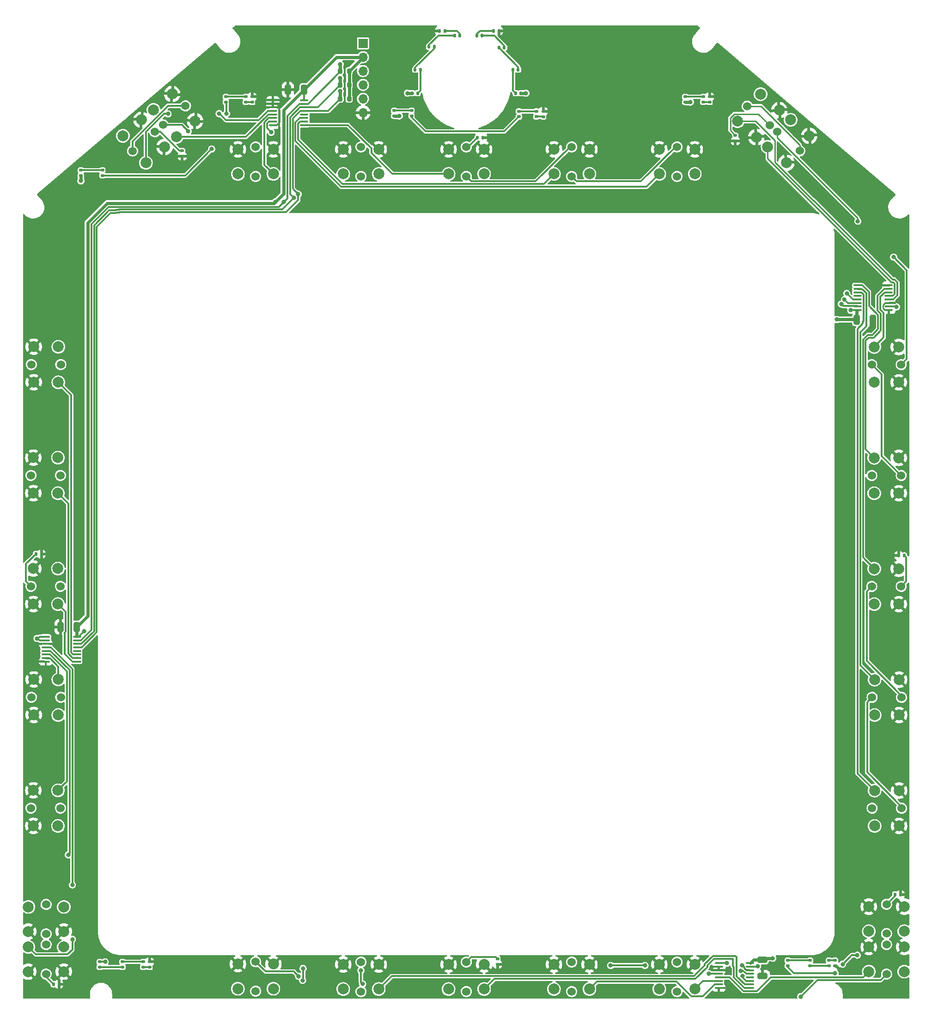
<source format=gbr>
%TF.GenerationSoftware,KiCad,Pcbnew,(6.0.9)*%
%TF.CreationDate,2023-01-21T03:06:26-09:00*%
%TF.ProjectId,AMPCD,414d5043-442e-46b6-9963-61645f706362,rev?*%
%TF.SameCoordinates,Original*%
%TF.FileFunction,Copper,L1,Top*%
%TF.FilePolarity,Positive*%
%FSLAX46Y46*%
G04 Gerber Fmt 4.6, Leading zero omitted, Abs format (unit mm)*
G04 Created by KiCad (PCBNEW (6.0.9)) date 2023-01-21 03:06:26*
%MOMM*%
%LPD*%
G01*
G04 APERTURE LIST*
G04 Aperture macros list*
%AMRoundRect*
0 Rectangle with rounded corners*
0 $1 Rounding radius*
0 $2 $3 $4 $5 $6 $7 $8 $9 X,Y pos of 4 corners*
0 Add a 4 corners polygon primitive as box body*
4,1,4,$2,$3,$4,$5,$6,$7,$8,$9,$2,$3,0*
0 Add four circle primitives for the rounded corners*
1,1,$1+$1,$2,$3*
1,1,$1+$1,$4,$5*
1,1,$1+$1,$6,$7*
1,1,$1+$1,$8,$9*
0 Add four rect primitives between the rounded corners*
20,1,$1+$1,$2,$3,$4,$5,0*
20,1,$1+$1,$4,$5,$6,$7,0*
20,1,$1+$1,$6,$7,$8,$9,0*
20,1,$1+$1,$8,$9,$2,$3,0*%
G04 Aperture macros list end*
%TA.AperFunction,ComponentPad*%
%ADD10C,2.000000*%
%TD*%
%TA.AperFunction,ComponentPad*%
%ADD11C,1.524000*%
%TD*%
%TA.AperFunction,SMDPad,CuDef*%
%ADD12RoundRect,0.135000X-0.185000X0.135000X-0.185000X-0.135000X0.185000X-0.135000X0.185000X0.135000X0*%
%TD*%
%TA.AperFunction,SMDPad,CuDef*%
%ADD13RoundRect,0.135000X-0.135000X-0.185000X0.135000X-0.185000X0.135000X0.185000X-0.135000X0.185000X0*%
%TD*%
%TA.AperFunction,SMDPad,CuDef*%
%ADD14RoundRect,0.100000X-0.637500X-0.100000X0.637500X-0.100000X0.637500X0.100000X-0.637500X0.100000X0*%
%TD*%
%TA.AperFunction,SMDPad,CuDef*%
%ADD15RoundRect,0.135000X0.135000X0.185000X-0.135000X0.185000X-0.135000X-0.185000X0.135000X-0.185000X0*%
%TD*%
%TA.AperFunction,SMDPad,CuDef*%
%ADD16RoundRect,0.135000X0.185000X-0.135000X0.185000X0.135000X-0.185000X0.135000X-0.185000X-0.135000X0*%
%TD*%
%TA.AperFunction,SMDPad,CuDef*%
%ADD17RoundRect,0.100000X0.637500X0.100000X-0.637500X0.100000X-0.637500X-0.100000X0.637500X-0.100000X0*%
%TD*%
%TA.AperFunction,SMDPad,CuDef*%
%ADD18RoundRect,0.147500X0.147500X0.172500X-0.147500X0.172500X-0.147500X-0.172500X0.147500X-0.172500X0*%
%TD*%
%TA.AperFunction,SMDPad,CuDef*%
%ADD19RoundRect,0.200000X0.200000X0.275000X-0.200000X0.275000X-0.200000X-0.275000X0.200000X-0.275000X0*%
%TD*%
%TA.AperFunction,SMDPad,CuDef*%
%ADD20RoundRect,0.147500X-0.147500X-0.172500X0.147500X-0.172500X0.147500X0.172500X-0.147500X0.172500X0*%
%TD*%
%TA.AperFunction,SMDPad,CuDef*%
%ADD21RoundRect,0.147500X0.172500X-0.147500X0.172500X0.147500X-0.172500X0.147500X-0.172500X-0.147500X0*%
%TD*%
%TA.AperFunction,SMDPad,CuDef*%
%ADD22RoundRect,0.147500X-0.172500X0.147500X-0.172500X-0.147500X0.172500X-0.147500X0.172500X0.147500X0*%
%TD*%
%TA.AperFunction,SMDPad,CuDef*%
%ADD23RoundRect,0.249999X0.325001X0.650001X-0.325001X0.650001X-0.325001X-0.650001X0.325001X-0.650001X0*%
%TD*%
%TA.AperFunction,SMDPad,CuDef*%
%ADD24RoundRect,0.249999X-0.325001X-0.650001X0.325001X-0.650001X0.325001X0.650001X-0.325001X0.650001X0*%
%TD*%
%TA.AperFunction,SMDPad,CuDef*%
%ADD25RoundRect,0.249999X-0.650001X0.325001X-0.650001X-0.325001X0.650001X-0.325001X0.650001X0.325001X0*%
%TD*%
%TA.AperFunction,ComponentPad*%
%ADD26R,1.700000X1.700000*%
%TD*%
%TA.AperFunction,ComponentPad*%
%ADD27O,1.700000X1.700000*%
%TD*%
%TA.AperFunction,ViaPad*%
%ADD28C,0.800000*%
%TD*%
%TA.AperFunction,Conductor*%
%ADD29C,0.609600*%
%TD*%
%TA.AperFunction,Conductor*%
%ADD30C,0.304800*%
%TD*%
%TA.AperFunction,Conductor*%
%ADD31C,0.250000*%
%TD*%
%TA.AperFunction,Conductor*%
%ADD32C,1.219200*%
%TD*%
G04 APERTURE END LIST*
D10*
%TO.P,SW15,1*%
%TO.N,N/C*%
X165858411Y-166932718D03*
%TO.N,/U3P0*%
X172358411Y-166932718D03*
%TO.P,SW15,2*%
%TO.N,GND*%
X172358411Y-162432718D03*
X165858411Y-162432718D03*
D11*
%TO.P,SW15,3*%
%TO.N,Net-(R8-Pad2)*%
X169108411Y-161982718D03*
%TO.P,SW15,4*%
%TO.N,Net-(SW15-Pad4)*%
X169108411Y-167382718D03*
%TD*%
D10*
%TO.P,SW28,1*%
%TO.N,N/C*%
X17354262Y-59850988D03*
%TO.N,/U4P6*%
X17354262Y-66350988D03*
%TO.P,SW28,2*%
%TO.N,GND*%
X12854262Y-66350988D03*
X12854262Y-59850988D03*
D11*
%TO.P,SW28,3*%
%TO.N,Net-(SW27-Pad4)*%
X12404262Y-63100988D03*
%TO.P,SW28,4*%
%TO.N,VCC*%
X17804262Y-63100988D03*
%TD*%
D10*
%TO.P,SW27,1*%
%TO.N,N/C*%
X17290762Y-80170988D03*
%TO.N,/U4P5*%
X17290762Y-86670988D03*
%TO.P,SW27,2*%
%TO.N,GND*%
X12790762Y-80170988D03*
X12790762Y-86670988D03*
D11*
%TO.P,SW27,3*%
%TO.N,Net-(SW26-Pad4)*%
X12340762Y-83420988D03*
%TO.P,SW27,4*%
%TO.N,Net-(SW27-Pad4)*%
X17740762Y-83420988D03*
%TD*%
D10*
%TO.P,SW26,1*%
%TO.N,N/C*%
X17290762Y-100490988D03*
%TO.N,/U4P4*%
X17290762Y-106990988D03*
%TO.P,SW26,2*%
%TO.N,GND*%
X12790762Y-100490988D03*
X12790762Y-106990988D03*
D11*
%TO.P,SW26,3*%
%TO.N,Net-(R11-Pad2)*%
X12340762Y-103740988D03*
%TO.P,SW26,4*%
%TO.N,Net-(SW26-Pad4)*%
X17740762Y-103740988D03*
%TD*%
D10*
%TO.P,SW25,1*%
%TO.N,N/C*%
X17354262Y-127310988D03*
%TO.N,/U4P3*%
X17354262Y-120810988D03*
%TO.P,SW25,2*%
%TO.N,GND*%
X12854262Y-120810988D03*
X12854262Y-127310988D03*
D11*
%TO.P,SW25,3*%
%TO.N,Net-(SW24-Pad4)*%
X12404262Y-124060988D03*
%TO.P,SW25,4*%
%TO.N,VCC*%
X17804262Y-124060988D03*
%TD*%
D10*
%TO.P,SW24,1*%
%TO.N,N/C*%
X17290762Y-147630988D03*
%TO.N,/U4P2*%
X17290762Y-141130988D03*
%TO.P,SW24,2*%
%TO.N,GND*%
X12790762Y-141130988D03*
X12790762Y-147630988D03*
D11*
%TO.P,SW24,3*%
%TO.N,Net-(SW23-Pad4)*%
X12340762Y-144380988D03*
%TO.P,SW24,4*%
%TO.N,Net-(SW24-Pad4)*%
X17740762Y-144380988D03*
%TD*%
D10*
%TO.P,SW23,1*%
%TO.N,/U4P1*%
X18358411Y-162482718D03*
%TO.N,N/C*%
X11858411Y-162482718D03*
%TO.P,SW23,2*%
%TO.N,GND*%
X11858411Y-166982718D03*
X18358411Y-166982718D03*
D11*
%TO.P,SW23,3*%
%TO.N,Net-(SW22-Pad4)*%
X15108411Y-167432718D03*
%TO.P,SW23,4*%
%TO.N,Net-(SW23-Pad4)*%
X15108411Y-162032718D03*
%TD*%
D10*
%TO.P,SW22,1*%
%TO.N,/U4P0*%
X11858411Y-169832718D03*
%TO.N,N/C*%
X18358411Y-169832718D03*
%TO.P,SW22,2*%
%TO.N,GND*%
X11858411Y-174332718D03*
X18358411Y-174332718D03*
D11*
%TO.P,SW22,3*%
%TO.N,Net-(R10-Pad2)*%
X15108411Y-174782718D03*
%TO.P,SW22,4*%
%TO.N,Net-(SW22-Pad4)*%
X15108411Y-169382718D03*
%TD*%
D10*
%TO.P,SW21,1*%
%TO.N,/U3P6*%
X56755762Y-177467488D03*
%TO.N,N/C*%
X50255762Y-177467488D03*
%TO.P,SW21,2*%
%TO.N,GND*%
X56755762Y-172967488D03*
X50255762Y-172967488D03*
D11*
%TO.P,SW21,3*%
%TO.N,Net-(SW20-Pad4)*%
X53505762Y-172517488D03*
%TO.P,SW21,4*%
%TO.N,VCC*%
X53505762Y-177917488D03*
%TD*%
D10*
%TO.P,SW20,1*%
%TO.N,/U3P5*%
X76059762Y-177530988D03*
%TO.N,N/C*%
X69559762Y-177530988D03*
%TO.P,SW20,2*%
%TO.N,GND*%
X69559762Y-173030988D03*
X76059762Y-173030988D03*
D11*
%TO.P,SW20,3*%
%TO.N,Net-(SW19-Pad4)*%
X72809762Y-172580988D03*
%TO.P,SW20,4*%
%TO.N,Net-(SW20-Pad4)*%
X72809762Y-177980988D03*
%TD*%
D10*
%TO.P,SW19,1*%
%TO.N,/U3P4*%
X95363762Y-177530988D03*
%TO.N,N/C*%
X88863762Y-177530988D03*
%TO.P,SW19,2*%
%TO.N,GND*%
X88863762Y-173030988D03*
X95363762Y-173030988D03*
D11*
%TO.P,SW19,3*%
%TO.N,Net-(R9-Pad2)*%
X92113762Y-172580988D03*
%TO.P,SW19,4*%
%TO.N,Net-(SW19-Pad4)*%
X92113762Y-177980988D03*
%TD*%
D10*
%TO.P,SW18,1*%
%TO.N,N/C*%
X108167762Y-177530988D03*
%TO.N,/U3P3*%
X114667762Y-177530988D03*
%TO.P,SW18,2*%
%TO.N,GND*%
X114667762Y-173030988D03*
X108167762Y-173030988D03*
D11*
%TO.P,SW18,3*%
%TO.N,Net-(SW17-Pad4)*%
X111417762Y-172580988D03*
%TO.P,SW18,4*%
%TO.N,VCC*%
X111417762Y-177980988D03*
%TD*%
D10*
%TO.P,SW17,1*%
%TO.N,N/C*%
X127471762Y-177530988D03*
%TO.N,/U3P2*%
X133971762Y-177530988D03*
%TO.P,SW17,2*%
%TO.N,GND*%
X133971762Y-173030988D03*
X127471762Y-173030988D03*
D11*
%TO.P,SW17,3*%
%TO.N,Net-(SW16-Pad4)*%
X130721762Y-172580988D03*
%TO.P,SW17,4*%
%TO.N,Net-(SW17-Pad4)*%
X130721762Y-177980988D03*
%TD*%
D10*
%TO.P,SW16,1*%
%TO.N,N/C*%
X172358411Y-174332718D03*
%TO.N,/U3P1*%
X165858411Y-174332718D03*
%TO.P,SW16,2*%
%TO.N,GND*%
X172358411Y-169832718D03*
X165858411Y-169832718D03*
D11*
%TO.P,SW16,3*%
%TO.N,Net-(SW15-Pad4)*%
X169108411Y-169382718D03*
%TO.P,SW16,4*%
%TO.N,Net-(SW16-Pad4)*%
X169108411Y-174782718D03*
%TD*%
D10*
%TO.P,SW14,1*%
%TO.N,/U2P6*%
X166913762Y-141153988D03*
%TO.N,N/C*%
X166913762Y-147653988D03*
%TO.P,SW14,2*%
%TO.N,GND*%
X171413762Y-141153988D03*
X171413762Y-147653988D03*
D11*
%TO.P,SW14,3*%
%TO.N,Net-(SW13-Pad4)*%
X171863762Y-144403988D03*
%TO.P,SW14,4*%
%TO.N,VCC*%
X166463762Y-144403988D03*
%TD*%
D10*
%TO.P,SW13,1*%
%TO.N,/U2P5*%
X166913762Y-120833988D03*
%TO.N,N/C*%
X166913762Y-127333988D03*
%TO.P,SW13,2*%
%TO.N,GND*%
X171413762Y-120833988D03*
X171413762Y-127333988D03*
D11*
%TO.P,SW13,3*%
%TO.N,Net-(SW12-Pad4)*%
X171863762Y-124083988D03*
%TO.P,SW13,4*%
%TO.N,Net-(SW13-Pad4)*%
X166463762Y-124083988D03*
%TD*%
D10*
%TO.P,SW12,1*%
%TO.N,/U2P4*%
X166850262Y-100513988D03*
%TO.N,N/C*%
X166850262Y-107013988D03*
%TO.P,SW12,2*%
%TO.N,GND*%
X171350262Y-107013988D03*
X171350262Y-100513988D03*
D11*
%TO.P,SW12,3*%
%TO.N,Net-(R7-Pad2)*%
X171800262Y-103763988D03*
%TO.P,SW12,4*%
%TO.N,Net-(SW12-Pad4)*%
X166400262Y-103763988D03*
%TD*%
D10*
%TO.P,SW11,1*%
%TO.N,N/C*%
X166850262Y-86693988D03*
%TO.N,/U2P3*%
X166850262Y-80193988D03*
%TO.P,SW11,2*%
%TO.N,GND*%
X171350262Y-80193988D03*
X171350262Y-86693988D03*
D11*
%TO.P,SW11,3*%
%TO.N,Net-(SW10-Pad4)*%
X171800262Y-83443988D03*
%TO.P,SW11,4*%
%TO.N,VCC*%
X166400262Y-83443988D03*
%TD*%
D10*
%TO.P,SW10,1*%
%TO.N,N/C*%
X166850262Y-66373988D03*
%TO.N,/U2P2*%
X166850262Y-59873988D03*
%TO.P,SW10,2*%
%TO.N,GND*%
X171350262Y-59873988D03*
X171350262Y-66373988D03*
D11*
%TO.P,SW10,3*%
%TO.N,Net-(SW10-Pad3)*%
X171800262Y-63123988D03*
%TO.P,SW10,4*%
%TO.N,Net-(SW10-Pad4)*%
X166400262Y-63123988D03*
%TD*%
D10*
%TO.P,SW9,1*%
%TO.N,/U2P1*%
X147318709Y-23216177D03*
%TO.N,N/C*%
X151531489Y-18266178D03*
%TO.P,SW9,2*%
%TO.N,GND*%
X154958411Y-21182718D03*
X150745632Y-26132717D03*
D11*
%TO.P,SW9,3*%
%TO.N,Net-(SW8-Pad4)*%
X153194714Y-23949371D03*
%TO.P,SW9,4*%
%TO.N,Net-(SW10-Pad3)*%
X149082407Y-20449524D03*
%TD*%
D10*
%TO.P,SW8,1*%
%TO.N,/U2P0*%
X141818709Y-18516177D03*
%TO.N,N/C*%
X146031489Y-13566178D03*
%TO.P,SW8,2*%
%TO.N,GND*%
X149458411Y-16482718D03*
X145245632Y-21432717D03*
D11*
%TO.P,SW8,3*%
%TO.N,Net-(R6-Pad2)*%
X147694714Y-19249371D03*
%TO.P,SW8,4*%
%TO.N,Net-(SW8-Pad4)*%
X143582407Y-15749524D03*
%TD*%
D10*
%TO.P,SW7,1*%
%TO.N,/U1P6*%
X127471762Y-28178988D03*
%TO.N,N/C*%
X133971762Y-28178988D03*
%TO.P,SW7,2*%
%TO.N,GND*%
X133971762Y-23678988D03*
X127471762Y-23678988D03*
D11*
%TO.P,SW7,3*%
%TO.N,Net-(SW6-Pad4)*%
X130721762Y-23228988D03*
%TO.P,SW7,4*%
%TO.N,VCC*%
X130721762Y-28628988D03*
%TD*%
D10*
%TO.P,SW6,1*%
%TO.N,/U1P5*%
X108167762Y-28178988D03*
%TO.N,N/C*%
X114667762Y-28178988D03*
%TO.P,SW6,2*%
%TO.N,GND*%
X108167762Y-23678988D03*
X114667762Y-23678988D03*
D11*
%TO.P,SW6,3*%
%TO.N,Net-(SW5-Pad4)*%
X111417762Y-23228988D03*
%TO.P,SW6,4*%
%TO.N,Net-(SW6-Pad4)*%
X111417762Y-28628988D03*
%TD*%
D10*
%TO.P,SW5,1*%
%TO.N,/U1P4*%
X88863762Y-28178988D03*
%TO.N,N/C*%
X95363762Y-28178988D03*
%TO.P,SW5,2*%
%TO.N,GND*%
X95363762Y-23678988D03*
X88863762Y-23678988D03*
D11*
%TO.P,SW5,3*%
%TO.N,Net-(R5-Pad2)*%
X92113762Y-23228988D03*
%TO.P,SW5,4*%
%TO.N,Net-(SW5-Pad4)*%
X92113762Y-28628988D03*
%TD*%
D10*
%TO.P,SW4,1*%
%TO.N,/U1P3*%
X76059762Y-28178988D03*
%TO.N,N/C*%
X69559762Y-28178988D03*
%TO.P,SW4,2*%
%TO.N,GND*%
X76059762Y-23678988D03*
X69559762Y-23678988D03*
D11*
%TO.P,SW4,3*%
%TO.N,Net-(SW3-Pad4)*%
X72809762Y-23228988D03*
%TO.P,SW4,4*%
%TO.N,VCC*%
X72809762Y-28628988D03*
%TD*%
D10*
%TO.P,SW3,1*%
%TO.N,N/C*%
X50255762Y-28178988D03*
%TO.N,/U1P2*%
X56755762Y-28178988D03*
%TO.P,SW3,2*%
%TO.N,GND*%
X50255762Y-23678988D03*
X56755762Y-23678988D03*
D11*
%TO.P,SW3,3*%
%TO.N,Net-(SW2-Pad4)*%
X53505762Y-23228988D03*
%TO.P,SW3,4*%
%TO.N,Net-(SW3-Pad4)*%
X53505762Y-28628988D03*
%TD*%
D10*
%TO.P,SW2,1*%
%TO.N,N/C*%
X34781489Y-16449258D03*
%TO.N,/U1P1*%
X38994268Y-21399257D03*
%TO.P,SW2,2*%
%TO.N,GND*%
X38208411Y-13532718D03*
X42421190Y-18482717D03*
D11*
%TO.P,SW2,3*%
%TO.N,Net-(SW1-Pad4)*%
X40657493Y-15716064D03*
%TO.P,SW2,4*%
%TO.N,Net-(SW2-Pad4)*%
X36545186Y-19215911D03*
%TD*%
D10*
%TO.P,SW1,1*%
%TO.N,N/C*%
X29181489Y-21199258D03*
%TO.N,/U1P0*%
X33394268Y-26149257D03*
%TO.P,SW1,2*%
%TO.N,GND*%
X32608411Y-18282718D03*
X36821190Y-23232717D03*
D11*
%TO.P,SW1,3*%
%TO.N,Net-(R4-Pad2)*%
X35057493Y-20466064D03*
%TO.P,SW1,4*%
%TO.N,Net-(SW1-Pad4)*%
X30945186Y-23965911D03*
%TD*%
D12*
%TO.P,R16,1*%
%TO.N,Net-(D16-Pad1)*%
X159666262Y-172266988D03*
%TO.P,R16,2*%
%TO.N,GND*%
X159666262Y-173286988D03*
%TD*%
D13*
%TO.P,R7,1*%
%TO.N,GND*%
X171348262Y-98100988D03*
%TO.P,R7,2*%
%TO.N,Net-(R7-Pad2)*%
X172368262Y-98100988D03*
%TD*%
D14*
%TO.P,U3,1*%
%TO.N,+5V*%
X138388762Y-172787988D03*
%TO.P,U3,2*%
%TO.N,GND*%
X138388762Y-173437988D03*
%TO.P,U3,3*%
X138388762Y-174087988D03*
%TO.P,U3,4*%
%TO.N,/U3P0*%
X138388762Y-174737988D03*
%TO.P,U3,5*%
%TO.N,/U3P1*%
X138388762Y-175387988D03*
%TO.P,U3,6*%
%TO.N,/U3P2*%
X138388762Y-176037988D03*
%TO.P,U3,7*%
%TO.N,/U3P3*%
X138388762Y-176687988D03*
%TO.P,U3,8*%
%TO.N,GND*%
X138388762Y-177337988D03*
%TO.P,U3,9*%
%TO.N,/U3P4*%
X144113762Y-177337988D03*
%TO.P,U3,10*%
%TO.N,/U3P5*%
X144113762Y-176687988D03*
%TO.P,U3,11*%
%TO.N,/U3P6*%
X144113762Y-176037988D03*
%TO.P,U3,12*%
%TO.N,Net-(U3-Pad12)*%
X144113762Y-175387988D03*
%TO.P,U3,13*%
%TO.N,IRQ*%
X144113762Y-174737988D03*
%TO.P,U3,14*%
%TO.N,SCL*%
X144113762Y-174087988D03*
%TO.P,U3,15*%
%TO.N,SDA*%
X144113762Y-173437988D03*
%TO.P,U3,16*%
%TO.N,+5V*%
X144113762Y-172787988D03*
%TD*%
D15*
%TO.P,R8,1*%
%TO.N,GND*%
X171668411Y-160232718D03*
%TO.P,R8,2*%
%TO.N,Net-(R8-Pad2)*%
X170648411Y-160232718D03*
%TD*%
D14*
%TO.P,U1,1*%
%TO.N,GND*%
X56676962Y-14672988D03*
%TO.P,U1,2*%
X56676962Y-15322988D03*
%TO.P,U1,3*%
X56676962Y-15972988D03*
%TO.P,U1,4*%
%TO.N,/U1P0*%
X56676962Y-16622988D03*
%TO.P,U1,5*%
%TO.N,/U1P1*%
X56676962Y-17272988D03*
%TO.P,U1,6*%
%TO.N,/U1P2*%
X56676962Y-17922988D03*
%TO.P,U1,7*%
%TO.N,/U1P3*%
X56676962Y-18572988D03*
%TO.P,U1,8*%
%TO.N,GND*%
X56676962Y-19222988D03*
%TO.P,U1,9*%
%TO.N,/U1P4*%
X62401962Y-19222988D03*
%TO.P,U1,10*%
%TO.N,/U1P5*%
X62401962Y-18572988D03*
%TO.P,U1,11*%
%TO.N,/U1P6*%
X62401962Y-17922988D03*
%TO.P,U1,12*%
%TO.N,Net-(U1-Pad12)*%
X62401962Y-17272988D03*
%TO.P,U1,13*%
%TO.N,IRQ*%
X62401962Y-16622988D03*
%TO.P,U1,14*%
%TO.N,SCL*%
X62401962Y-15972988D03*
%TO.P,U1,15*%
%TO.N,SDA*%
X62401962Y-15322988D03*
%TO.P,U1,16*%
%TO.N,+5V*%
X62401962Y-14672988D03*
%TD*%
D15*
%TO.P,R17,1*%
%TO.N,Net-(D20-Pad1)*%
X88167262Y-1961988D03*
%TO.P,R17,2*%
%TO.N,GND*%
X87147262Y-1961988D03*
%TD*%
%TO.P,R5,1*%
%TO.N,GND*%
X95152262Y-21519988D03*
%TO.P,R5,2*%
%TO.N,Net-(R5-Pad2)*%
X94132262Y-21519988D03*
%TD*%
%TO.P,R11,1*%
%TO.N,GND*%
X14253262Y-97821588D03*
%TO.P,R11,2*%
%TO.N,Net-(R11-Pad2)*%
X13233262Y-97821588D03*
%TD*%
D13*
%TO.P,R18,1*%
%TO.N,Net-(D24-Pad1)*%
X97053262Y-1961988D03*
%TO.P,R18,2*%
%TO.N,GND*%
X98073262Y-1961988D03*
%TD*%
D15*
%TO.P,R10,1*%
%TO.N,GND*%
X17468411Y-176632718D03*
%TO.P,R10,2*%
%TO.N,Net-(R10-Pad2)*%
X16448411Y-176632718D03*
%TD*%
D14*
%TO.P,U4,1*%
%TO.N,+5V*%
X15046362Y-112970988D03*
%TO.P,U4,2*%
X15046362Y-113620988D03*
%TO.P,U4,3*%
%TO.N,GND*%
X15046362Y-114270988D03*
%TO.P,U4,4*%
%TO.N,/U4P0*%
X15046362Y-114920988D03*
%TO.P,U4,5*%
%TO.N,/U4P1*%
X15046362Y-115570988D03*
%TO.P,U4,6*%
%TO.N,/U4P2*%
X15046362Y-116220988D03*
%TO.P,U4,7*%
%TO.N,/U4P3*%
X15046362Y-116870988D03*
%TO.P,U4,8*%
%TO.N,GND*%
X15046362Y-117520988D03*
%TO.P,U4,9*%
%TO.N,/U4P4*%
X20771362Y-117520988D03*
%TO.P,U4,10*%
%TO.N,/U4P5*%
X20771362Y-116870988D03*
%TO.P,U4,11*%
%TO.N,/U4P6*%
X20771362Y-116220988D03*
%TO.P,U4,12*%
%TO.N,Net-(U4-Pad12)*%
X20771362Y-115570988D03*
%TO.P,U4,13*%
%TO.N,IRQ*%
X20771362Y-114920988D03*
%TO.P,U4,14*%
%TO.N,SCL*%
X20771362Y-114270988D03*
%TO.P,U4,15*%
%TO.N,SDA*%
X20771362Y-113620988D03*
%TO.P,U4,16*%
%TO.N,+5V*%
X20771362Y-112970988D03*
%TD*%
D16*
%TO.P,R13,1*%
%TO.N,Net-(D8-Pad1)*%
X106199262Y-17711988D03*
%TO.P,R13,2*%
%TO.N,GND*%
X106199262Y-16691988D03*
%TD*%
%TO.P,R12,1*%
%TO.N,Net-(D4-Pad1)*%
X52859262Y-15044988D03*
%TO.P,R12,2*%
%TO.N,GND*%
X52859262Y-14024988D03*
%TD*%
%TO.P,R6,1*%
%TO.N,GND*%
X141408411Y-22142718D03*
%TO.P,R6,2*%
%TO.N,Net-(R6-Pad2)*%
X141408411Y-21122718D03*
%TD*%
%TO.P,R14,1*%
%TO.N,Net-(D10-Pad1)*%
X136679262Y-15044988D03*
%TO.P,R14,2*%
%TO.N,GND*%
X136679262Y-14024988D03*
%TD*%
D17*
%TO.P,U2,1*%
%TO.N,GND*%
X169513762Y-53131988D03*
%TO.P,U2,2*%
%TO.N,+5V*%
X169513762Y-52481988D03*
%TO.P,U2,3*%
%TO.N,GND*%
X169513762Y-51831988D03*
%TO.P,U2,4*%
%TO.N,/U2P0*%
X169513762Y-51181988D03*
%TO.P,U2,5*%
%TO.N,/U2P1*%
X169513762Y-50531988D03*
%TO.P,U2,6*%
%TO.N,/U2P2*%
X169513762Y-49881988D03*
%TO.P,U2,7*%
%TO.N,/U2P3*%
X169513762Y-49231988D03*
%TO.P,U2,8*%
%TO.N,GND*%
X169513762Y-48581988D03*
%TO.P,U2,9*%
%TO.N,/U2P4*%
X163788762Y-48581988D03*
%TO.P,U2,10*%
%TO.N,/U2P5*%
X163788762Y-49231988D03*
%TO.P,U2,11*%
%TO.N,/U2P6*%
X163788762Y-49881988D03*
%TO.P,U2,12*%
%TO.N,Net-(U2-Pad12)*%
X163788762Y-50531988D03*
%TO.P,U2,13*%
%TO.N,IRQ*%
X163788762Y-51181988D03*
%TO.P,U2,14*%
%TO.N,SCL*%
X163788762Y-51831988D03*
%TO.P,U2,15*%
%TO.N,SDA*%
X163788762Y-52481988D03*
%TO.P,U2,16*%
%TO.N,+5V*%
X163788762Y-53131988D03*
%TD*%
D16*
%TO.P,R15,1*%
%TO.N,Net-(D13-Pad1)*%
X34063262Y-173540988D03*
%TO.P,R15,2*%
%TO.N,GND*%
X34063262Y-172520988D03*
%TD*%
%TO.P,R9,1*%
%TO.N,GND*%
X97817262Y-173007588D03*
%TO.P,R9,2*%
%TO.N,Net-(R9-Pad2)*%
X97817262Y-171987588D03*
%TD*%
%TO.P,R4,1*%
%TO.N,GND*%
X40058411Y-24942718D03*
%TO.P,R4,2*%
%TO.N,Net-(R4-Pad2)*%
X40058411Y-23922718D03*
%TD*%
D18*
%TO.P,D20,1*%
%TO.N,Net-(D20-Pad1)*%
X90936262Y-2850988D03*
%TO.P,D20,2*%
%TO.N,Net-(D19-Pad1)*%
X89966262Y-2850988D03*
%TD*%
D19*
%TO.P,R2,1*%
%TO.N,+5V*%
X70639262Y-11867988D03*
%TO.P,R2,2*%
%TO.N,SCL*%
X68989262Y-11867988D03*
%TD*%
D20*
%TO.P,D18,1*%
%TO.N,Net-(D18-Pad1)*%
X82727262Y-9073988D03*
%TO.P,D18,2*%
%TO.N,Net-(D17-Pad1)*%
X83697262Y-9073988D03*
%TD*%
D19*
%TO.P,R1,1*%
%TO.N,+5V*%
X70639262Y-14407988D03*
%TO.P,R1,2*%
%TO.N,IRQ*%
X68989262Y-14407988D03*
%TD*%
D18*
%TO.P,D22,1*%
%TO.N,Net-(D22-Pad1)*%
X101604262Y-9073988D03*
%TO.P,D22,2*%
%TO.N,Net-(D21-Pad1)*%
X100634262Y-9073988D03*
%TD*%
D21*
%TO.P,D10,1*%
%TO.N,Net-(D10-Pad1)*%
X135536262Y-15019988D03*
%TO.P,D10,2*%
%TO.N,Net-(D10-Pad2)*%
X135536262Y-14049988D03*
%TD*%
D20*
%TO.P,D19,1*%
%TO.N,Net-(D19-Pad1)*%
X85267262Y-4882988D03*
%TO.P,D19,2*%
%TO.N,Net-(D18-Pad1)*%
X86237262Y-4882988D03*
%TD*%
D21*
%TO.P,D15,1*%
%TO.N,Net-(D15-Pad1)*%
X155094262Y-173261988D03*
%TO.P,D15,2*%
%TO.N,Net-(D14-Pad1)*%
X155094262Y-172291988D03*
%TD*%
D20*
%TO.P,D24,1*%
%TO.N,Net-(D24-Pad1)*%
X94030262Y-2850988D03*
%TO.P,D24,2*%
%TO.N,Net-(D23-Pad1)*%
X95000262Y-2850988D03*
%TD*%
D18*
%TO.P,D17,1*%
%TO.N,Net-(D17-Pad1)*%
X83189262Y-13391988D03*
%TO.P,D17,2*%
%TO.N,VCC*%
X82219262Y-13391988D03*
%TD*%
%TO.P,D23,1*%
%TO.N,Net-(D23-Pad1)*%
X99064262Y-5009988D03*
%TO.P,D23,2*%
%TO.N,Net-(D22-Pad1)*%
X98094262Y-5009988D03*
%TD*%
D21*
%TO.P,D11,1*%
%TO.N,Net-(D11-Pad1)*%
X24919262Y-173515988D03*
%TO.P,D11,2*%
%TO.N,VCC*%
X24919262Y-172545988D03*
%TD*%
D20*
%TO.P,D21,1*%
%TO.N,Net-(D21-Pad1)*%
X101142262Y-13391988D03*
%TO.P,D21,2*%
%TO.N,VCC*%
X102112262Y-13391988D03*
%TD*%
D22*
%TO.P,D16,1*%
%TO.N,Net-(D16-Pad1)*%
X158523262Y-172291988D03*
%TO.P,D16,2*%
%TO.N,Net-(D15-Pad1)*%
X158523262Y-173261988D03*
%TD*%
D21*
%TO.P,D13,1*%
%TO.N,Net-(D13-Pad1)*%
X32920262Y-173515988D03*
%TO.P,D13,2*%
%TO.N,Net-(D12-Pad1)*%
X32920262Y-172545988D03*
%TD*%
D22*
%TO.P,D14,1*%
%TO.N,Net-(D14-Pad1)*%
X151030262Y-172291988D03*
%TO.P,D14,2*%
%TO.N,VCC*%
X151030262Y-173261988D03*
%TD*%
%TO.P,D12,1*%
%TO.N,Net-(D12-Pad1)*%
X29110262Y-172545988D03*
%TO.P,D12,2*%
%TO.N,Net-(D11-Pad1)*%
X29110262Y-173515988D03*
%TD*%
D21*
%TO.P,D8,1*%
%TO.N,Net-(D8-Pad1)*%
X104929262Y-17686988D03*
%TO.P,D8,2*%
%TO.N,Net-(D7-Pad1)*%
X104929262Y-16716988D03*
%TD*%
D22*
%TO.P,D7,1*%
%TO.N,Net-(D7-Pad1)*%
X101754262Y-16716988D03*
%TO.P,D7,2*%
%TO.N,Net-(D6-Pad1)*%
X101754262Y-17686988D03*
%TD*%
D21*
%TO.P,D6,1*%
%TO.N,Net-(D6-Pad1)*%
X82069262Y-17559988D03*
%TO.P,D6,2*%
%TO.N,Net-(D5-Pad1)*%
X82069262Y-16589988D03*
%TD*%
%TO.P,D4,1*%
%TO.N,Net-(D4-Pad1)*%
X51716262Y-15019988D03*
%TO.P,D4,2*%
%TO.N,Net-(D3-Pad1)*%
X51716262Y-14049988D03*
%TD*%
D23*
%TO.P,C1,1*%
%TO.N,+5V*%
X62360662Y-12731588D03*
%TO.P,C1,2*%
%TO.N,GND*%
X59410662Y-12731588D03*
%TD*%
D22*
%TO.P,D3,1*%
%TO.N,Net-(D3-Pad1)*%
X48033262Y-14049988D03*
%TO.P,D3,2*%
%TO.N,Net-(D2-Pad1)*%
X48033262Y-15019988D03*
%TD*%
D21*
%TO.P,D2,1*%
%TO.N,Net-(D2-Pad1)*%
X25427262Y-28481988D03*
%TO.P,D2,2*%
%TO.N,Net-(D1-Pad1)*%
X25427262Y-27511988D03*
%TD*%
D23*
%TO.P,C4,1*%
%TO.N,+5V*%
X20704662Y-111181988D03*
%TO.P,C4,2*%
%TO.N,GND*%
X17754662Y-111181988D03*
%TD*%
D24*
%TO.P,C2,1*%
%TO.N,+5V*%
X163652262Y-54895588D03*
%TO.P,C2,2*%
%TO.N,GND*%
X166602262Y-54895588D03*
%TD*%
D22*
%TO.P,D9,1*%
%TO.N,Net-(D10-Pad2)*%
X132234262Y-14049988D03*
%TO.P,D9,2*%
%TO.N,VCC*%
X132234262Y-15019988D03*
%TD*%
%TO.P,D1,1*%
%TO.N,Net-(D1-Pad1)*%
X21490262Y-27511988D03*
%TO.P,D1,2*%
%TO.N,VCC*%
X21490262Y-28481988D03*
%TD*%
%TO.P,D5,1*%
%TO.N,Net-(D5-Pad1)*%
X78894262Y-16589988D03*
%TO.P,D5,2*%
%TO.N,VCC*%
X78894262Y-17559988D03*
%TD*%
D25*
%TO.P,C3,1*%
%TO.N,+5V*%
X146345262Y-172155988D03*
%TO.P,C3,2*%
%TO.N,GND*%
X146345262Y-175105988D03*
%TD*%
D19*
%TO.P,R3,1*%
%TO.N,+5V*%
X70639262Y-9327988D03*
%TO.P,R3,2*%
%TO.N,SDA*%
X68989262Y-9327988D03*
%TD*%
D26*
%TO.P,J1,1*%
%TO.N,VCC*%
X73179262Y-4247988D03*
D27*
%TO.P,J1,2*%
%TO.N,+5V*%
X73179262Y-6787988D03*
%TO.P,J1,3*%
%TO.N,SDA*%
X73179262Y-9327988D03*
%TO.P,J1,4*%
%TO.N,SCL*%
X73179262Y-11867988D03*
%TO.P,J1,5*%
%TO.N,IRQ*%
X73179262Y-14407988D03*
%TO.P,J1,6*%
%TO.N,GND*%
X73179262Y-16947988D03*
%TD*%
D28*
%TO.N,+5V*%
X148265262Y-171885988D03*
X170954852Y-52541866D03*
X22045262Y-111995988D03*
X159998762Y-54844788D03*
X162559339Y-53160484D03*
X57151862Y-33280188D03*
X139865262Y-172795988D03*
X13455262Y-113295988D03*
%TO.N,SDA*%
X68988262Y-8057988D03*
X145485262Y-173343578D03*
X58650462Y-33356388D03*
X160808382Y-52019905D03*
%TO.N,SCL*%
X161389879Y-51206342D03*
X142679209Y-173203237D03*
X60539662Y-32594186D03*
X68988262Y-10597988D03*
%TO.N,IRQ*%
X161818006Y-50069588D03*
X61292062Y-31883188D03*
X68988262Y-13010988D03*
X142426755Y-174183203D03*
%TO.N,GND*%
X121566262Y-174173988D03*
X167235462Y-42779788D03*
X137060262Y-173513588D03*
X77776662Y-25837988D03*
X121642462Y-177145788D03*
X170816862Y-55682988D03*
X75262062Y-26066588D03*
X165355862Y-44557788D03*
X164568462Y-45370588D03*
X139854262Y-176231388D03*
X168048262Y-42017788D03*
X166143262Y-56698988D03*
%TO.N,VCC*%
X25935262Y-172548388D03*
X103015262Y-13395988D03*
X159666262Y-174631188D03*
X21490262Y-29444788D03*
X133155262Y-15015988D03*
X79825262Y-17565988D03*
X81305262Y-13385988D03*
%TO.N,Net-(D2-Pad1)*%
X45449315Y-23609553D03*
X48158411Y-17132718D03*
%TO.N,/U1P0*%
X46808411Y-17132718D03*
X37458411Y-17182718D03*
%TO.N,Net-(SW2-Pad4)*%
X41158411Y-20382718D03*
%TO.N,/U1P3*%
X56344121Y-20557116D03*
%TO.N,Net-(SW10-Pad3)*%
X163848317Y-36845133D03*
X170414217Y-43411033D03*
%TO.N,/U3P0*%
X163758411Y-171332718D03*
X161060812Y-172980317D03*
X136573238Y-174737212D03*
%TO.N,Net-(SW16-Pad4)*%
X153395262Y-178915988D03*
%TO.N,/U4P0*%
X19928284Y-158462845D03*
X19928284Y-168412845D03*
%TO.N,/U4P1*%
X19175874Y-152935287D03*
%TO.N,Net-(SW17-Pad4)*%
X124842862Y-173208788D03*
X118543662Y-173208788D03*
%TO.N,Net-(SW19-Pad4)*%
X73121335Y-176594115D03*
X72809762Y-174137088D03*
%TO.N,/U3P6*%
X62104862Y-175942398D03*
X142687825Y-175153372D03*
X62194662Y-173753988D03*
%TO.N,Net-(SW20-Pad4)*%
X61368262Y-175189988D03*
%TD*%
D29*
%TO.N,+5V*%
X163652262Y-54895588D02*
X163652262Y-53268488D01*
D30*
X20771362Y-112970988D02*
X21070262Y-112970988D01*
X170894974Y-52481988D02*
X170954852Y-52541866D01*
D29*
X73179262Y-6787988D02*
X68304262Y-6787988D01*
X70639262Y-14407988D02*
X70639262Y-11867988D01*
D30*
X13455262Y-113295988D02*
X13595262Y-113295988D01*
X139865262Y-172795988D02*
X138396762Y-172795988D01*
D29*
X58635601Y-16456649D02*
X58635601Y-31796449D01*
D30*
X62360662Y-14631688D02*
X62401962Y-14672988D01*
X21070262Y-112970988D02*
X22045262Y-111995988D01*
X138396762Y-172795988D02*
X138388762Y-172787988D01*
D29*
X146615262Y-171885988D02*
X146345262Y-172155988D01*
X22734862Y-37139269D02*
X22734862Y-109151788D01*
X22734862Y-109151788D02*
X20704662Y-111181988D01*
D30*
X13605262Y-113295988D02*
X13930262Y-112970988D01*
D29*
X56885304Y-33546746D02*
X26327385Y-33546746D01*
X163652262Y-53268488D02*
X163733952Y-53186798D01*
D30*
X162587835Y-53131988D02*
X162559339Y-53160484D01*
X163788762Y-53131988D02*
X162587835Y-53131988D01*
X13455262Y-113295988D02*
X13605262Y-113295988D01*
D29*
X146345262Y-172155988D02*
X144745762Y-172155988D01*
X20704662Y-112904288D02*
X20716552Y-112916178D01*
D30*
X62360662Y-12731588D02*
X62360662Y-14631688D01*
X13930262Y-112970988D02*
X15046362Y-112970988D01*
D29*
X70639262Y-9327988D02*
X73179262Y-6787988D01*
X26327385Y-33546746D02*
X22734862Y-37139269D01*
X62360662Y-12731588D02*
X58635601Y-16456649D01*
X163601462Y-54844788D02*
X163652262Y-54895588D01*
X148265262Y-171885988D02*
X146615262Y-171885988D01*
X58635601Y-31796449D02*
X57151862Y-33280188D01*
X68304262Y-6787988D02*
X62360662Y-12731588D01*
X144745762Y-172155988D02*
X144168572Y-172733178D01*
X20704662Y-111181988D02*
X20704662Y-112904288D01*
D30*
X169513762Y-52481988D02*
X170894974Y-52481988D01*
D29*
X57151862Y-33280188D02*
X56885304Y-33546746D01*
D30*
X13595262Y-113295988D02*
X13920262Y-113620988D01*
D29*
X70639262Y-11867988D02*
X70639262Y-9327988D01*
X159998762Y-54844788D02*
X163601462Y-54844788D01*
D30*
X13920262Y-113620988D02*
X15046362Y-113620988D01*
D29*
%TO.N,SDA*%
X68988262Y-8057988D02*
X68988262Y-9326988D01*
D30*
X163788762Y-52481988D02*
X163710360Y-52403586D01*
X68989262Y-9327988D02*
X68989262Y-9473188D01*
X23392073Y-37411493D02*
X26599610Y-34203956D01*
X62401962Y-15322988D02*
X61546834Y-15322988D01*
X68989262Y-9473188D02*
X63139462Y-15322988D01*
X57802894Y-34203956D02*
X58650462Y-33356388D01*
X26599610Y-34203956D02*
X57802894Y-34203956D01*
X21498670Y-113620988D02*
X23392073Y-111727585D01*
X68989262Y-9327988D02*
X68989262Y-9453988D01*
X23392073Y-111727585D02*
X23392073Y-37411493D01*
X20771362Y-113620988D02*
X21498670Y-113620988D01*
X61546834Y-15322988D02*
X59292811Y-17577011D01*
X163710360Y-52403586D02*
X161192063Y-52403586D01*
X161192063Y-52403586D02*
X160808382Y-52019905D01*
X59292811Y-32714039D02*
X58650462Y-33356388D01*
X59292811Y-17577011D02*
X59292811Y-32714039D01*
X145390852Y-173437988D02*
X145485262Y-173343578D01*
D29*
X68988262Y-9326988D02*
X68989262Y-9327988D01*
D30*
X63139462Y-15322988D02*
X62401962Y-15322988D01*
X144113762Y-173437988D02*
X145390852Y-173437988D01*
%TO.N,SCL*%
X28079734Y-34771696D02*
X28090505Y-34759085D01*
X27925959Y-34800477D02*
X27936324Y-34787539D01*
X21562580Y-114270988D02*
X23896884Y-111936684D01*
X27936324Y-34787539D02*
X27936341Y-34787522D01*
X143288864Y-173990398D02*
X143023852Y-173725386D01*
X27783154Y-34820800D02*
X27925959Y-34800477D01*
X28537097Y-34714652D02*
X28542982Y-34708767D01*
X144113762Y-174087988D02*
X144016172Y-173990398D01*
X28389580Y-34728701D02*
X28401125Y-34716787D01*
X28090505Y-34759085D02*
X28234319Y-34747768D01*
X20771362Y-114270988D02*
X21562580Y-114270988D01*
X27936354Y-34787522D02*
X28079734Y-34771696D01*
X28401125Y-34716787D02*
X28537097Y-34714652D01*
X58425081Y-34708767D02*
X60539662Y-32594186D01*
D29*
X68988262Y-11866988D02*
X68989262Y-11867988D01*
D30*
X144016172Y-173990398D02*
X143288864Y-173990398D01*
X23896885Y-37667871D02*
X26687559Y-34877197D01*
X163788762Y-51831988D02*
X162015525Y-51831988D01*
X59797621Y-31852145D02*
X60539662Y-32594186D01*
X28542982Y-34708767D02*
X58425081Y-34708767D01*
X28245487Y-34735495D02*
X28389580Y-34728701D01*
D29*
X68988262Y-10597988D02*
X68988262Y-11866988D01*
D30*
X162015525Y-51831988D02*
X161389879Y-51206342D01*
X64884262Y-15972988D02*
X62401962Y-15972988D01*
X143023852Y-173725386D02*
X143023852Y-173547880D01*
X27631087Y-34858868D02*
X27773192Y-34834068D01*
X27936341Y-34787522D02*
X27936354Y-34787522D01*
X28234319Y-34747768D02*
X28245487Y-34735495D01*
X59797621Y-17786111D02*
X59797621Y-31852145D01*
X68989262Y-11867988D02*
X64884262Y-15972988D01*
X23896884Y-111936684D02*
X23896885Y-37667871D01*
X61610744Y-15972988D02*
X59797621Y-17786111D01*
X26687559Y-34877197D02*
X27612758Y-34877197D01*
X27773192Y-34834068D02*
X27783154Y-34820800D01*
X143023852Y-173547880D02*
X142679209Y-173203237D01*
X62401962Y-15972988D02*
X61610744Y-15972988D01*
X27612758Y-34877197D02*
X27631087Y-34858868D01*
%TO.N,IRQ*%
X61292062Y-33000788D02*
X61292062Y-31883188D01*
D29*
X68988262Y-14406988D02*
X68989262Y-14407988D01*
D30*
X28613005Y-35223536D02*
X28622963Y-35213578D01*
X24401695Y-112145783D02*
X24401695Y-37876971D01*
X62401962Y-16622988D02*
X61674654Y-16622988D01*
X61674654Y-16622988D02*
X60302431Y-17995211D01*
X28333787Y-35251528D02*
X28338565Y-35245934D01*
X60302431Y-17995211D02*
X60302431Y-30893557D01*
X27783366Y-35359766D02*
X27787406Y-35353616D01*
X161818006Y-50069588D02*
X162930406Y-51181988D01*
X68989262Y-14407988D02*
X66774262Y-16622988D01*
X26896658Y-35382008D02*
X27690719Y-35382008D01*
X28473176Y-35235340D02*
X28478130Y-35229896D01*
X143376262Y-174737988D02*
X143133482Y-174495208D01*
X28622963Y-35213578D02*
X59079272Y-35213578D01*
X28478130Y-35229896D02*
X28613005Y-35223536D01*
X28338565Y-35245934D02*
X28473176Y-35235340D01*
X143079764Y-174495208D02*
X142767759Y-174183203D01*
X27919629Y-35326234D02*
X27923861Y-35320213D01*
X28199577Y-35266343D02*
X28333787Y-35251528D01*
X28056874Y-35296999D02*
X28061293Y-35291114D01*
D29*
X68988262Y-13010988D02*
X68988262Y-14406988D01*
D30*
X20771362Y-114920988D02*
X21626490Y-114920988D01*
X142767759Y-174183203D02*
X142426755Y-174183203D01*
X28061293Y-35291114D02*
X28194974Y-35272089D01*
X24401695Y-37876971D02*
X26896658Y-35382008D01*
X162930406Y-51181988D02*
X163788762Y-51181988D01*
X27923861Y-35320213D02*
X28056874Y-35296999D01*
X28194974Y-35272089D02*
X28199577Y-35266343D01*
X59079272Y-35213578D02*
X61292062Y-33000788D01*
X27690719Y-35382008D02*
X27783366Y-35359766D01*
X27787406Y-35353616D02*
X27919629Y-35326234D01*
X144113762Y-174737988D02*
X143376262Y-174737988D01*
X66774262Y-16622988D02*
X62401962Y-16622988D01*
X60302431Y-30893557D02*
X61292062Y-31883188D01*
X143133482Y-174495208D02*
X143079764Y-174495208D01*
X21626490Y-114920988D02*
X24401695Y-112145783D01*
%TO.N,GND*%
X57766872Y-18860386D02*
X57404270Y-19222988D01*
D29*
X159862681Y-173286988D02*
X160908411Y-174332718D01*
D31*
X169513762Y-51831988D02*
X168776262Y-51831988D01*
D30*
X57414462Y-15322988D02*
X57766872Y-15675398D01*
X169513762Y-51831988D02*
X170705462Y-51831988D01*
X57766872Y-15675398D02*
X57766872Y-18860386D01*
X137135862Y-173437988D02*
X137060262Y-173513588D01*
X56676962Y-15322988D02*
X57414462Y-15322988D01*
X57404270Y-19222988D02*
X56676962Y-19222988D01*
D29*
X159666262Y-173286988D02*
X159862681Y-173286988D01*
D31*
X168451252Y-52758036D02*
X168825204Y-53131988D01*
X168451252Y-52156998D02*
X168451252Y-52758036D01*
D30*
X138388762Y-173437988D02*
X138388762Y-174087988D01*
X57766872Y-18860386D02*
X57766872Y-21524257D01*
X138388762Y-173437988D02*
X137135862Y-173437988D01*
D31*
X168776262Y-51831988D02*
X168451252Y-52156998D01*
X168825204Y-53131988D02*
X169513762Y-53131988D01*
D30*
X56676962Y-15322988D02*
X56676962Y-15972988D01*
D32*
X166602262Y-56239988D02*
X166143262Y-56698988D01*
X166602262Y-54895588D02*
X166602262Y-56239988D01*
D30*
%TO.N,Net-(D1-Pad1)*%
X21490262Y-27511988D02*
X25427262Y-27511988D01*
%TO.N,Net-(D10-Pad2)*%
X132234262Y-14049988D02*
X135536262Y-14049988D01*
D29*
%TO.N,VCC*%
X81311262Y-13391988D02*
X81305262Y-13385988D01*
D30*
X151030262Y-173556988D02*
X152104462Y-174631188D01*
X152104462Y-174631188D02*
X159666262Y-174631188D01*
D29*
X103011262Y-13391988D02*
X103015262Y-13395988D01*
D30*
X24919262Y-172545988D02*
X25932862Y-172545988D01*
X151030262Y-173261988D02*
X151030262Y-173556988D01*
D29*
X82219262Y-13391988D02*
X81311262Y-13391988D01*
X78894262Y-17559988D02*
X79819262Y-17559988D01*
X79819262Y-17559988D02*
X79825262Y-17565988D01*
X21490262Y-28481988D02*
X21490262Y-29444788D01*
D30*
X25932862Y-172545988D02*
X25935262Y-172548388D01*
D29*
X102112262Y-13391988D02*
X103011262Y-13391988D01*
X133151262Y-15019988D02*
X133155262Y-15015988D01*
X132234262Y-15019988D02*
X133151262Y-15019988D01*
D30*
%TO.N,Net-(D2-Pad1)*%
X48158411Y-17132718D02*
X48158411Y-15145137D01*
X40576880Y-28481988D02*
X45449315Y-23609553D01*
X25427262Y-28481988D02*
X40576880Y-28481988D01*
X48158411Y-15145137D02*
X48033262Y-15019988D01*
%TO.N,Net-(D3-Pad1)*%
X51716262Y-14049988D02*
X48033262Y-14049988D01*
%TO.N,Net-(D4-Pad1)*%
X52834262Y-15019988D02*
X52859262Y-15044988D01*
X51716262Y-15019988D02*
X52834262Y-15019988D01*
%TO.N,Net-(D5-Pad1)*%
X78894262Y-16589988D02*
X82069262Y-16589988D01*
%TO.N,Net-(D6-Pad1)*%
X99051276Y-20389974D02*
X101754262Y-17686988D01*
X84604249Y-20389974D02*
X99051276Y-20389974D01*
X82069262Y-17854988D02*
X84604249Y-20389974D01*
X82069262Y-17559988D02*
X82069262Y-17854988D01*
%TO.N,Net-(D7-Pad1)*%
X101754262Y-16716988D02*
X104929262Y-16716988D01*
%TO.N,Net-(D8-Pad1)*%
X106174262Y-17686988D02*
X106199262Y-17711988D01*
X104929262Y-17686988D02*
X106174262Y-17686988D01*
%TO.N,Net-(D10-Pad1)*%
X135536262Y-15019988D02*
X136654262Y-15019988D01*
X136654262Y-15019988D02*
X136679262Y-15044988D01*
%TO.N,Net-(D11-Pad1)*%
X24919262Y-173515988D02*
X29110262Y-173515988D01*
%TO.N,Net-(D12-Pad1)*%
X29110262Y-172545988D02*
X32920262Y-172545988D01*
%TO.N,Net-(D13-Pad1)*%
X32920262Y-173515988D02*
X34038262Y-173515988D01*
X34038262Y-173515988D02*
X34063262Y-173540988D01*
%TO.N,Net-(D14-Pad1)*%
X155094262Y-172291988D02*
X151030262Y-172291988D01*
%TO.N,Net-(D17-Pad1)*%
X83697262Y-12883988D02*
X83189262Y-13391988D01*
X83697262Y-9073988D02*
X83697262Y-12883988D01*
%TO.N,Net-(D18-Pad1)*%
X86237262Y-4882988D02*
X86237262Y-5202988D01*
X82727262Y-8712988D02*
X82727262Y-9073988D01*
X86237262Y-5202988D02*
X82727262Y-8712988D01*
%TO.N,Net-(D19-Pad1)*%
X85267262Y-4562988D02*
X85267262Y-4882988D01*
X86979262Y-2850988D02*
X85267262Y-4562988D01*
X89966262Y-2850988D02*
X86979262Y-2850988D01*
%TO.N,Net-(D20-Pad1)*%
X90367262Y-1961988D02*
X88167262Y-1961988D01*
X90936262Y-2850988D02*
X90936262Y-2530988D01*
X90936262Y-2530988D02*
X90367262Y-1961988D01*
%TO.N,Net-(D21-Pad1)*%
X100634262Y-12883988D02*
X100634262Y-9073988D01*
X101142262Y-13391988D02*
X100634262Y-12883988D01*
%TO.N,Net-(D22-Pad1)*%
X101604262Y-8576970D02*
X98094262Y-5066970D01*
X98094262Y-5066970D02*
X98094262Y-5009988D01*
X101604262Y-9073988D02*
X101604262Y-8576970D01*
%TO.N,Net-(D23-Pad1)*%
X97225262Y-2850988D02*
X95000262Y-2850988D01*
X99064262Y-4689988D02*
X97225262Y-2850988D01*
X99064262Y-5009988D02*
X99064262Y-4689988D01*
%TO.N,Net-(D24-Pad1)*%
X94030262Y-2530988D02*
X94599262Y-1961988D01*
X94030262Y-2850988D02*
X94030262Y-2530988D01*
X94599262Y-1961988D02*
X97053262Y-1961988D01*
%TO.N,Net-(R4-Pad2)*%
X40058411Y-23922718D02*
X39516175Y-23922718D01*
X36059521Y-20466064D02*
X35057493Y-20466064D01*
X39516175Y-23922718D02*
X36059521Y-20466064D01*
%TO.N,Net-(R5-Pad2)*%
X92113762Y-23228988D02*
X92423262Y-23228988D01*
X92423262Y-23228988D02*
X94132262Y-21519988D01*
D31*
%TO.N,Net-(R6-Pad2)*%
X140493708Y-17880176D02*
X141182708Y-17191176D01*
X141182708Y-17191176D02*
X145636519Y-17191176D01*
X145636519Y-17191176D02*
X147694714Y-19249371D01*
X140493708Y-20208015D02*
X140493708Y-17880176D01*
X141408411Y-21122718D02*
X140493708Y-20208015D01*
D30*
%TO.N,Net-(R7-Pad2)*%
X172368262Y-98100988D02*
X172702663Y-98435389D01*
X172702663Y-98435389D02*
X172702663Y-102861587D01*
X172702663Y-102861587D02*
X171800262Y-103763988D01*
%TO.N,Net-(R8-Pad2)*%
X170648411Y-160232718D02*
X170648411Y-160442718D01*
X170648411Y-160442718D02*
X169108411Y-161982718D01*
%TO.N,Net-(R9-Pad2)*%
X93016163Y-171678587D02*
X97508261Y-171678587D01*
X92113762Y-172580988D02*
X93016163Y-171678587D01*
X97508261Y-171678587D02*
X97817262Y-171987588D01*
%TO.N,Net-(R10-Pad2)*%
X15108411Y-175292718D02*
X16448411Y-176632718D01*
X15108411Y-174782718D02*
X15108411Y-175292718D01*
%TO.N,Net-(R11-Pad2)*%
X11438361Y-99616489D02*
X13233262Y-97821588D01*
X11438361Y-102838587D02*
X11438361Y-99616489D01*
X12340762Y-103740988D02*
X11438361Y-102838587D01*
%TO.N,Net-(SW1-Pad4)*%
X40657493Y-15716064D02*
X37444269Y-15716064D01*
X37444269Y-15716064D02*
X30945186Y-22215147D01*
X30945186Y-22215147D02*
X30945186Y-23965911D01*
%TO.N,/U1P0*%
X33394268Y-20479975D02*
X36743927Y-17130316D01*
X37458411Y-17182718D02*
X36796329Y-17182718D01*
X54074922Y-18305988D02*
X55757922Y-16622988D01*
X36796329Y-17182718D02*
X36743927Y-17130316D01*
X48081681Y-18305988D02*
X54074922Y-18305988D01*
X46906009Y-17130316D02*
X46810813Y-17130316D01*
X46906009Y-17130316D02*
X48081681Y-18305988D01*
X33394268Y-26149257D02*
X33394268Y-20479975D01*
X46810813Y-17130316D02*
X46808411Y-17132718D01*
X55757922Y-16622988D02*
X56676962Y-16622988D01*
%TO.N,/U1P1*%
X51695565Y-21399257D02*
X55821834Y-17272988D01*
X38994268Y-21399257D02*
X51695565Y-21399257D01*
X55821834Y-17272988D02*
X56676962Y-17272988D01*
%TO.N,Net-(SW2-Pad4)*%
X36545186Y-19215911D02*
X39991604Y-19215911D01*
X39991604Y-19215911D02*
X41158411Y-20382718D01*
%TO.N,/U1P2*%
X55082241Y-18726491D02*
X55885744Y-17922988D01*
X55885744Y-17922988D02*
X56676962Y-17922988D01*
X56755762Y-28178988D02*
X55082241Y-26505467D01*
X55082241Y-26505467D02*
X55082241Y-18726491D01*
%TO.N,/U1P3*%
X55587052Y-19800047D02*
X56344121Y-20557116D01*
X56676962Y-18572988D02*
X55949654Y-18572988D01*
X55949654Y-18572988D02*
X55587052Y-18935590D01*
X55587052Y-18935590D02*
X55587052Y-19800047D01*
%TO.N,/U1P4*%
X78558208Y-28178988D02*
X74707361Y-24328141D01*
X74707361Y-24328141D02*
X74707361Y-23477273D01*
X70453076Y-19222988D02*
X62401962Y-19222988D01*
X88863762Y-28178988D02*
X78558208Y-28178988D01*
X74707361Y-23477273D02*
X70453076Y-19222988D01*
D31*
%TO.N,/U2P0*%
X148643710Y-22069793D02*
X145090094Y-18516177D01*
X148643710Y-25991797D02*
X148643710Y-22069793D01*
D30*
X170304980Y-51181988D02*
X169513762Y-51181988D01*
X170200461Y-47524768D02*
X170547760Y-47524768D01*
X170547760Y-47524768D02*
X171108482Y-48085490D01*
D31*
X155783082Y-33131169D02*
X148643710Y-25991797D01*
X155806862Y-33131169D02*
X155783082Y-33131169D01*
D30*
X155806862Y-33131169D02*
X170200461Y-47524768D01*
X171108481Y-50378487D02*
X170304980Y-51181988D01*
X171108482Y-48085490D02*
X171108481Y-50378487D01*
X155521521Y-32869608D02*
X155783082Y-33131169D01*
D31*
X145090094Y-18516177D02*
X141818709Y-18516177D01*
D30*
%TO.N,Net-(SW6-Pad4)*%
X124117807Y-29531389D02*
X130420208Y-23228988D01*
X112320163Y-29531389D02*
X124117807Y-29531389D01*
X130420208Y-23228988D02*
X130721762Y-23228988D01*
X111417762Y-28628988D02*
X112320163Y-29531389D01*
%TO.N,/U2P1*%
X169991362Y-48029579D02*
X170338661Y-48029579D01*
D31*
X157276456Y-35314673D02*
X157240366Y-35314673D01*
D30*
X170603671Y-50169387D02*
X170241070Y-50531988D01*
X170338661Y-48029579D02*
X170603671Y-48294590D01*
X156792630Y-34830847D02*
X169991362Y-48029579D01*
X170241070Y-50531988D02*
X169513762Y-50531988D01*
D31*
X147318709Y-25393016D02*
X147318709Y-23216177D01*
D30*
X170603671Y-48294590D02*
X170603671Y-50169387D01*
D31*
X156756540Y-34830847D02*
X147318709Y-25393016D01*
D30*
%TO.N,/U2P2*%
X166850262Y-59873988D02*
X168573893Y-58150357D01*
X167973841Y-50694602D02*
X168786455Y-49881988D01*
X167973841Y-53012407D02*
X167973841Y-50694602D01*
X168786455Y-49881988D02*
X169513762Y-49881988D01*
X168573893Y-53612459D02*
X167973841Y-53012407D01*
X168573893Y-58150357D02*
X168573893Y-53612459D01*
%TO.N,Net-(SW10-Pad3)*%
X170414217Y-43411033D02*
X172810072Y-45806888D01*
D31*
X149082407Y-20449524D02*
X149082407Y-21527154D01*
X163848317Y-36293064D02*
X163848317Y-36845133D01*
D30*
X172810072Y-45806888D02*
X172810072Y-62114178D01*
X172810072Y-62114178D02*
X171800262Y-63123988D01*
D31*
X149082407Y-21527154D02*
X163848317Y-36293064D01*
D30*
%TO.N,/U2P3*%
X167469031Y-50485502D02*
X168722545Y-49231988D01*
X166850262Y-80193988D02*
X165285862Y-78629588D01*
X165285862Y-58752838D02*
X165872891Y-58165809D01*
X168069082Y-53821558D02*
X167469031Y-53221507D01*
X166750840Y-58165808D02*
X168069082Y-56847567D01*
X165285862Y-78629588D02*
X165285862Y-58752838D01*
X167469031Y-53221507D02*
X167469031Y-50485502D01*
X168722545Y-49231988D02*
X169513762Y-49231988D01*
X165872891Y-58165809D02*
X166750840Y-58165808D01*
X168069082Y-56847567D02*
X168069082Y-53821558D01*
%TO.N,/U2P4*%
X164781051Y-58543739D02*
X165663792Y-57660998D01*
X166541740Y-57660998D02*
X167564273Y-56638466D01*
X164781051Y-98444777D02*
X164781051Y-58543739D01*
X164643890Y-48581988D02*
X163788762Y-48581988D01*
X165888294Y-52354680D02*
X165888294Y-49826392D01*
X167564273Y-54030659D02*
X165888294Y-52354680D01*
X166850262Y-100513988D02*
X164781051Y-98444777D01*
X165888294Y-49826392D02*
X164643890Y-48581988D01*
X167564273Y-56638466D02*
X167564273Y-54030659D01*
X165663792Y-57660998D02*
X166541740Y-57660998D01*
%TO.N,/U3P0*%
X138388762Y-174737988D02*
X136574014Y-174737988D01*
X162708411Y-171332718D02*
X163758411Y-171332718D01*
X161060812Y-172980317D02*
X162708411Y-171332718D01*
X136574014Y-174737988D02*
X136573238Y-174737212D01*
%TO.N,/U3P1*%
X145387792Y-177890398D02*
X147894600Y-175383590D01*
X164807539Y-175383590D02*
X165858411Y-174332718D01*
X138388762Y-175387988D02*
X140382462Y-175387988D01*
X140382462Y-175387988D02*
X142884872Y-177890398D01*
X142884872Y-177890398D02*
X145387792Y-177890398D01*
X147894600Y-175383590D02*
X164807539Y-175383590D01*
%TO.N,Net-(SW12-Pad4)*%
X165497861Y-117416533D02*
X171863762Y-123782434D01*
X166400262Y-103763988D02*
X165497861Y-104666389D01*
X165497861Y-104666389D02*
X165497861Y-117416533D01*
X171863762Y-123782434D02*
X171863762Y-124083988D01*
%TO.N,/U3P2*%
X133971762Y-177530988D02*
X135464762Y-176037988D01*
X135464762Y-176037988D02*
X138388762Y-176037988D01*
%TO.N,/U3P3*%
X135455861Y-178883389D02*
X137651262Y-176687988D01*
X116020163Y-176178587D02*
X130617807Y-176178587D01*
X133322609Y-178883389D02*
X135455861Y-178883389D01*
X130617807Y-176178587D02*
X133322609Y-178883389D01*
X137651262Y-176687988D02*
X138388762Y-176687988D01*
X114667762Y-177530988D02*
X116020163Y-176178587D01*
%TO.N,/U3P4*%
X136307860Y-173177834D02*
X137448496Y-172037198D01*
X140907562Y-173242268D02*
X141149662Y-173484368D01*
X136307860Y-173491582D02*
X136307860Y-173177834D01*
X141149662Y-175393188D02*
X143094462Y-177337988D01*
X97220970Y-175673780D02*
X134125662Y-175673780D01*
X140907562Y-172037198D02*
X140907562Y-173242268D01*
X134125662Y-175673780D02*
X136307860Y-173491582D01*
X141149662Y-173484368D02*
X141149662Y-175393188D01*
X137448496Y-172037198D02*
X140907562Y-172037198D01*
X143094462Y-177337988D02*
X144113762Y-177337988D01*
X95363762Y-177530988D02*
X97220970Y-175673780D01*
%TO.N,Net-(SW16-Pad4)*%
X168002729Y-175888400D02*
X169108411Y-174782718D01*
X156422850Y-175888400D02*
X168002729Y-175888400D01*
X153395262Y-178915988D02*
X156422850Y-175888400D01*
%TO.N,/U4P0*%
X19928284Y-168412845D02*
X19928284Y-170264399D01*
X19007564Y-171185119D02*
X13210812Y-171185119D01*
X15046362Y-114920988D02*
X15965400Y-114920988D01*
X19928284Y-170264399D02*
X19007564Y-171185119D01*
X19928284Y-118883872D02*
X19928284Y-158462845D01*
X13210812Y-171185119D02*
X11858411Y-169832718D01*
X15965400Y-114920988D02*
X19928284Y-118883872D01*
%TO.N,/U4P1*%
X19423474Y-152687687D02*
X19175874Y-152935287D01*
X15046362Y-115570988D02*
X15901490Y-115570988D01*
X15901490Y-115570988D02*
X19423474Y-119092972D01*
X19423474Y-119092972D02*
X19423474Y-152687687D01*
%TO.N,Net-(SW17-Pad4)*%
X124842862Y-173208788D02*
X118543662Y-173208788D01*
%TO.N,/U4P2*%
X15837580Y-116220988D02*
X18918663Y-119302071D01*
X18918663Y-119302071D02*
X18918663Y-139503087D01*
X18918663Y-139503087D02*
X17290762Y-141130988D01*
X15046362Y-116220988D02*
X15837580Y-116220988D01*
%TO.N,/U4P3*%
X15046362Y-116870988D02*
X15046362Y-116968578D01*
X15871260Y-116968578D02*
X17354262Y-118451580D01*
X17354262Y-118451580D02*
X17354262Y-120810988D01*
X15046362Y-116968578D02*
X15871260Y-116968578D01*
%TO.N,Net-(SW19-Pad4)*%
X72809762Y-174137088D02*
X72809762Y-176282542D01*
X72809762Y-176282542D02*
X73121335Y-176594115D01*
%TO.N,/U4P4*%
X18518462Y-112245128D02*
X18682072Y-112081518D01*
X18518462Y-116123216D02*
X18518462Y-112245128D01*
X18682072Y-108382298D02*
X17290762Y-106990988D01*
X18682072Y-112081518D02*
X18682072Y-108382298D01*
X19916234Y-117520988D02*
X18518462Y-116123216D01*
X20771362Y-117520988D02*
X19916234Y-117520988D01*
%TO.N,Net-(D15-Pad1)*%
X158523262Y-173261988D02*
X155094262Y-173261988D01*
%TO.N,Net-(D16-Pad1)*%
X158548262Y-172266988D02*
X158523262Y-172291988D01*
X159666262Y-172266988D02*
X158548262Y-172266988D01*
%TO.N,/U1P6*%
X61610744Y-17922988D02*
X60807241Y-18726491D01*
X68937477Y-30248202D02*
X68937477Y-30288203D01*
X60807241Y-18726491D02*
X60807241Y-22117967D01*
X68937477Y-30288203D02*
X69190296Y-30541021D01*
X69190296Y-30541021D02*
X125109729Y-30541021D01*
X62401962Y-17922988D02*
X61610744Y-17922988D01*
X60807241Y-22117967D02*
X68937477Y-30248202D01*
X125109729Y-30541021D02*
X127471762Y-28178988D01*
%TO.N,/U1P5*%
X69439398Y-30036214D02*
X106310536Y-30036214D01*
X62401962Y-18572988D02*
X61674654Y-18572988D01*
X61312052Y-21908868D02*
X69439398Y-30036214D01*
X61312052Y-18935590D02*
X61312052Y-21908868D01*
X106310536Y-30036214D02*
X108167762Y-28178988D01*
X61674654Y-18572988D02*
X61312052Y-18935590D01*
%TO.N,/U2P6*%
X164780452Y-55236888D02*
X164878672Y-55138668D01*
X164780452Y-55594338D02*
X164780452Y-55236888D01*
X164878672Y-55138668D02*
X164878672Y-50244590D01*
X166913762Y-141153988D02*
X163765262Y-138005488D01*
X163765262Y-138005488D02*
X163765262Y-56609528D01*
X164516070Y-49881988D02*
X163788762Y-49881988D01*
X164878672Y-50244590D02*
X164516070Y-49881988D01*
X163765262Y-56609528D02*
X164780452Y-55594338D01*
%TO.N,/U2P5*%
X165383483Y-56098279D02*
X164276243Y-57205519D01*
X164677570Y-49329578D02*
X165383483Y-50035491D01*
X164276243Y-118196469D02*
X166913762Y-120833988D01*
X165383483Y-50035491D02*
X165383483Y-56098279D01*
X164276243Y-57205519D02*
X164276243Y-118196469D01*
X163788762Y-49329578D02*
X164677570Y-49329578D01*
%TO.N,/U3P6*%
X62104862Y-175942398D02*
X62194662Y-175852598D01*
X142687825Y-175349551D02*
X142687825Y-175153372D01*
X144113762Y-176037988D02*
X143376262Y-176037988D01*
X143376262Y-176037988D02*
X142687825Y-175349551D01*
X62194662Y-175852598D02*
X62194662Y-173753988D01*
%TO.N,/U3P5*%
X143158372Y-176687988D02*
X141654473Y-175184089D01*
X141479862Y-171464898D02*
X137281486Y-171464898D01*
X144113762Y-176687988D02*
X143158372Y-176687988D01*
X135803049Y-172943335D02*
X135803049Y-173201254D01*
X78421781Y-175168969D02*
X76059762Y-177530988D01*
X133835334Y-175168969D02*
X78421781Y-175168969D01*
X141654473Y-175184089D02*
X141654473Y-171639509D01*
X141654473Y-171639509D02*
X141479862Y-171464898D01*
X135803049Y-173201254D02*
X133835334Y-175168969D01*
X137281486Y-171464898D02*
X135803049Y-172943335D01*
%TO.N,/U4P6*%
X17354262Y-66350988D02*
X19691693Y-68688419D01*
X20044054Y-116220988D02*
X20771362Y-116220988D01*
X19691693Y-112499717D02*
X19681453Y-112509957D01*
X19681453Y-112509957D02*
X19681453Y-115858386D01*
X19681453Y-115858386D02*
X20044054Y-116220988D01*
X19691693Y-68688419D02*
X19691693Y-112499717D01*
%TO.N,/U4P5*%
X19980144Y-116870988D02*
X19176642Y-116067485D01*
X19186883Y-112290617D02*
X19186883Y-88567109D01*
X19176642Y-116067485D02*
X19176642Y-112300858D01*
X20771362Y-116870988D02*
X20771362Y-116773398D01*
X20771362Y-116870988D02*
X19980144Y-116870988D01*
X19186883Y-88567109D02*
X17290762Y-86670988D01*
X19176642Y-112300858D02*
X19186883Y-112290617D01*
%TO.N,Net-(SW5-Pad4)*%
X111116208Y-23228988D02*
X111417762Y-23228988D01*
X93016163Y-29531389D02*
X104813807Y-29531389D01*
X104813807Y-29531389D02*
X111116208Y-23228988D01*
X92113762Y-28628988D02*
X93016163Y-29531389D01*
D31*
%TO.N,Net-(SW8-Pad4)*%
X143582407Y-15749524D02*
X146072497Y-15749524D01*
X146072497Y-15749524D02*
X153194714Y-22871741D01*
X153194714Y-22871741D02*
X153194714Y-23949371D01*
D30*
%TO.N,Net-(SW10-Pad4)*%
X168202663Y-79846389D02*
X171800262Y-83443988D01*
X168202663Y-64926389D02*
X168202663Y-79846389D01*
X166400262Y-63123988D02*
X168202663Y-64926389D01*
%TO.N,Net-(SW13-Pad4)*%
X166463762Y-124083988D02*
X165561361Y-124986389D01*
X171863762Y-144102434D02*
X171863762Y-144403988D01*
X165561361Y-124986389D02*
X165561361Y-137800033D01*
X165561361Y-137800033D02*
X171863762Y-144102434D01*
%TO.N,Net-(SW20-Pad4)*%
X60504662Y-174326388D02*
X55314662Y-174326388D01*
X61368262Y-175189988D02*
X60504662Y-174326388D01*
X55314662Y-174326388D02*
X53505762Y-172517488D01*
%TD*%
%TA.AperFunction,Conductor*%
%TO.N,GND*%
G36*
X86740317Y-978689D02*
G01*
X86786810Y-1032345D01*
X86796914Y-1102619D01*
X86767420Y-1167199D01*
X86736335Y-1193140D01*
X86621857Y-1260842D01*
X86609421Y-1270489D01*
X86505763Y-1374147D01*
X86496116Y-1386583D01*
X86421492Y-1512766D01*
X86415243Y-1527205D01*
X86373924Y-1669424D01*
X86371625Y-1682011D01*
X86371002Y-1689931D01*
X86374172Y-1705018D01*
X86385636Y-1707988D01*
X87275262Y-1707988D01*
X87343383Y-1727990D01*
X87389876Y-1781646D01*
X87401262Y-1833988D01*
X87401262Y-2089988D01*
X87381260Y-2158109D01*
X87327604Y-2204602D01*
X87275262Y-2215988D01*
X86387696Y-2215988D01*
X86372901Y-2220332D01*
X86370841Y-2231991D01*
X86371625Y-2241965D01*
X86373924Y-2254552D01*
X86415243Y-2396771D01*
X86421492Y-2411210D01*
X86496116Y-2537391D01*
X86505766Y-2549833D01*
X86516275Y-2560342D01*
X86550301Y-2622654D01*
X86545236Y-2693469D01*
X86516275Y-2738532D01*
X84933970Y-4320837D01*
X84929466Y-4329677D01*
X84928723Y-4331135D01*
X84926604Y-4333616D01*
X84923639Y-4337697D01*
X84923318Y-4337464D01*
X84890517Y-4375869D01*
X84889365Y-4376706D01*
X84880527Y-4381209D01*
X84790483Y-4471253D01*
X84768078Y-4515226D01*
X84737174Y-4575878D01*
X84737173Y-4575881D01*
X84732672Y-4584715D01*
X84717762Y-4678851D01*
X84717763Y-5087124D01*
X84732672Y-5181261D01*
X84790483Y-5294723D01*
X84880527Y-5384767D01*
X84913368Y-5401500D01*
X84985152Y-5438076D01*
X84985155Y-5438077D01*
X84993989Y-5442578D01*
X85088125Y-5457488D01*
X85103129Y-5457488D01*
X85171250Y-5477490D01*
X85217743Y-5531146D01*
X85227847Y-5601420D01*
X85198353Y-5666000D01*
X85192224Y-5672583D01*
X82393970Y-8470837D01*
X82389467Y-8479675D01*
X82383754Y-8490888D01*
X82373422Y-8507747D01*
X82360192Y-8525956D01*
X82357128Y-8535386D01*
X82357126Y-8535390D01*
X82356742Y-8536573D01*
X82355446Y-8538688D01*
X82352625Y-8544224D01*
X82352189Y-8544002D01*
X82326004Y-8586732D01*
X82250483Y-8662253D01*
X82245967Y-8671117D01*
X82197174Y-8766878D01*
X82197173Y-8766881D01*
X82192672Y-8775715D01*
X82177762Y-8869851D01*
X82177763Y-9278124D01*
X82192672Y-9372261D01*
X82250483Y-9485723D01*
X82340527Y-9575767D01*
X82374051Y-9592848D01*
X82445152Y-9629076D01*
X82445155Y-9629077D01*
X82453989Y-9633578D01*
X82548125Y-9648488D01*
X82727243Y-9648488D01*
X82906398Y-9648487D01*
X83000535Y-9633578D01*
X83009371Y-9629076D01*
X83107160Y-9579251D01*
X83176937Y-9566147D01*
X83242721Y-9592848D01*
X83283627Y-9650876D01*
X83290362Y-9691518D01*
X83290362Y-12663253D01*
X83270360Y-12731374D01*
X83253459Y-12752347D01*
X83225224Y-12780583D01*
X83162912Y-12814609D01*
X83136127Y-12817489D01*
X83010126Y-12817489D01*
X82915989Y-12832398D01*
X82802527Y-12890209D01*
X82793357Y-12899379D01*
X82790095Y-12901160D01*
X82787494Y-12903050D01*
X82787250Y-12902714D01*
X82731045Y-12933405D01*
X82660230Y-12928340D01*
X82615167Y-12899379D01*
X82605997Y-12890209D01*
X82536108Y-12854599D01*
X82501372Y-12836900D01*
X82501369Y-12836899D01*
X82492535Y-12832398D01*
X82398399Y-12817488D01*
X82219281Y-12817488D01*
X82040126Y-12817489D01*
X82035232Y-12818264D01*
X82035233Y-12818264D01*
X81953951Y-12831137D01*
X81934241Y-12832688D01*
X81690339Y-12832688D01*
X81631380Y-12818042D01*
X81548251Y-12774027D01*
X81548248Y-12774026D01*
X81541536Y-12770472D01*
X81387895Y-12731880D01*
X81380296Y-12731840D01*
X81380295Y-12731840D01*
X81314443Y-12731495D01*
X81229483Y-12731050D01*
X81222103Y-12732822D01*
X81222101Y-12732822D01*
X81082825Y-12766259D01*
X81082822Y-12766260D01*
X81075446Y-12768031D01*
X80934676Y-12840688D01*
X80815301Y-12944826D01*
X80724212Y-13074432D01*
X80715165Y-13097637D01*
X80670566Y-13212028D01*
X80666668Y-13222025D01*
X80665676Y-13229558D01*
X80665676Y-13229559D01*
X80649255Y-13354295D01*
X80645991Y-13379084D01*
X80651163Y-13425928D01*
X80662089Y-13524891D01*
X80663375Y-13536541D01*
X80665985Y-13543672D01*
X80665985Y-13543674D01*
X80712980Y-13672094D01*
X80717815Y-13685307D01*
X80722051Y-13691610D01*
X80722051Y-13691611D01*
X80794429Y-13799320D01*
X80806170Y-13816793D01*
X80811789Y-13821906D01*
X80811790Y-13821907D01*
X80883052Y-13886750D01*
X80923338Y-13923407D01*
X81062555Y-13998996D01*
X81215784Y-14039195D01*
X81299739Y-14040514D01*
X81366581Y-14041564D01*
X81366584Y-14041564D01*
X81374178Y-14041683D01*
X81528594Y-14006317D01*
X81611295Y-13964723D01*
X81667909Y-13951288D01*
X81934239Y-13951288D01*
X81953951Y-13952839D01*
X82040125Y-13966488D01*
X82219243Y-13966488D01*
X82398398Y-13966487D01*
X82492535Y-13951578D01*
X82605997Y-13893767D01*
X82615167Y-13884597D01*
X82618429Y-13882816D01*
X82621030Y-13880926D01*
X82621274Y-13881262D01*
X82677479Y-13850571D01*
X82748294Y-13855636D01*
X82793357Y-13884597D01*
X82802527Y-13893767D01*
X82859392Y-13922741D01*
X82907152Y-13947076D01*
X82907155Y-13947077D01*
X82915989Y-13951578D01*
X83010125Y-13966488D01*
X83189243Y-13966488D01*
X83368398Y-13966487D01*
X83462535Y-13951578D01*
X83575997Y-13893767D01*
X83666041Y-13803723D01*
X83701153Y-13734811D01*
X83719350Y-13699098D01*
X83719351Y-13699095D01*
X83723852Y-13690261D01*
X83738762Y-13596125D01*
X83738762Y-13470122D01*
X83758764Y-13402001D01*
X83775667Y-13381027D01*
X83846697Y-13309997D01*
X83909009Y-13275971D01*
X83979824Y-13281036D01*
X84036660Y-13323583D01*
X84059877Y-13377211D01*
X84069070Y-13429345D01*
X84093198Y-13566178D01*
X84095965Y-13581872D01*
X84234171Y-14136183D01*
X84234853Y-14138282D01*
X84234855Y-14138289D01*
X84408399Y-14672402D01*
X84410706Y-14679503D01*
X84411531Y-14681544D01*
X84411535Y-14681556D01*
X84623883Y-15207137D01*
X84623889Y-15207150D01*
X84624711Y-15209185D01*
X84625675Y-15211161D01*
X84625677Y-15211166D01*
X84871933Y-15716064D01*
X84875144Y-15722648D01*
X85160784Y-16217392D01*
X85162012Y-16219212D01*
X85162016Y-16219219D01*
X85363008Y-16517202D01*
X85480240Y-16691005D01*
X85481602Y-16692749D01*
X85481604Y-16692751D01*
X85484697Y-16696710D01*
X85831956Y-17141180D01*
X85833440Y-17142828D01*
X86212746Y-17564091D01*
X86212755Y-17564101D01*
X86214217Y-17565724D01*
X86625162Y-17962569D01*
X86626842Y-17963979D01*
X86626849Y-17963985D01*
X86732911Y-18052981D01*
X87062788Y-18329781D01*
X87064571Y-18331077D01*
X87064582Y-18331085D01*
X87502837Y-18649495D01*
X87524964Y-18665571D01*
X87834391Y-18858923D01*
X87987713Y-18954729D01*
X88009437Y-18968304D01*
X88127609Y-19031137D01*
X88499709Y-19228985D01*
X88513848Y-19236503D01*
X88515866Y-19237401D01*
X88515865Y-19237401D01*
X89033743Y-19467976D01*
X89033749Y-19467978D01*
X89035738Y-19468864D01*
X89037787Y-19469610D01*
X89037795Y-19469613D01*
X89188475Y-19524456D01*
X89572566Y-19664254D01*
X89661771Y-19689833D01*
X89822617Y-19735955D01*
X89882586Y-19773959D01*
X89912488Y-19838351D01*
X89902831Y-19908688D01*
X89856679Y-19962637D01*
X89787887Y-19983074D01*
X84824983Y-19983074D01*
X84756862Y-19963072D01*
X84735888Y-19946169D01*
X83207852Y-18418134D01*
X82673446Y-17883729D01*
X82639421Y-17821417D01*
X82638092Y-17774923D01*
X82643762Y-17739125D01*
X82643761Y-17380852D01*
X82628852Y-17286715D01*
X82571041Y-17173253D01*
X82561871Y-17164083D01*
X82560090Y-17160821D01*
X82558200Y-17158220D01*
X82558536Y-17157976D01*
X82527845Y-17101771D01*
X82532910Y-17030956D01*
X82561871Y-16985893D01*
X82571041Y-16976723D01*
X82609859Y-16900538D01*
X82624350Y-16872098D01*
X82624351Y-16872095D01*
X82628852Y-16863261D01*
X82643762Y-16769125D01*
X82643761Y-16410852D01*
X82628852Y-16316715D01*
X82571041Y-16203253D01*
X82480997Y-16113209D01*
X82400425Y-16072156D01*
X82376372Y-16059900D01*
X82376369Y-16059899D01*
X82367535Y-16055398D01*
X82273399Y-16040488D01*
X82069283Y-16040488D01*
X81865126Y-16040489D01*
X81770989Y-16055398D01*
X81657527Y-16113209D01*
X81624553Y-16146183D01*
X81562241Y-16180209D01*
X81535458Y-16183088D01*
X79428066Y-16183088D01*
X79359945Y-16163086D01*
X79338971Y-16146183D01*
X79305997Y-16113209D01*
X79225425Y-16072156D01*
X79201372Y-16059900D01*
X79201369Y-16059899D01*
X79192535Y-16055398D01*
X79098399Y-16040488D01*
X78894283Y-16040488D01*
X78690126Y-16040489D01*
X78595989Y-16055398D01*
X78482527Y-16113209D01*
X78392483Y-16203253D01*
X78373111Y-16241274D01*
X78339174Y-16307878D01*
X78339173Y-16307881D01*
X78334672Y-16316715D01*
X78319762Y-16410851D01*
X78319763Y-16769124D01*
X78334672Y-16863261D01*
X78392483Y-16976723D01*
X78401653Y-16985893D01*
X78403434Y-16989155D01*
X78405324Y-16991756D01*
X78404988Y-16992000D01*
X78435679Y-17048205D01*
X78430614Y-17119020D01*
X78401653Y-17164083D01*
X78392483Y-17173253D01*
X78369993Y-17217393D01*
X78339174Y-17277878D01*
X78339173Y-17277881D01*
X78334672Y-17286715D01*
X78319762Y-17380851D01*
X78319763Y-17739124D01*
X78334672Y-17833261D01*
X78392483Y-17946723D01*
X78482527Y-18036767D01*
X78535832Y-18063927D01*
X78587152Y-18090076D01*
X78587155Y-18090077D01*
X78595989Y-18094578D01*
X78690125Y-18109488D01*
X78762872Y-18109488D01*
X78798024Y-18114491D01*
X78805450Y-18116649D01*
X78805459Y-18116651D01*
X78811790Y-18118490D01*
X78818811Y-18119006D01*
X78820350Y-18119119D01*
X78820361Y-18119119D01*
X78822657Y-18119288D01*
X79440587Y-18119288D01*
X79500709Y-18134557D01*
X79582555Y-18178996D01*
X79735784Y-18219195D01*
X79819739Y-18220514D01*
X79886581Y-18221564D01*
X79886584Y-18221564D01*
X79894178Y-18221683D01*
X80048594Y-18186317D01*
X80127424Y-18146670D01*
X80183334Y-18118551D01*
X80183337Y-18118549D01*
X80190117Y-18115139D01*
X80195888Y-18110210D01*
X80195891Y-18110208D01*
X80304798Y-18017192D01*
X80304798Y-18017191D01*
X80310576Y-18012257D01*
X80403017Y-17883612D01*
X80462104Y-17736629D01*
X80473928Y-17653548D01*
X80483843Y-17583879D01*
X80483843Y-17583876D01*
X80484424Y-17579795D01*
X80484569Y-17565988D01*
X80483351Y-17555918D01*
X80476625Y-17500342D01*
X80465538Y-17408721D01*
X80409542Y-17260534D01*
X80381755Y-17220103D01*
X80363990Y-17194255D01*
X80341890Y-17126785D01*
X80359776Y-17058079D01*
X80411968Y-17009948D01*
X80467830Y-16996888D01*
X81451732Y-16996888D01*
X81519853Y-17016890D01*
X81566346Y-17070546D01*
X81576450Y-17140820D01*
X81563999Y-17180090D01*
X81514174Y-17277878D01*
X81514173Y-17277881D01*
X81509672Y-17286715D01*
X81494762Y-17380851D01*
X81494763Y-17739124D01*
X81509672Y-17833261D01*
X81567483Y-17946723D01*
X81657527Y-18036767D01*
X81666358Y-18041267D01*
X81666360Y-18041268D01*
X81688527Y-18052563D01*
X81732311Y-18089958D01*
X81735970Y-18097139D01*
X84339171Y-20700340D01*
X84339174Y-20700342D01*
X84362098Y-20723266D01*
X84382154Y-20733485D01*
X84398997Y-20743807D01*
X84417217Y-20757044D01*
X84438626Y-20764000D01*
X84456889Y-20771565D01*
X84476943Y-20781783D01*
X84486735Y-20783334D01*
X84499179Y-20785305D01*
X84518398Y-20789919D01*
X84539802Y-20796873D01*
X84572221Y-20796873D01*
X84572225Y-20796874D01*
X93681847Y-20796874D01*
X93749968Y-20816876D01*
X93796461Y-20870532D01*
X93806565Y-20940806D01*
X93777071Y-21005386D01*
X93765686Y-21015836D01*
X93765466Y-21015948D01*
X93678222Y-21103192D01*
X93622208Y-21213126D01*
X93607762Y-21304335D01*
X93607762Y-21416855D01*
X93587760Y-21484976D01*
X93570857Y-21505950D01*
X92757626Y-22319181D01*
X92695314Y-22353207D01*
X92624499Y-22348142D01*
X92608603Y-22340922D01*
X92515000Y-22290312D01*
X92514998Y-22290311D01*
X92509577Y-22287380D01*
X92319147Y-22228432D01*
X92313022Y-22227788D01*
X92313021Y-22227788D01*
X92127022Y-22208239D01*
X92127020Y-22208239D01*
X92120893Y-22207595D01*
X91998014Y-22218778D01*
X91928508Y-22225103D01*
X91928507Y-22225103D01*
X91922367Y-22225662D01*
X91916453Y-22227403D01*
X91916451Y-22227403D01*
X91820851Y-22255540D01*
X91731132Y-22281946D01*
X91554471Y-22374302D01*
X91549671Y-22378162D01*
X91549670Y-22378162D01*
X91518436Y-22403275D01*
X91399113Y-22499213D01*
X91270976Y-22651921D01*
X91174941Y-22826609D01*
X91173080Y-22832476D01*
X91173079Y-22832478D01*
X91154875Y-22889865D01*
X91114664Y-23016623D01*
X91092444Y-23214727D01*
X91109124Y-23413374D01*
X91125175Y-23469348D01*
X91162062Y-23597987D01*
X91164072Y-23604997D01*
X91198107Y-23671223D01*
X91250748Y-23773651D01*
X91255192Y-23782299D01*
X91379015Y-23938525D01*
X91530825Y-24067725D01*
X91536203Y-24070731D01*
X91536205Y-24070732D01*
X91578159Y-24094179D01*
X91704838Y-24164977D01*
X91710697Y-24166881D01*
X91710700Y-24166882D01*
X91755013Y-24181280D01*
X91894427Y-24226579D01*
X91900537Y-24227308D01*
X91900539Y-24227308D01*
X91968076Y-24235361D01*
X92092371Y-24250182D01*
X92098506Y-24249710D01*
X92098508Y-24249710D01*
X92284988Y-24235361D01*
X92284993Y-24235360D01*
X92291129Y-24234888D01*
X92297059Y-24233232D01*
X92297061Y-24233232D01*
X92423043Y-24198057D01*
X92483132Y-24181280D01*
X92488632Y-24178502D01*
X92655564Y-24094179D01*
X92655566Y-24094178D01*
X92661065Y-24091400D01*
X92818152Y-23968670D01*
X92822178Y-23964006D01*
X92944380Y-23822434D01*
X92944381Y-23822432D01*
X92948409Y-23817766D01*
X93024445Y-23683918D01*
X93851487Y-23683918D01*
X93869334Y-23910687D01*
X93870877Y-23920434D01*
X93923979Y-24141615D01*
X93927028Y-24151000D01*
X94014075Y-24361151D01*
X94018557Y-24369946D01*
X94121194Y-24537433D01*
X94131652Y-24546895D01*
X94140428Y-24543112D01*
X94991740Y-23691800D01*
X94998118Y-23680120D01*
X95728170Y-23680120D01*
X95728301Y-23681953D01*
X95732552Y-23688568D01*
X96584052Y-24540068D01*
X96596432Y-24546828D01*
X96604082Y-24541101D01*
X96708967Y-24369946D01*
X96713449Y-24361151D01*
X96800496Y-24151000D01*
X96803545Y-24141615D01*
X96856647Y-23920434D01*
X96858190Y-23910687D01*
X96876037Y-23683918D01*
X106655487Y-23683918D01*
X106673334Y-23910687D01*
X106674877Y-23920434D01*
X106727979Y-24141615D01*
X106731028Y-24151000D01*
X106818075Y-24361151D01*
X106822557Y-24369946D01*
X106925194Y-24537433D01*
X106935652Y-24546895D01*
X106944428Y-24543112D01*
X107795740Y-23691800D01*
X107803354Y-23677856D01*
X107803223Y-23676023D01*
X107798972Y-23669408D01*
X106947472Y-22817908D01*
X106935092Y-22811148D01*
X106927442Y-22816875D01*
X106822557Y-22988030D01*
X106818075Y-22996825D01*
X106731028Y-23206976D01*
X106727979Y-23216361D01*
X106674877Y-23437542D01*
X106673334Y-23447289D01*
X106655487Y-23674058D01*
X106655487Y-23683918D01*
X96876037Y-23683918D01*
X96876037Y-23674058D01*
X96858190Y-23447289D01*
X96856647Y-23437542D01*
X96803545Y-23216361D01*
X96800496Y-23206976D01*
X96713449Y-22996825D01*
X96708967Y-22988030D01*
X96606330Y-22820543D01*
X96595872Y-22811081D01*
X96587096Y-22814864D01*
X95735784Y-23666176D01*
X95728170Y-23680120D01*
X94998118Y-23680120D01*
X94999354Y-23677856D01*
X94999223Y-23676023D01*
X94994972Y-23669408D01*
X94143472Y-22817908D01*
X94131092Y-22811148D01*
X94123442Y-22816875D01*
X94018557Y-22988030D01*
X94014075Y-22996825D01*
X93927028Y-23206976D01*
X93923979Y-23216361D01*
X93870877Y-23437542D01*
X93869334Y-23447289D01*
X93851487Y-23674058D01*
X93851487Y-23683918D01*
X93024445Y-23683918D01*
X93046874Y-23644436D01*
X93109797Y-23455282D01*
X93120876Y-23367586D01*
X93134340Y-23261011D01*
X93134341Y-23261001D01*
X93134782Y-23257508D01*
X93135180Y-23228988D01*
X93128805Y-23163974D01*
X93142064Y-23094228D01*
X93165109Y-23062584D01*
X94096301Y-22131392D01*
X94158613Y-22097366D01*
X94185396Y-22094487D01*
X94297914Y-22094487D01*
X94389124Y-22080042D01*
X94390158Y-22079515D01*
X94456267Y-22077628D01*
X94513327Y-22110393D01*
X94599416Y-22196482D01*
X94633442Y-22258794D01*
X94628377Y-22329609D01*
X94585830Y-22386445D01*
X94576157Y-22393009D01*
X94505316Y-22436421D01*
X94495855Y-22446878D01*
X94499638Y-22455654D01*
X95350950Y-23306966D01*
X95364894Y-23314580D01*
X95366727Y-23314449D01*
X95373342Y-23310198D01*
X96224842Y-22458698D01*
X96231296Y-22446878D01*
X107299855Y-22446878D01*
X107303638Y-22455654D01*
X108154950Y-23306966D01*
X108168894Y-23314580D01*
X108170727Y-23314449D01*
X108177342Y-23310198D01*
X109028842Y-22458698D01*
X109035602Y-22446318D01*
X109029875Y-22438668D01*
X108858720Y-22333783D01*
X108849925Y-22329301D01*
X108639774Y-22242254D01*
X108630389Y-22239205D01*
X108409208Y-22186103D01*
X108399461Y-22184560D01*
X108172692Y-22166713D01*
X108162832Y-22166713D01*
X107936063Y-22184560D01*
X107926316Y-22186103D01*
X107705135Y-22239205D01*
X107695750Y-22242254D01*
X107485599Y-22329301D01*
X107476804Y-22333783D01*
X107309317Y-22436420D01*
X107299855Y-22446878D01*
X96231296Y-22446878D01*
X96231602Y-22446318D01*
X96225875Y-22438668D01*
X96054720Y-22333783D01*
X96045925Y-22329301D01*
X95874161Y-22258155D01*
X95818880Y-22213607D01*
X95796459Y-22146244D01*
X95813926Y-22077607D01*
X95878032Y-21969210D01*
X95884281Y-21954771D01*
X95925600Y-21812552D01*
X95927899Y-21799965D01*
X95928522Y-21792045D01*
X95925352Y-21776958D01*
X95913888Y-21773988D01*
X95024262Y-21773988D01*
X94956141Y-21753986D01*
X94909648Y-21700330D01*
X94898262Y-21647988D01*
X94898262Y-21391988D01*
X94918264Y-21323867D01*
X94971920Y-21277374D01*
X95024262Y-21265988D01*
X95911828Y-21265988D01*
X95926623Y-21261644D01*
X95928683Y-21249985D01*
X95927899Y-21240011D01*
X95925600Y-21227424D01*
X95884281Y-21085205D01*
X95878035Y-21070773D01*
X95828500Y-20987013D01*
X95811041Y-20918197D01*
X95833558Y-20850865D01*
X95888902Y-20806396D01*
X95936954Y-20796874D01*
X99115722Y-20796874D01*
X99137124Y-20789920D01*
X99156350Y-20785304D01*
X99168789Y-20783334D01*
X99178582Y-20781783D01*
X99198635Y-20771566D01*
X99216896Y-20764002D01*
X99228873Y-20760110D01*
X99228875Y-20760109D01*
X99238308Y-20757044D01*
X99256520Y-20743812D01*
X99273372Y-20733484D01*
X99293427Y-20723266D01*
X101743301Y-18273392D01*
X101805613Y-18239366D01*
X101832396Y-18236487D01*
X101958398Y-18236487D01*
X102052535Y-18221578D01*
X102165997Y-18163767D01*
X102256041Y-18073723D01*
X102291325Y-18004474D01*
X102309350Y-17969098D01*
X102309351Y-17969095D01*
X102313852Y-17960261D01*
X102328762Y-17866125D01*
X102328761Y-17507852D01*
X102313852Y-17413715D01*
X102286617Y-17360263D01*
X102259525Y-17307090D01*
X102246421Y-17237313D01*
X102273122Y-17171529D01*
X102331150Y-17130623D01*
X102371792Y-17123888D01*
X104311732Y-17123888D01*
X104379853Y-17143890D01*
X104426346Y-17197546D01*
X104436450Y-17267820D01*
X104423999Y-17307090D01*
X104374174Y-17404878D01*
X104374174Y-17404879D01*
X104369672Y-17413715D01*
X104354762Y-17507851D01*
X104354763Y-17866124D01*
X104369672Y-17960261D01*
X104427483Y-18073723D01*
X104517527Y-18163767D01*
X104565111Y-18188012D01*
X104622152Y-18217076D01*
X104622155Y-18217077D01*
X104630989Y-18221578D01*
X104725125Y-18236488D01*
X104929241Y-18236488D01*
X105133398Y-18236487D01*
X105227535Y-18221578D01*
X105340997Y-18163767D01*
X105373971Y-18130793D01*
X105436283Y-18096767D01*
X105463066Y-18093888D01*
X105658136Y-18093888D01*
X105726257Y-18113890D01*
X105747231Y-18130793D01*
X105782466Y-18166028D01*
X105892400Y-18222042D01*
X105902189Y-18223592D01*
X105902191Y-18223593D01*
X105928683Y-18227789D01*
X105983609Y-18236488D01*
X106199218Y-18236488D01*
X106414914Y-18236487D01*
X106419808Y-18235712D01*
X106496326Y-18223594D01*
X106496328Y-18223593D01*
X106506124Y-18222042D01*
X106515496Y-18217267D01*
X106586827Y-18180922D01*
X106616058Y-18166028D01*
X106703302Y-18078784D01*
X106759316Y-17968850D01*
X106762228Y-17950468D01*
X106766087Y-17926102D01*
X106773762Y-17877641D01*
X106773761Y-17546336D01*
X106759316Y-17455126D01*
X106758789Y-17454092D01*
X106756902Y-17387983D01*
X106789667Y-17330923D01*
X106890761Y-17229829D01*
X106900408Y-17217393D01*
X106975032Y-17091210D01*
X106981281Y-17076771D01*
X107014223Y-16963383D01*
X107014183Y-16949283D01*
X107006913Y-16945988D01*
X106071262Y-16945988D01*
X106003141Y-16925986D01*
X105956648Y-16872330D01*
X105945262Y-16819988D01*
X105945262Y-16419873D01*
X106453262Y-16419873D01*
X106457737Y-16435112D01*
X106459127Y-16436317D01*
X106466810Y-16437988D01*
X107001162Y-16437988D01*
X107014693Y-16434015D01*
X107015828Y-16426117D01*
X106981281Y-16307205D01*
X106975032Y-16292766D01*
X106900408Y-16166583D01*
X106890761Y-16154147D01*
X106787103Y-16050489D01*
X106774667Y-16040842D01*
X106648484Y-15966218D01*
X106634045Y-15959969D01*
X106491826Y-15918650D01*
X106479239Y-15916351D01*
X106471319Y-15915728D01*
X106456232Y-15918898D01*
X106453262Y-15930362D01*
X106453262Y-16419873D01*
X105945262Y-16419873D01*
X105945262Y-15932422D01*
X105940918Y-15917627D01*
X105929259Y-15915567D01*
X105919285Y-15916351D01*
X105906698Y-15918650D01*
X105764479Y-15959969D01*
X105750040Y-15966218D01*
X105623857Y-16040842D01*
X105611421Y-16050489D01*
X105507763Y-16154147D01*
X105498119Y-16166580D01*
X105488505Y-16182836D01*
X105436612Y-16231288D01*
X105366762Y-16243993D01*
X105322850Y-16230963D01*
X105322107Y-16230584D01*
X105288006Y-16213209D01*
X105236372Y-16186900D01*
X105236369Y-16186899D01*
X105227535Y-16182398D01*
X105133399Y-16167488D01*
X104929283Y-16167488D01*
X104725126Y-16167489D01*
X104692419Y-16172669D01*
X104644811Y-16180209D01*
X104630989Y-16182398D01*
X104517527Y-16240209D01*
X104484553Y-16273183D01*
X104422241Y-16307209D01*
X104395458Y-16310088D01*
X102288066Y-16310088D01*
X102219945Y-16290086D01*
X102198971Y-16273183D01*
X102165997Y-16240209D01*
X102107828Y-16210571D01*
X102061372Y-16186900D01*
X102061369Y-16186899D01*
X102052535Y-16182398D01*
X101958399Y-16167488D01*
X101754283Y-16167488D01*
X101550126Y-16167489D01*
X101517419Y-16172669D01*
X101469811Y-16180209D01*
X101455989Y-16182398D01*
X101342527Y-16240209D01*
X101252483Y-16330253D01*
X101226423Y-16381399D01*
X101199174Y-16434878D01*
X101199173Y-16434881D01*
X101194672Y-16443715D01*
X101179762Y-16537851D01*
X101179763Y-16896124D01*
X101194672Y-16990261D01*
X101252483Y-17103723D01*
X101261653Y-17112893D01*
X101263434Y-17116155D01*
X101265324Y-17118756D01*
X101264988Y-17119000D01*
X101295679Y-17175205D01*
X101290614Y-17246020D01*
X101261653Y-17291083D01*
X101252483Y-17300253D01*
X101236856Y-17330923D01*
X101199174Y-17404878D01*
X101199174Y-17404879D01*
X101194672Y-17413715D01*
X101179762Y-17507851D01*
X101179762Y-17633854D01*
X101159760Y-17701975D01*
X101142857Y-17722949D01*
X98919638Y-19946169D01*
X98857326Y-19980194D01*
X98830543Y-19983074D01*
X94415639Y-19983074D01*
X94347518Y-19963072D01*
X94301025Y-19909416D01*
X94290921Y-19839142D01*
X94320415Y-19774562D01*
X94380909Y-19735955D01*
X94541755Y-19689833D01*
X94630960Y-19664254D01*
X95015051Y-19524456D01*
X95165731Y-19469613D01*
X95165739Y-19469610D01*
X95167788Y-19468864D01*
X95169777Y-19467978D01*
X95169783Y-19467976D01*
X95687661Y-19237401D01*
X95687660Y-19237401D01*
X95689678Y-19236503D01*
X95703818Y-19228985D01*
X96075917Y-19031137D01*
X96194089Y-18968304D01*
X96215814Y-18954729D01*
X96369135Y-18858923D01*
X96678562Y-18665571D01*
X96700689Y-18649495D01*
X97138944Y-18331085D01*
X97138955Y-18331077D01*
X97140738Y-18329781D01*
X97470615Y-18052981D01*
X97576677Y-17963985D01*
X97576684Y-17963979D01*
X97578364Y-17962569D01*
X97989309Y-17565724D01*
X97990771Y-17564101D01*
X97990780Y-17564091D01*
X98370086Y-17142828D01*
X98371570Y-17141180D01*
X98718829Y-16696710D01*
X98721922Y-16692751D01*
X98721924Y-16692749D01*
X98723286Y-16691005D01*
X98840518Y-16517202D01*
X99041510Y-16219219D01*
X99041514Y-16219212D01*
X99042742Y-16217392D01*
X99328382Y-15722648D01*
X99331594Y-15716064D01*
X99577849Y-15211166D01*
X99577851Y-15211161D01*
X99578815Y-15209185D01*
X99579637Y-15207150D01*
X99579643Y-15207137D01*
X99727632Y-14840851D01*
X131659762Y-14840851D01*
X131659763Y-15199124D01*
X131674672Y-15293261D01*
X131732483Y-15406723D01*
X131822527Y-15496767D01*
X131851965Y-15511766D01*
X131927152Y-15550076D01*
X131927155Y-15550077D01*
X131935989Y-15554578D01*
X132030125Y-15569488D01*
X132102872Y-15569488D01*
X132138024Y-15574491D01*
X132145450Y-15576649D01*
X132145459Y-15576651D01*
X132151790Y-15578490D01*
X132158811Y-15579006D01*
X132160350Y-15579119D01*
X132160361Y-15579119D01*
X132162657Y-15579288D01*
X132789005Y-15579288D01*
X132849126Y-15594556D01*
X132912555Y-15628996D01*
X133065784Y-15669195D01*
X133149739Y-15670514D01*
X133216581Y-15671564D01*
X133216584Y-15671564D01*
X133224178Y-15671683D01*
X133378594Y-15636317D01*
X133451266Y-15599767D01*
X133513334Y-15568551D01*
X133513337Y-15568549D01*
X133520117Y-15565139D01*
X133525888Y-15560210D01*
X133525891Y-15560208D01*
X133634798Y-15467192D01*
X133634798Y-15467191D01*
X133640576Y-15462257D01*
X133733017Y-15333612D01*
X133792104Y-15186629D01*
X133799423Y-15135204D01*
X133813843Y-15033879D01*
X133813843Y-15033876D01*
X133814424Y-15029795D01*
X133814493Y-15023253D01*
X133814526Y-15020122D01*
X133814526Y-15020116D01*
X133814569Y-15015988D01*
X133795538Y-14858721D01*
X133739542Y-14710534D01*
X133735243Y-14704279D01*
X133735241Y-14704275D01*
X133700863Y-14654255D01*
X133678763Y-14586785D01*
X133696649Y-14518078D01*
X133748841Y-14469948D01*
X133804703Y-14456888D01*
X134918732Y-14456888D01*
X134986853Y-14476890D01*
X135033346Y-14530546D01*
X135043450Y-14600820D01*
X135030999Y-14640090D01*
X134981174Y-14737878D01*
X134981174Y-14737879D01*
X134976672Y-14746715D01*
X134961762Y-14840851D01*
X134961763Y-15199124D01*
X134976672Y-15293261D01*
X135034483Y-15406723D01*
X135124527Y-15496767D01*
X135153965Y-15511766D01*
X135229152Y-15550076D01*
X135229155Y-15550077D01*
X135237989Y-15554578D01*
X135332125Y-15569488D01*
X135536241Y-15569488D01*
X135740398Y-15569487D01*
X135834535Y-15554578D01*
X135947997Y-15496767D01*
X135980971Y-15463793D01*
X136043283Y-15429767D01*
X136070066Y-15426888D01*
X136138136Y-15426888D01*
X136206257Y-15446890D01*
X136227231Y-15463793D01*
X136262466Y-15499028D01*
X136372400Y-15555042D01*
X136382189Y-15556592D01*
X136382191Y-15556593D01*
X136405017Y-15560208D01*
X136463609Y-15569488D01*
X136679218Y-15569488D01*
X136894914Y-15569487D01*
X136899808Y-15568712D01*
X136976326Y-15556594D01*
X136976328Y-15556593D01*
X136986124Y-15555042D01*
X136995871Y-15550076D01*
X137071058Y-15511766D01*
X137096058Y-15499028D01*
X137183302Y-15411784D01*
X137239316Y-15301850D01*
X137242228Y-15283468D01*
X137248500Y-15243865D01*
X137253762Y-15210641D01*
X137253761Y-14879336D01*
X137249698Y-14853681D01*
X137240867Y-14797919D01*
X137239316Y-14788126D01*
X137238789Y-14787092D01*
X137236902Y-14720983D01*
X137269667Y-14663923D01*
X137370761Y-14562829D01*
X137380408Y-14550393D01*
X137455032Y-14424210D01*
X137461281Y-14409771D01*
X137494223Y-14296383D01*
X137494183Y-14282283D01*
X137486913Y-14278988D01*
X136551262Y-14278988D01*
X136483141Y-14258986D01*
X136436648Y-14205330D01*
X136425262Y-14152988D01*
X136425262Y-13752873D01*
X136933262Y-13752873D01*
X136937737Y-13768112D01*
X136939127Y-13769317D01*
X136946810Y-13770988D01*
X137481162Y-13770988D01*
X137494693Y-13767015D01*
X137495828Y-13759117D01*
X137461281Y-13640205D01*
X137455032Y-13625766D01*
X137419792Y-13566178D01*
X144772197Y-13566178D01*
X144791328Y-13784852D01*
X144848142Y-13996881D01*
X144875013Y-14054506D01*
X144938584Y-14190837D01*
X144938587Y-14190842D01*
X144940910Y-14195824D01*
X144944066Y-14200331D01*
X144944067Y-14200333D01*
X145036329Y-14332096D01*
X145066815Y-14375635D01*
X145222032Y-14530852D01*
X145226540Y-14534009D01*
X145226543Y-14534011D01*
X145378040Y-14640090D01*
X145401843Y-14656757D01*
X145406825Y-14659080D01*
X145406830Y-14659083D01*
X145469599Y-14688352D01*
X145600786Y-14749525D01*
X145812815Y-14806339D01*
X146031489Y-14825470D01*
X146250163Y-14806339D01*
X146462192Y-14749525D01*
X146593379Y-14688352D01*
X146656148Y-14659083D01*
X146656153Y-14659080D01*
X146661135Y-14656757D01*
X146684938Y-14640090D01*
X146836435Y-14534011D01*
X146836438Y-14534009D01*
X146840946Y-14530852D01*
X146996163Y-14375635D01*
X147026650Y-14332096D01*
X147118911Y-14200333D01*
X147118912Y-14200331D01*
X147122068Y-14195824D01*
X147124391Y-14190842D01*
X147124394Y-14190837D01*
X147187965Y-14054506D01*
X147214836Y-13996881D01*
X147271650Y-13784852D01*
X147290781Y-13566178D01*
X147271650Y-13347504D01*
X147214836Y-13135475D01*
X147165130Y-13028879D01*
X147124394Y-12941519D01*
X147124391Y-12941514D01*
X147122068Y-12936532D01*
X147112544Y-12922930D01*
X146999322Y-12761232D01*
X146999320Y-12761229D01*
X146996163Y-12756721D01*
X146840946Y-12601504D01*
X146836438Y-12598347D01*
X146836435Y-12598345D01*
X146665644Y-12478756D01*
X146665642Y-12478755D01*
X146661135Y-12475599D01*
X146656153Y-12473276D01*
X146656148Y-12473273D01*
X146536238Y-12417359D01*
X146462192Y-12382831D01*
X146250163Y-12326017D01*
X146031489Y-12306886D01*
X145812815Y-12326017D01*
X145600786Y-12382831D01*
X145526740Y-12417359D01*
X145406830Y-12473273D01*
X145406825Y-12473276D01*
X145401843Y-12475599D01*
X145397336Y-12478755D01*
X145397334Y-12478756D01*
X145226543Y-12598345D01*
X145226540Y-12598347D01*
X145222032Y-12601504D01*
X145066815Y-12756721D01*
X145063658Y-12761229D01*
X145063656Y-12761232D01*
X144950434Y-12922930D01*
X144940910Y-12936532D01*
X144938587Y-12941514D01*
X144938584Y-12941519D01*
X144897848Y-13028879D01*
X144848142Y-13135475D01*
X144791328Y-13347504D01*
X144772197Y-13566178D01*
X137419792Y-13566178D01*
X137380408Y-13499583D01*
X137370761Y-13487147D01*
X137267103Y-13383489D01*
X137254667Y-13373842D01*
X137128484Y-13299218D01*
X137114045Y-13292969D01*
X136971826Y-13251650D01*
X136959239Y-13249351D01*
X136951319Y-13248728D01*
X136936232Y-13251898D01*
X136933262Y-13263362D01*
X136933262Y-13752873D01*
X136425262Y-13752873D01*
X136425262Y-13265422D01*
X136420918Y-13250627D01*
X136409259Y-13248567D01*
X136399285Y-13249351D01*
X136386698Y-13251650D01*
X136244479Y-13292969D01*
X136230040Y-13299218D01*
X136103857Y-13373842D01*
X136091421Y-13383489D01*
X135982154Y-13492756D01*
X135979686Y-13490288D01*
X135934907Y-13522584D01*
X135864012Y-13526389D01*
X135853000Y-13522349D01*
X135852800Y-13522964D01*
X135843372Y-13519901D01*
X135834535Y-13515398D01*
X135740399Y-13500488D01*
X135536283Y-13500488D01*
X135332126Y-13500489D01*
X135237989Y-13515398D01*
X135124527Y-13573209D01*
X135091553Y-13606183D01*
X135029241Y-13640209D01*
X135002458Y-13643088D01*
X132768066Y-13643088D01*
X132699945Y-13623086D01*
X132678971Y-13606183D01*
X132645997Y-13573209D01*
X132574031Y-13536541D01*
X132541372Y-13519900D01*
X132541369Y-13519899D01*
X132532535Y-13515398D01*
X132438399Y-13500488D01*
X132234283Y-13500488D01*
X132030126Y-13500489D01*
X131935989Y-13515398D01*
X131822527Y-13573209D01*
X131732483Y-13663253D01*
X131710418Y-13706559D01*
X131679174Y-13767878D01*
X131679173Y-13767881D01*
X131674672Y-13776715D01*
X131659762Y-13870851D01*
X131659763Y-14229124D01*
X131674672Y-14323261D01*
X131732483Y-14436723D01*
X131741653Y-14445893D01*
X131743434Y-14449155D01*
X131745324Y-14451756D01*
X131744988Y-14452000D01*
X131775679Y-14508205D01*
X131770614Y-14579020D01*
X131741653Y-14624083D01*
X131732483Y-14633253D01*
X131712536Y-14672402D01*
X131679174Y-14737878D01*
X131679174Y-14737879D01*
X131674672Y-14746715D01*
X131659762Y-14840851D01*
X99727632Y-14840851D01*
X99791991Y-14681556D01*
X99791995Y-14681544D01*
X99792820Y-14679503D01*
X99795128Y-14672402D01*
X99968671Y-14138289D01*
X99968673Y-14138282D01*
X99969355Y-14136183D01*
X100107561Y-13581872D01*
X100120649Y-13507645D01*
X100162835Y-13268400D01*
X100194363Y-13204788D01*
X100255277Y-13168318D01*
X100326237Y-13170571D01*
X100376016Y-13201185D01*
X100555858Y-13381027D01*
X100589884Y-13443339D01*
X100592763Y-13470122D01*
X100592763Y-13596124D01*
X100607672Y-13690261D01*
X100665483Y-13803723D01*
X100755527Y-13893767D01*
X100812392Y-13922741D01*
X100860152Y-13947076D01*
X100860155Y-13947077D01*
X100868989Y-13951578D01*
X100963125Y-13966488D01*
X101142243Y-13966488D01*
X101321398Y-13966487D01*
X101415535Y-13951578D01*
X101528997Y-13893767D01*
X101538167Y-13884597D01*
X101541429Y-13882816D01*
X101544030Y-13880926D01*
X101544274Y-13881262D01*
X101600479Y-13850571D01*
X101671294Y-13855636D01*
X101716357Y-13884597D01*
X101725527Y-13893767D01*
X101782392Y-13922741D01*
X101830152Y-13947076D01*
X101830155Y-13947077D01*
X101838989Y-13951578D01*
X101933125Y-13966488D01*
X102112243Y-13966488D01*
X102291398Y-13966487D01*
X102377573Y-13952839D01*
X102397283Y-13951288D01*
X102634271Y-13951288D01*
X102694392Y-13966556D01*
X102772555Y-14008996D01*
X102925784Y-14049195D01*
X103009739Y-14050514D01*
X103076581Y-14051564D01*
X103076584Y-14051564D01*
X103084178Y-14051683D01*
X103238594Y-14016317D01*
X103339582Y-13965526D01*
X103373334Y-13948551D01*
X103373337Y-13948549D01*
X103380117Y-13945139D01*
X103385888Y-13940210D01*
X103385891Y-13940208D01*
X103494798Y-13847192D01*
X103494798Y-13847191D01*
X103500576Y-13842257D01*
X103593017Y-13713612D01*
X103652104Y-13566629D01*
X103660498Y-13507645D01*
X103673843Y-13413879D01*
X103673843Y-13413876D01*
X103674424Y-13409795D01*
X103674569Y-13395988D01*
X103673057Y-13383489D01*
X103667258Y-13335573D01*
X103655538Y-13238721D01*
X103599542Y-13090534D01*
X103544872Y-13010988D01*
X103514117Y-12966239D01*
X103514116Y-12966237D01*
X103509815Y-12959980D01*
X103487204Y-12939834D01*
X103445918Y-12903050D01*
X103391537Y-12854599D01*
X103376466Y-12846619D01*
X103322912Y-12818264D01*
X103251536Y-12780472D01*
X103097895Y-12741880D01*
X103090296Y-12741840D01*
X103090295Y-12741840D01*
X103024443Y-12741495D01*
X102939483Y-12741050D01*
X102932103Y-12742822D01*
X102932101Y-12742822D01*
X102792825Y-12776259D01*
X102792822Y-12776260D01*
X102785446Y-12778031D01*
X102747753Y-12797486D01*
X102706740Y-12818654D01*
X102648950Y-12832688D01*
X102397285Y-12832688D01*
X102377574Y-12831137D01*
X102366755Y-12829423D01*
X102291399Y-12817488D01*
X102112281Y-12817488D01*
X101933126Y-12817489D01*
X101838989Y-12832398D01*
X101725527Y-12890209D01*
X101716357Y-12899379D01*
X101713095Y-12901160D01*
X101710494Y-12903050D01*
X101710250Y-12902714D01*
X101654045Y-12933405D01*
X101583230Y-12928340D01*
X101538167Y-12899379D01*
X101528997Y-12890209D01*
X101459108Y-12854599D01*
X101424372Y-12836900D01*
X101424369Y-12836899D01*
X101415535Y-12832398D01*
X101321399Y-12817488D01*
X101195397Y-12817488D01*
X101127276Y-12797486D01*
X101106303Y-12780585D01*
X101078068Y-12752351D01*
X101044042Y-12690039D01*
X101041162Y-12663254D01*
X101041162Y-9691518D01*
X101061164Y-9623397D01*
X101114820Y-9576904D01*
X101185094Y-9566800D01*
X101224364Y-9579251D01*
X101322152Y-9629076D01*
X101322155Y-9629077D01*
X101330989Y-9633578D01*
X101425125Y-9648488D01*
X101604243Y-9648488D01*
X101783398Y-9648487D01*
X101877535Y-9633578D01*
X101990997Y-9575767D01*
X102081041Y-9485723D01*
X102133721Y-9382332D01*
X102134350Y-9381098D01*
X102134351Y-9381095D01*
X102138852Y-9372261D01*
X102153762Y-9278125D01*
X102153761Y-8869852D01*
X102138852Y-8775715D01*
X102081041Y-8662253D01*
X102048067Y-8629279D01*
X102014041Y-8566967D01*
X102011162Y-8540184D01*
X102011162Y-8512524D01*
X102004208Y-8491122D01*
X101999592Y-8471896D01*
X101997622Y-8459457D01*
X101996071Y-8449664D01*
X101985854Y-8429611D01*
X101978290Y-8411350D01*
X101974398Y-8399373D01*
X101974397Y-8399371D01*
X101971332Y-8389938D01*
X101958102Y-8371729D01*
X101947770Y-8354870D01*
X101942057Y-8343657D01*
X101937554Y-8334819D01*
X99350711Y-5747976D01*
X99316685Y-5685664D01*
X99321750Y-5614849D01*
X99364297Y-5558013D01*
X99382600Y-5546617D01*
X99450997Y-5511767D01*
X99541041Y-5421723D01*
X99583841Y-5337722D01*
X99594350Y-5317098D01*
X99594351Y-5317095D01*
X99598852Y-5308261D01*
X99613762Y-5214125D01*
X99613761Y-4805852D01*
X99598852Y-4711715D01*
X99541041Y-4598253D01*
X99450997Y-4508209D01*
X99442159Y-4503706D01*
X99441007Y-4502869D01*
X99408206Y-4464464D01*
X99407885Y-4464697D01*
X99404920Y-4460616D01*
X99402801Y-4458135D01*
X99402058Y-4456677D01*
X99397554Y-4447837D01*
X97849775Y-2900058D01*
X97815749Y-2837746D01*
X97819105Y-2790821D01*
X97818338Y-2790767D01*
X97819262Y-2777586D01*
X97819262Y-2763888D01*
X98327262Y-2763888D01*
X98331235Y-2777419D01*
X98339133Y-2778554D01*
X98458045Y-2744007D01*
X98472484Y-2737758D01*
X98598667Y-2663134D01*
X98611103Y-2653487D01*
X98714761Y-2549829D01*
X98724408Y-2537393D01*
X98799032Y-2411210D01*
X98805281Y-2396771D01*
X98846600Y-2254552D01*
X98848899Y-2241965D01*
X98849522Y-2234045D01*
X98846352Y-2218958D01*
X98834888Y-2215988D01*
X98345377Y-2215988D01*
X98330138Y-2220463D01*
X98328933Y-2221853D01*
X98327262Y-2229536D01*
X98327262Y-2763888D01*
X97819262Y-2763888D01*
X97819262Y-1833988D01*
X97839264Y-1765867D01*
X97892920Y-1719374D01*
X97945262Y-1707988D01*
X98832828Y-1707988D01*
X98847623Y-1703644D01*
X98849683Y-1691985D01*
X98848899Y-1682011D01*
X98846600Y-1669424D01*
X98805281Y-1527205D01*
X98799032Y-1512766D01*
X98724408Y-1386583D01*
X98714761Y-1374147D01*
X98611103Y-1270489D01*
X98598667Y-1260842D01*
X98484189Y-1193140D01*
X98435736Y-1141247D01*
X98423031Y-1071397D01*
X98450107Y-1005766D01*
X98508367Y-965192D01*
X98548328Y-958687D01*
X134380382Y-958687D01*
X134448503Y-978689D01*
X134461771Y-988500D01*
X134889752Y-1350638D01*
X134928834Y-1409910D01*
X134929668Y-1480901D01*
X134904367Y-1528429D01*
X134719147Y-1746335D01*
X134136133Y-2432236D01*
X134102374Y-2471952D01*
X134095470Y-2479439D01*
X134092603Y-2482307D01*
X134082280Y-2489204D01*
X134081433Y-2490472D01*
X134073042Y-2500096D01*
X134073041Y-2500096D01*
X134029673Y-2549833D01*
X133898058Y-2700776D01*
X133744204Y-2935344D01*
X133742358Y-2939226D01*
X133742355Y-2939231D01*
X133684913Y-3060017D01*
X133623725Y-3188677D01*
X133538862Y-3456056D01*
X133538131Y-3460293D01*
X133538131Y-3460295D01*
X133526020Y-3530540D01*
X133491199Y-3732499D01*
X133491052Y-3736792D01*
X133491052Y-3736795D01*
X133488224Y-3819574D01*
X133481621Y-4012859D01*
X133482061Y-4017138D01*
X133509363Y-4282706D01*
X133510309Y-4291911D01*
X133576726Y-4564457D01*
X133679637Y-4825421D01*
X133817124Y-5069942D01*
X133819725Y-5073372D01*
X133930170Y-5219015D01*
X133986626Y-5293464D01*
X134184986Y-5491824D01*
X134188420Y-5494428D01*
X134188421Y-5494429D01*
X134307182Y-5584488D01*
X134408508Y-5661326D01*
X134653029Y-5798813D01*
X134913993Y-5901724D01*
X135186539Y-5968141D01*
X135190817Y-5968581D01*
X135190824Y-5968582D01*
X135373854Y-5987398D01*
X135465591Y-5996829D01*
X135630112Y-5991208D01*
X135741655Y-5987398D01*
X135741658Y-5987398D01*
X135745951Y-5987251D01*
X135884172Y-5963420D01*
X136018155Y-5940319D01*
X136018157Y-5940319D01*
X136022394Y-5939588D01*
X136289773Y-5854725D01*
X136412437Y-5796389D01*
X136539219Y-5736095D01*
X136539224Y-5736092D01*
X136543106Y-5734246D01*
X136777674Y-5580392D01*
X136935726Y-5442578D01*
X136976918Y-5406661D01*
X136976918Y-5406660D01*
X136987978Y-5397017D01*
X136989246Y-5396170D01*
X137003965Y-5374142D01*
X137013641Y-5361478D01*
X138020886Y-4203147D01*
X138080679Y-4164868D01*
X138151675Y-4164992D01*
X138197585Y-4189834D01*
X152624991Y-16457284D01*
X170705806Y-31831183D01*
X170744745Y-31890548D01*
X170745408Y-31961542D01*
X170720537Y-32008367D01*
X170045581Y-32809320D01*
X170042021Y-32813544D01*
X170034768Y-32821443D01*
X170033603Y-32822608D01*
X170023280Y-32829505D01*
X170022433Y-32830773D01*
X169839058Y-33041077D01*
X169685204Y-33275645D01*
X169564725Y-33528978D01*
X169479862Y-33796357D01*
X169432199Y-34072800D01*
X169422621Y-34353160D01*
X169423061Y-34357439D01*
X169445673Y-34577386D01*
X169451309Y-34632212D01*
X169517726Y-34904758D01*
X169620637Y-35165722D01*
X169758124Y-35410243D01*
X169760725Y-35413673D01*
X169865911Y-35552381D01*
X169927626Y-35633765D01*
X170125986Y-35832125D01*
X170129420Y-35834729D01*
X170129421Y-35834730D01*
X170273114Y-35943696D01*
X170349508Y-36001627D01*
X170594029Y-36139114D01*
X170854993Y-36242025D01*
X171127539Y-36308442D01*
X171131817Y-36308882D01*
X171131824Y-36308883D01*
X171314854Y-36327699D01*
X171406591Y-36337130D01*
X171571112Y-36331509D01*
X171682655Y-36327699D01*
X171682658Y-36327699D01*
X171686951Y-36327552D01*
X171945113Y-36283041D01*
X171959155Y-36280620D01*
X171959157Y-36280620D01*
X171963394Y-36279889D01*
X172230773Y-36195026D01*
X172387047Y-36120706D01*
X172480219Y-36076396D01*
X172480224Y-36076393D01*
X172484106Y-36074547D01*
X172718674Y-35920693D01*
X172928978Y-35737318D01*
X172930246Y-35736471D01*
X172944963Y-35714446D01*
X172954644Y-35701774D01*
X172954735Y-35701670D01*
X173033182Y-35611455D01*
X173092976Y-35573176D01*
X173163973Y-35573300D01*
X173223632Y-35611788D01*
X173253012Y-35676421D01*
X173254263Y-35694134D01*
X173254263Y-45371446D01*
X173234261Y-45439567D01*
X173180605Y-45486060D01*
X173110331Y-45496164D01*
X173045751Y-45466670D01*
X173039168Y-45460541D01*
X171109118Y-43530491D01*
X171075092Y-43468179D01*
X171072576Y-43431837D01*
X171072797Y-43428928D01*
X171073379Y-43424840D01*
X171073524Y-43411033D01*
X171054493Y-43253766D01*
X170998497Y-43105579D01*
X170908770Y-42975025D01*
X170790492Y-42869644D01*
X170783106Y-42865733D01*
X170657205Y-42799072D01*
X170657206Y-42799072D01*
X170650491Y-42795517D01*
X170496850Y-42756925D01*
X170489251Y-42756885D01*
X170489250Y-42756885D01*
X170423398Y-42756540D01*
X170338438Y-42756095D01*
X170331058Y-42757867D01*
X170331056Y-42757867D01*
X170191780Y-42791304D01*
X170191777Y-42791305D01*
X170184401Y-42793076D01*
X170043631Y-42865733D01*
X169924256Y-42969871D01*
X169833167Y-43099477D01*
X169775623Y-43247070D01*
X169754946Y-43404129D01*
X169772330Y-43561586D01*
X169826770Y-43710352D01*
X169915125Y-43841838D01*
X170032293Y-43948452D01*
X170171510Y-44024041D01*
X170324739Y-44064240D01*
X170443622Y-44066107D01*
X170511419Y-44087176D01*
X170530737Y-44102996D01*
X172366267Y-45938526D01*
X172400293Y-46000838D01*
X172403172Y-46027621D01*
X172403172Y-58525599D01*
X172383170Y-58593720D01*
X172329514Y-58640213D01*
X172259240Y-58650317D01*
X172211337Y-58633032D01*
X172041210Y-58528778D01*
X172032425Y-58524301D01*
X171822274Y-58437254D01*
X171812889Y-58434205D01*
X171591708Y-58381103D01*
X171581961Y-58379560D01*
X171355192Y-58361713D01*
X171345332Y-58361713D01*
X171118563Y-58379560D01*
X171108816Y-58381103D01*
X170887635Y-58434205D01*
X170878250Y-58437254D01*
X170668099Y-58524301D01*
X170659304Y-58528783D01*
X170491817Y-58631420D01*
X170482355Y-58641878D01*
X170486138Y-58650654D01*
X171620377Y-59784893D01*
X171654403Y-59847205D01*
X171649338Y-59918020D01*
X171620377Y-59963083D01*
X170489182Y-61094278D01*
X170482422Y-61106658D01*
X170488149Y-61114308D01*
X170659304Y-61219193D01*
X170668099Y-61223675D01*
X170878250Y-61310722D01*
X170887635Y-61313771D01*
X171108816Y-61366873D01*
X171118563Y-61368416D01*
X171345332Y-61386263D01*
X171355192Y-61386263D01*
X171581961Y-61368416D01*
X171591708Y-61366873D01*
X171812889Y-61313771D01*
X171822274Y-61310722D01*
X172032425Y-61223675D01*
X172041210Y-61219198D01*
X172211337Y-61114944D01*
X172279871Y-61096406D01*
X172347547Y-61117862D01*
X172392880Y-61172501D01*
X172403172Y-61222377D01*
X172403172Y-61893445D01*
X172383170Y-61961566D01*
X172366267Y-61982540D01*
X172227182Y-62121625D01*
X172164870Y-62155651D01*
X172100828Y-62152895D01*
X172055077Y-62138733D01*
X172005647Y-62123432D01*
X171999522Y-62122788D01*
X171999521Y-62122788D01*
X171813522Y-62103239D01*
X171813520Y-62103239D01*
X171807393Y-62102595D01*
X171684514Y-62113778D01*
X171615008Y-62120103D01*
X171615007Y-62120103D01*
X171608867Y-62120662D01*
X171602953Y-62122403D01*
X171602951Y-62122403D01*
X171495779Y-62153946D01*
X171417632Y-62176946D01*
X171412167Y-62179803D01*
X171407238Y-62182380D01*
X171240971Y-62269302D01*
X171236171Y-62273162D01*
X171236170Y-62273162D01*
X171231155Y-62277194D01*
X171085613Y-62394213D01*
X170957476Y-62546921D01*
X170861441Y-62721609D01*
X170859580Y-62727476D01*
X170859579Y-62727478D01*
X170851938Y-62751566D01*
X170801164Y-62911623D01*
X170778944Y-63109727D01*
X170795624Y-63308374D01*
X170805887Y-63344163D01*
X170847360Y-63488795D01*
X170850572Y-63499997D01*
X170941692Y-63677299D01*
X171065515Y-63833525D01*
X171217325Y-63962725D01*
X171222703Y-63965731D01*
X171222705Y-63965732D01*
X171264659Y-63989179D01*
X171391338Y-64059977D01*
X171397197Y-64061881D01*
X171397200Y-64061882D01*
X171432963Y-64073502D01*
X171580927Y-64121579D01*
X171587037Y-64122308D01*
X171587039Y-64122308D01*
X171654576Y-64130361D01*
X171778871Y-64145182D01*
X171785006Y-64144710D01*
X171785008Y-64144710D01*
X171971488Y-64130361D01*
X171971493Y-64130360D01*
X171977629Y-64129888D01*
X171983559Y-64128232D01*
X171983561Y-64128232D01*
X172104561Y-64094448D01*
X172169632Y-64076280D01*
X172175132Y-64073502D01*
X172342064Y-63989179D01*
X172342066Y-63989178D01*
X172347565Y-63986400D01*
X172504652Y-63863670D01*
X172528531Y-63836006D01*
X172630880Y-63717434D01*
X172630881Y-63717432D01*
X172634909Y-63712766D01*
X172733374Y-63539436D01*
X172796297Y-63350282D01*
X172804497Y-63285374D01*
X172820840Y-63156011D01*
X172820841Y-63156001D01*
X172821282Y-63152508D01*
X172821680Y-63123988D01*
X172802227Y-62925594D01*
X172800445Y-62919690D01*
X172789293Y-62882754D01*
X172771119Y-62822558D01*
X172770578Y-62751566D01*
X172802646Y-62697047D01*
X173039168Y-62460525D01*
X173101480Y-62426499D01*
X173172295Y-62431564D01*
X173229131Y-62474111D01*
X173253942Y-62540631D01*
X173254263Y-62549620D01*
X173254263Y-98108565D01*
X173234261Y-98176686D01*
X173180605Y-98223179D01*
X173110331Y-98233283D01*
X173045751Y-98203789D01*
X173036013Y-98193180D01*
X173035955Y-98193238D01*
X173013042Y-98170325D01*
X173013029Y-98170311D01*
X172929666Y-98086948D01*
X172895641Y-98024637D01*
X172892761Y-97997853D01*
X172892761Y-97885336D01*
X172886688Y-97846988D01*
X172879868Y-97803924D01*
X172879867Y-97803922D01*
X172878316Y-97794126D01*
X172822302Y-97684192D01*
X172735058Y-97596948D01*
X172625124Y-97540934D01*
X172615335Y-97539384D01*
X172615333Y-97539383D01*
X172588841Y-97535187D01*
X172533915Y-97526488D01*
X172368296Y-97526488D01*
X172202610Y-97526489D01*
X172111400Y-97540934D01*
X172110366Y-97541461D01*
X172044257Y-97543348D01*
X171987197Y-97510583D01*
X171886103Y-97409489D01*
X171873667Y-97399842D01*
X171747484Y-97325218D01*
X171733045Y-97318969D01*
X171619657Y-97286027D01*
X171605557Y-97286067D01*
X171602262Y-97293337D01*
X171602262Y-98228988D01*
X171582260Y-98297109D01*
X171528604Y-98343602D01*
X171476262Y-98354988D01*
X170588696Y-98354988D01*
X170573901Y-98359332D01*
X170571841Y-98370991D01*
X170572625Y-98380965D01*
X170574924Y-98393552D01*
X170616243Y-98535771D01*
X170622492Y-98550210D01*
X170697116Y-98676393D01*
X170706763Y-98688829D01*
X170810421Y-98792487D01*
X170822852Y-98802129D01*
X170902547Y-98849261D01*
X170951000Y-98901154D01*
X170963705Y-98971005D01*
X170936630Y-99036636D01*
X170882311Y-99074124D01*
X170882823Y-99075360D01*
X170668099Y-99164301D01*
X170659304Y-99168783D01*
X170491817Y-99271420D01*
X170482355Y-99281878D01*
X170486138Y-99290654D01*
X171620377Y-100424893D01*
X171654403Y-100487205D01*
X171649338Y-100558020D01*
X171620377Y-100603083D01*
X170489182Y-101734278D01*
X170482422Y-101746658D01*
X170488149Y-101754308D01*
X170659304Y-101859193D01*
X170668099Y-101863675D01*
X170878250Y-101950722D01*
X170887635Y-101953771D01*
X171108816Y-102006873D01*
X171118563Y-102008416D01*
X171345332Y-102026263D01*
X171355192Y-102026263D01*
X171581961Y-102008416D01*
X171591708Y-102006873D01*
X171812889Y-101953771D01*
X171822274Y-101950722D01*
X172032425Y-101863675D01*
X172041214Y-101859196D01*
X172103927Y-101820765D01*
X172172461Y-101802226D01*
X172240138Y-101823682D01*
X172285471Y-101878321D01*
X172295763Y-101928197D01*
X172295763Y-102640854D01*
X172275761Y-102708975D01*
X172258858Y-102729949D01*
X172227182Y-102761625D01*
X172164870Y-102795651D01*
X172100828Y-102792895D01*
X172062132Y-102780917D01*
X172005647Y-102763432D01*
X171999522Y-102762788D01*
X171999521Y-102762788D01*
X171813522Y-102743239D01*
X171813520Y-102743239D01*
X171807393Y-102742595D01*
X171684514Y-102753778D01*
X171615008Y-102760103D01*
X171615007Y-102760103D01*
X171608867Y-102760662D01*
X171602953Y-102762403D01*
X171602951Y-102762403D01*
X171495779Y-102793946D01*
X171417632Y-102816946D01*
X171240971Y-102909302D01*
X171236171Y-102913162D01*
X171236170Y-102913162D01*
X171231155Y-102917194D01*
X171085613Y-103034213D01*
X170957476Y-103186921D01*
X170861441Y-103361609D01*
X170859580Y-103367476D01*
X170859579Y-103367478D01*
X170851938Y-103391566D01*
X170801164Y-103551623D01*
X170778944Y-103749727D01*
X170795624Y-103948374D01*
X170807641Y-103990282D01*
X170843977Y-104116997D01*
X170850572Y-104139997D01*
X170941692Y-104317299D01*
X171065515Y-104473525D01*
X171070208Y-104477519D01*
X171070209Y-104477520D01*
X171073910Y-104480670D01*
X171217325Y-104602725D01*
X171222703Y-104605731D01*
X171222705Y-104605732D01*
X171264659Y-104629179D01*
X171391338Y-104699977D01*
X171397197Y-104701881D01*
X171397200Y-104701882D01*
X171427851Y-104711841D01*
X171580927Y-104761579D01*
X171587037Y-104762308D01*
X171587039Y-104762308D01*
X171654576Y-104770361D01*
X171778871Y-104785182D01*
X171785006Y-104784710D01*
X171785008Y-104784710D01*
X171971488Y-104770361D01*
X171971493Y-104770360D01*
X171977629Y-104769888D01*
X171983559Y-104768232D01*
X171983561Y-104768232D01*
X172096581Y-104736676D01*
X172169632Y-104716280D01*
X172178420Y-104711841D01*
X172342064Y-104629179D01*
X172342066Y-104629178D01*
X172347565Y-104626400D01*
X172504652Y-104503670D01*
X172508678Y-104499006D01*
X172630880Y-104357434D01*
X172630881Y-104357432D01*
X172634909Y-104352766D01*
X172733374Y-104179436D01*
X172796297Y-103990282D01*
X172804497Y-103925374D01*
X172820840Y-103796011D01*
X172820841Y-103796001D01*
X172821282Y-103792508D01*
X172821680Y-103763988D01*
X172802227Y-103565594D01*
X172800445Y-103559690D01*
X172789293Y-103522754D01*
X172771119Y-103462558D01*
X172770578Y-103391566D01*
X172802646Y-103337047D01*
X173035955Y-103103738D01*
X173037756Y-103105539D01*
X173082535Y-103071001D01*
X173153270Y-103064918D01*
X173216066Y-103098042D01*
X173250984Y-103159858D01*
X173254262Y-103188411D01*
X173254262Y-160988083D01*
X173234260Y-161056204D01*
X173180604Y-161102697D01*
X173110330Y-161112801D01*
X173062426Y-161095515D01*
X173049363Y-161087510D01*
X173040574Y-161083031D01*
X172830423Y-160995984D01*
X172821038Y-160992935D01*
X172599857Y-160939833D01*
X172590110Y-160938290D01*
X172459443Y-160928006D01*
X172393102Y-160902721D01*
X172350962Y-160845582D01*
X172346403Y-160774732D01*
X172360876Y-160738254D01*
X172394183Y-160681936D01*
X172400430Y-160667501D01*
X172441749Y-160525282D01*
X172444048Y-160512695D01*
X172444671Y-160504775D01*
X172441501Y-160489688D01*
X172430037Y-160486718D01*
X171540411Y-160486718D01*
X171472290Y-160466716D01*
X171425797Y-160413060D01*
X171414411Y-160360718D01*
X171414411Y-159960603D01*
X171922411Y-159960603D01*
X171926886Y-159975842D01*
X171928276Y-159977047D01*
X171935959Y-159978718D01*
X172427977Y-159978718D01*
X172442772Y-159974374D01*
X172444832Y-159962715D01*
X172444048Y-159952741D01*
X172441749Y-159940154D01*
X172400430Y-159797935D01*
X172394181Y-159783496D01*
X172319557Y-159657313D01*
X172309910Y-159644877D01*
X172206252Y-159541219D01*
X172193816Y-159531572D01*
X172067633Y-159456948D01*
X172053194Y-159450699D01*
X171939806Y-159417757D01*
X171925706Y-159417797D01*
X171922411Y-159425067D01*
X171922411Y-159960603D01*
X171414411Y-159960603D01*
X171414411Y-159430818D01*
X171410438Y-159417287D01*
X171402540Y-159416152D01*
X171283628Y-159450699D01*
X171269189Y-159456948D01*
X171143006Y-159531572D01*
X171130570Y-159541219D01*
X171029476Y-159642313D01*
X170967164Y-159676339D01*
X170906532Y-159673306D01*
X170905273Y-159672664D01*
X170814064Y-159658218D01*
X170648445Y-159658218D01*
X170482759Y-159658219D01*
X170477866Y-159658994D01*
X170477865Y-159658994D01*
X170401347Y-159671112D01*
X170401345Y-159671113D01*
X170391549Y-159672664D01*
X170281615Y-159728678D01*
X170194371Y-159815922D01*
X170138357Y-159925856D01*
X170123911Y-160017065D01*
X170123911Y-160022018D01*
X170123912Y-160339584D01*
X170103910Y-160407704D01*
X170087007Y-160428679D01*
X169535331Y-160980355D01*
X169473019Y-161014381D01*
X169408977Y-161011625D01*
X169348598Y-160992935D01*
X169313796Y-160982162D01*
X169307671Y-160981518D01*
X169307670Y-160981518D01*
X169121671Y-160961969D01*
X169121669Y-160961969D01*
X169115542Y-160961325D01*
X168992663Y-160972508D01*
X168923157Y-160978833D01*
X168923156Y-160978833D01*
X168917016Y-160979392D01*
X168911102Y-160981133D01*
X168911100Y-160981133D01*
X168806330Y-161011969D01*
X168725781Y-161035676D01*
X168549120Y-161128032D01*
X168393762Y-161252943D01*
X168265625Y-161405651D01*
X168169590Y-161580339D01*
X168167729Y-161586206D01*
X168167728Y-161586208D01*
X168160087Y-161610296D01*
X168109313Y-161770353D01*
X168087093Y-161968457D01*
X168103773Y-162167104D01*
X168158721Y-162358727D01*
X168249841Y-162536029D01*
X168373664Y-162692255D01*
X168525474Y-162821455D01*
X168530852Y-162824461D01*
X168530854Y-162824462D01*
X168614939Y-162871455D01*
X168699487Y-162918707D01*
X168705346Y-162920611D01*
X168705349Y-162920612D01*
X168741112Y-162932232D01*
X168889076Y-162980309D01*
X168895186Y-162981038D01*
X168895188Y-162981038D01*
X168962725Y-162989091D01*
X169087020Y-163003912D01*
X169093155Y-163003440D01*
X169093157Y-163003440D01*
X169279637Y-162989091D01*
X169279642Y-162989090D01*
X169285778Y-162988618D01*
X169291708Y-162986962D01*
X169291710Y-162986962D01*
X169381779Y-162961814D01*
X169477781Y-162935010D01*
X169483281Y-162932232D01*
X169650213Y-162847909D01*
X169650215Y-162847908D01*
X169655714Y-162845130D01*
X169812801Y-162722400D01*
X169835662Y-162695915D01*
X169939029Y-162576164D01*
X169939030Y-162576162D01*
X169943058Y-162571496D01*
X170019094Y-162437648D01*
X170846136Y-162437648D01*
X170863983Y-162664417D01*
X170865526Y-162674164D01*
X170918628Y-162895345D01*
X170921677Y-162904730D01*
X171008724Y-163114881D01*
X171013206Y-163123676D01*
X171115843Y-163291163D01*
X171126301Y-163300625D01*
X171135077Y-163296842D01*
X171986389Y-162445530D01*
X171994003Y-162431586D01*
X171993872Y-162429753D01*
X171989621Y-162423138D01*
X171138121Y-161571638D01*
X171125741Y-161564878D01*
X171118091Y-161570605D01*
X171013206Y-161741760D01*
X171008724Y-161750555D01*
X170921677Y-161960706D01*
X170918628Y-161970091D01*
X170865526Y-162191272D01*
X170863983Y-162201019D01*
X170846136Y-162427788D01*
X170846136Y-162437648D01*
X170019094Y-162437648D01*
X170041523Y-162398166D01*
X170104446Y-162209012D01*
X170122775Y-162063928D01*
X170128989Y-162014741D01*
X170128990Y-162014731D01*
X170129431Y-162011238D01*
X170129829Y-161982718D01*
X170110376Y-161784324D01*
X170079268Y-161681288D01*
X170078727Y-161610296D01*
X170110795Y-161555777D01*
X170839678Y-160826894D01*
X170889843Y-160796154D01*
X170895479Y-160794323D01*
X170905273Y-160792772D01*
X170906308Y-160792244D01*
X170972419Y-160790359D01*
X171029476Y-160823123D01*
X171130570Y-160924217D01*
X171143006Y-160933864D01*
X171269189Y-161008488D01*
X171283628Y-161014737D01*
X171402014Y-161049131D01*
X171461849Y-161087344D01*
X171491527Y-161151840D01*
X171491166Y-161190727D01*
X171489799Y-161198973D01*
X171494287Y-161209384D01*
X172628526Y-162343623D01*
X172662552Y-162405935D01*
X172657487Y-162476750D01*
X172628526Y-162521813D01*
X171497331Y-163653008D01*
X171490571Y-163665388D01*
X171496298Y-163673038D01*
X171667453Y-163777923D01*
X171676248Y-163782405D01*
X171886399Y-163869452D01*
X171895784Y-163872501D01*
X172116965Y-163925603D01*
X172126712Y-163927146D01*
X172353481Y-163944993D01*
X172363341Y-163944993D01*
X172590110Y-163927146D01*
X172599857Y-163925603D01*
X172821038Y-163872501D01*
X172830423Y-163869452D01*
X173040574Y-163782405D01*
X173049363Y-163777926D01*
X173062426Y-163769921D01*
X173130960Y-163751382D01*
X173198637Y-163772838D01*
X173243970Y-163827477D01*
X173254262Y-163877353D01*
X173254262Y-165786494D01*
X173234260Y-165854615D01*
X173180604Y-165901108D01*
X173110330Y-165911212D01*
X173055991Y-165889707D01*
X172988057Y-165842139D01*
X172983075Y-165839816D01*
X172983070Y-165839813D01*
X172868725Y-165786494D01*
X172789114Y-165749371D01*
X172577085Y-165692557D01*
X172358411Y-165673426D01*
X172139737Y-165692557D01*
X171927708Y-165749371D01*
X171848097Y-165786494D01*
X171733752Y-165839813D01*
X171733747Y-165839816D01*
X171728765Y-165842139D01*
X171724258Y-165845295D01*
X171724256Y-165845296D01*
X171553465Y-165964885D01*
X171553462Y-165964887D01*
X171548954Y-165968044D01*
X171393737Y-166123261D01*
X171267832Y-166303072D01*
X171265509Y-166308054D01*
X171265506Y-166308059D01*
X171231432Y-166381133D01*
X171175064Y-166502015D01*
X171118250Y-166714044D01*
X171099119Y-166932718D01*
X171118250Y-167151392D01*
X171175064Y-167363421D01*
X171209012Y-167436223D01*
X171265506Y-167557377D01*
X171265509Y-167557382D01*
X171267832Y-167562364D01*
X171270988Y-167566871D01*
X171270989Y-167566873D01*
X171352776Y-167683676D01*
X171393737Y-167742175D01*
X171548954Y-167897392D01*
X171553462Y-167900549D01*
X171553465Y-167900551D01*
X171718538Y-168016136D01*
X171728765Y-168023297D01*
X171733747Y-168025620D01*
X171733752Y-168025623D01*
X171834527Y-168072614D01*
X171927708Y-168116065D01*
X171933020Y-168117488D01*
X171933030Y-168117492D01*
X171978388Y-168129646D01*
X172039010Y-168166597D01*
X172070032Y-168230458D01*
X172061602Y-168300953D01*
X172016399Y-168355699D01*
X171975190Y-168373871D01*
X171895784Y-168392935D01*
X171886399Y-168395984D01*
X171676248Y-168483031D01*
X171667453Y-168487513D01*
X171499966Y-168590150D01*
X171490504Y-168600608D01*
X171494287Y-168609384D01*
X172628526Y-169743623D01*
X172662552Y-169805935D01*
X172657487Y-169876750D01*
X172628526Y-169921813D01*
X171497331Y-171053008D01*
X171490571Y-171065388D01*
X171496298Y-171073038D01*
X171667453Y-171177923D01*
X171676248Y-171182405D01*
X171886399Y-171269452D01*
X171895784Y-171272501D01*
X172116965Y-171325603D01*
X172126712Y-171327146D01*
X172353481Y-171344993D01*
X172363341Y-171344993D01*
X172590110Y-171327146D01*
X172599857Y-171325603D01*
X172821038Y-171272501D01*
X172830423Y-171269452D01*
X173040574Y-171182405D01*
X173049363Y-171177926D01*
X173062426Y-171169921D01*
X173130960Y-171151382D01*
X173198637Y-171172838D01*
X173243970Y-171227477D01*
X173254262Y-171277353D01*
X173254262Y-173186494D01*
X173234260Y-173254615D01*
X173180604Y-173301108D01*
X173110330Y-173311212D01*
X173055991Y-173289707D01*
X173050260Y-173285694D01*
X172988057Y-173242139D01*
X172983075Y-173239816D01*
X172983070Y-173239813D01*
X172868725Y-173186494D01*
X172789114Y-173149371D01*
X172577085Y-173092557D01*
X172358411Y-173073426D01*
X172139737Y-173092557D01*
X171927708Y-173149371D01*
X171848097Y-173186494D01*
X171733752Y-173239813D01*
X171733747Y-173239816D01*
X171728765Y-173242139D01*
X171724258Y-173245295D01*
X171724256Y-173245296D01*
X171553465Y-173364885D01*
X171553462Y-173364887D01*
X171548954Y-173368044D01*
X171393737Y-173523261D01*
X171390580Y-173527769D01*
X171390578Y-173527772D01*
X171270989Y-173698563D01*
X171267832Y-173703072D01*
X171265509Y-173708054D01*
X171265506Y-173708059D01*
X171222086Y-173801176D01*
X171175064Y-173902015D01*
X171118250Y-174114044D01*
X171099119Y-174332718D01*
X171118250Y-174551392D01*
X171175064Y-174763421D01*
X171201894Y-174820959D01*
X171265506Y-174957377D01*
X171265509Y-174957382D01*
X171267832Y-174962364D01*
X171270988Y-174966871D01*
X171270989Y-174966873D01*
X171349342Y-175078772D01*
X171393737Y-175142175D01*
X171548954Y-175297392D01*
X171553462Y-175300549D01*
X171553465Y-175300551D01*
X171706693Y-175407842D01*
X171728765Y-175423297D01*
X171733747Y-175425620D01*
X171733752Y-175425623D01*
X171806860Y-175459713D01*
X171927708Y-175516065D01*
X172139737Y-175572879D01*
X172358411Y-175592010D01*
X172577085Y-175572879D01*
X172789114Y-175516065D01*
X172909962Y-175459713D01*
X172983070Y-175425623D01*
X172983075Y-175425620D01*
X172988057Y-175423297D01*
X173055991Y-175375729D01*
X173123265Y-175353041D01*
X173192126Y-175370326D01*
X173240710Y-175422096D01*
X173254262Y-175478942D01*
X173254262Y-179190487D01*
X173234260Y-179258608D01*
X173180604Y-179305101D01*
X173128262Y-179316487D01*
X161189262Y-179316487D01*
X161121141Y-179296485D01*
X161074648Y-179242829D01*
X161063262Y-179190487D01*
X161063262Y-178465463D01*
X161065683Y-178440881D01*
X161065828Y-178440156D01*
X161068248Y-178427987D01*
X161067887Y-178426171D01*
X161053315Y-178213134D01*
X161049330Y-178154875D01*
X161049329Y-178154870D01*
X161049036Y-178150582D01*
X161046352Y-178137662D01*
X160993339Y-177882554D01*
X160993338Y-177882552D01*
X160992464Y-177878344D01*
X160899350Y-177616345D01*
X160771427Y-177369465D01*
X160763113Y-177357686D01*
X160692275Y-177257333D01*
X160611079Y-177142304D01*
X160607175Y-177138123D01*
X160461603Y-176982254D01*
X160421293Y-176939092D01*
X160205603Y-176763616D01*
X160201934Y-176761385D01*
X160201930Y-176761382D01*
X159971706Y-176621380D01*
X159968029Y-176619144D01*
X159778613Y-176536869D01*
X159724101Y-176491383D01*
X159702834Y-176423647D01*
X159721564Y-176355165D01*
X159774344Y-176307681D01*
X159828812Y-176295300D01*
X168067175Y-176295300D01*
X168088577Y-176288346D01*
X168107803Y-176283730D01*
X168120242Y-176281760D01*
X168130035Y-176280209D01*
X168150088Y-176269992D01*
X168168349Y-176262428D01*
X168180326Y-176258536D01*
X168180328Y-176258535D01*
X168189761Y-176255470D01*
X168207970Y-176242240D01*
X168224825Y-176231910D01*
X168244880Y-176221692D01*
X168681403Y-175785169D01*
X168743715Y-175751143D01*
X168809433Y-175754431D01*
X168889076Y-175780309D01*
X168895186Y-175781038D01*
X168895188Y-175781038D01*
X168962725Y-175789091D01*
X169087020Y-175803912D01*
X169093155Y-175803440D01*
X169093157Y-175803440D01*
X169279637Y-175789091D01*
X169279642Y-175789090D01*
X169285778Y-175788618D01*
X169291708Y-175786962D01*
X169291710Y-175786962D01*
X169381779Y-175761814D01*
X169477781Y-175735010D01*
X169483281Y-175732232D01*
X169650213Y-175647909D01*
X169650215Y-175647908D01*
X169655714Y-175645130D01*
X169812801Y-175522400D01*
X169835925Y-175495611D01*
X169939029Y-175376164D01*
X169939030Y-175376162D01*
X169943058Y-175371496D01*
X169949596Y-175359988D01*
X170002758Y-175266405D01*
X170041523Y-175198166D01*
X170104446Y-175009012D01*
X170118862Y-174894898D01*
X170128989Y-174814741D01*
X170128990Y-174814731D01*
X170129431Y-174811238D01*
X170129829Y-174782718D01*
X170110376Y-174584324D01*
X170108595Y-174578425D01*
X170108594Y-174578420D01*
X170054540Y-174399385D01*
X170052759Y-174393486D01*
X170003160Y-174300203D01*
X169962066Y-174222916D01*
X169962064Y-174222913D01*
X169959172Y-174217474D01*
X169955282Y-174212704D01*
X169955279Y-174212700D01*
X169837074Y-174067767D01*
X169837071Y-174067764D01*
X169833179Y-174062992D01*
X169821001Y-174052917D01*
X169748292Y-173992767D01*
X169679581Y-173935924D01*
X169504226Y-173841110D01*
X169313796Y-173782162D01*
X169307671Y-173781518D01*
X169307670Y-173781518D01*
X169121671Y-173761969D01*
X169121669Y-173761969D01*
X169115542Y-173761325D01*
X169002846Y-173771581D01*
X168923157Y-173778833D01*
X168923156Y-173778833D01*
X168917016Y-173779392D01*
X168911102Y-173781133D01*
X168911100Y-173781133D01*
X168810601Y-173810712D01*
X168725781Y-173835676D01*
X168549120Y-173928032D01*
X168544320Y-173931892D01*
X168544319Y-173931892D01*
X168535379Y-173939080D01*
X168393762Y-174052943D01*
X168265625Y-174205651D01*
X168169590Y-174380339D01*
X168167729Y-174386206D01*
X168167728Y-174386208D01*
X168159247Y-174412943D01*
X168109313Y-174570353D01*
X168087093Y-174768457D01*
X168103773Y-174967104D01*
X168135794Y-175078772D01*
X168137870Y-175086012D01*
X168137420Y-175157007D01*
X168105847Y-175209838D01*
X167871091Y-175444595D01*
X167808778Y-175478620D01*
X167781995Y-175481500D01*
X166787950Y-175481500D01*
X166719829Y-175461498D01*
X166673336Y-175407842D01*
X166663232Y-175337568D01*
X166692726Y-175272988D01*
X166698855Y-175266405D01*
X166823085Y-175142175D01*
X166867481Y-175078772D01*
X166945833Y-174966873D01*
X166945834Y-174966871D01*
X166948990Y-174962364D01*
X166951313Y-174957382D01*
X166951316Y-174957377D01*
X167014928Y-174820959D01*
X167041758Y-174763421D01*
X167098572Y-174551392D01*
X167117703Y-174332718D01*
X167098572Y-174114044D01*
X167041758Y-173902015D01*
X166994736Y-173801176D01*
X166951316Y-173708059D01*
X166951313Y-173708054D01*
X166948990Y-173703072D01*
X166945833Y-173698563D01*
X166826244Y-173527772D01*
X166826242Y-173527769D01*
X166823085Y-173523261D01*
X166667868Y-173368044D01*
X166663360Y-173364887D01*
X166663357Y-173364885D01*
X166492566Y-173245296D01*
X166492564Y-173245295D01*
X166488057Y-173242139D01*
X166483075Y-173239816D01*
X166483070Y-173239813D01*
X166368725Y-173186494D01*
X166289114Y-173149371D01*
X166077085Y-173092557D01*
X165858411Y-173073426D01*
X165639737Y-173092557D01*
X165427708Y-173149371D01*
X165348097Y-173186494D01*
X165233752Y-173239813D01*
X165233747Y-173239816D01*
X165228765Y-173242139D01*
X165224258Y-173245295D01*
X165224256Y-173245296D01*
X165053465Y-173364885D01*
X165053462Y-173364887D01*
X165048954Y-173368044D01*
X164893737Y-173523261D01*
X164890580Y-173527769D01*
X164890578Y-173527772D01*
X164770989Y-173698563D01*
X164767832Y-173703072D01*
X164765509Y-173708054D01*
X164765506Y-173708059D01*
X164722086Y-173801176D01*
X164675064Y-173902015D01*
X164618250Y-174114044D01*
X164599119Y-174332718D01*
X164618250Y-174551392D01*
X164619673Y-174556702D01*
X164673641Y-174758110D01*
X164675064Y-174763421D01*
X164690928Y-174797443D01*
X164701589Y-174867631D01*
X164672609Y-174932444D01*
X164613190Y-174971301D01*
X164576733Y-174976690D01*
X160419262Y-174976690D01*
X160351141Y-174956688D01*
X160304648Y-174903032D01*
X160294544Y-174832758D01*
X160298943Y-174816385D01*
X160298304Y-174816214D01*
X160300268Y-174808883D01*
X160303104Y-174801829D01*
X160312773Y-174733890D01*
X160324843Y-174649079D01*
X160324843Y-174649076D01*
X160325424Y-174644995D01*
X160325569Y-174631188D01*
X160323239Y-174611929D01*
X160319385Y-174580083D01*
X160306538Y-174473921D01*
X160250542Y-174325734D01*
X160224600Y-174287988D01*
X160165117Y-174201439D01*
X160165116Y-174201437D01*
X160160815Y-174195180D01*
X160155032Y-174190027D01*
X160148443Y-174184157D01*
X160110887Y-174123906D01*
X160111867Y-174052917D01*
X160151072Y-173993726D01*
X160168123Y-173981626D01*
X160241672Y-173938129D01*
X160254103Y-173928487D01*
X160357761Y-173824829D01*
X160367408Y-173812393D01*
X160442032Y-173686210D01*
X160448281Y-173671771D01*
X160475643Y-173577590D01*
X160513856Y-173517755D01*
X160578352Y-173488077D01*
X160648655Y-173497980D01*
X160669629Y-173510037D01*
X160673272Y-173512626D01*
X160678888Y-173517736D01*
X160818105Y-173593325D01*
X160971334Y-173633524D01*
X161055289Y-173634843D01*
X161122131Y-173635893D01*
X161122134Y-173635893D01*
X161129728Y-173636012D01*
X161284144Y-173600646D01*
X161393932Y-173545429D01*
X161418884Y-173532880D01*
X161418887Y-173532878D01*
X161425667Y-173529468D01*
X161431438Y-173524539D01*
X161431441Y-173524537D01*
X161540348Y-173431521D01*
X161540348Y-173431520D01*
X161546126Y-173426586D01*
X161638567Y-173297941D01*
X161697654Y-173150958D01*
X161710440Y-173061116D01*
X161719393Y-172998208D01*
X161719393Y-172998205D01*
X161719974Y-172994124D01*
X161720119Y-172980317D01*
X161718433Y-172966381D01*
X161730103Y-172896353D01*
X161754424Y-172862148D01*
X162840049Y-171776523D01*
X162902361Y-171742497D01*
X162929144Y-171739618D01*
X163184302Y-171739618D01*
X163252423Y-171759620D01*
X163269101Y-171772424D01*
X163316122Y-171815209D01*
X163376487Y-171870137D01*
X163515704Y-171945726D01*
X163668933Y-171985925D01*
X163752888Y-171987244D01*
X163819730Y-171988294D01*
X163819733Y-171988294D01*
X163827327Y-171988413D01*
X163981743Y-171953047D01*
X164079504Y-171903879D01*
X164116483Y-171885281D01*
X164116486Y-171885279D01*
X164123266Y-171881869D01*
X164129037Y-171876940D01*
X164129040Y-171876938D01*
X164237947Y-171783922D01*
X164237947Y-171783921D01*
X164243725Y-171778987D01*
X164336166Y-171650342D01*
X164395253Y-171503359D01*
X164414485Y-171368221D01*
X164416992Y-171350609D01*
X164416992Y-171350606D01*
X164417573Y-171346525D01*
X164417642Y-171339983D01*
X164417675Y-171336852D01*
X164417675Y-171336846D01*
X164417718Y-171332718D01*
X164416211Y-171320260D01*
X164407385Y-171247331D01*
X164398687Y-171175451D01*
X164357097Y-171065388D01*
X164990571Y-171065388D01*
X164996298Y-171073038D01*
X165167453Y-171177923D01*
X165176248Y-171182405D01*
X165386399Y-171269452D01*
X165395784Y-171272501D01*
X165616965Y-171325603D01*
X165626712Y-171327146D01*
X165853481Y-171344993D01*
X165863341Y-171344993D01*
X166090110Y-171327146D01*
X166099857Y-171325603D01*
X166321038Y-171272501D01*
X166330423Y-171269452D01*
X166540574Y-171182405D01*
X166549369Y-171177923D01*
X166716856Y-171075286D01*
X166726318Y-171064828D01*
X166722535Y-171056052D01*
X165871223Y-170204740D01*
X165857279Y-170197126D01*
X165855446Y-170197257D01*
X165848831Y-170201508D01*
X164997331Y-171053008D01*
X164990571Y-171065388D01*
X164357097Y-171065388D01*
X164342691Y-171027264D01*
X164300344Y-170965648D01*
X164257266Y-170902969D01*
X164257265Y-170902967D01*
X164252964Y-170896710D01*
X164134686Y-170791329D01*
X164127300Y-170787418D01*
X164001399Y-170720757D01*
X164001400Y-170720757D01*
X163994685Y-170717202D01*
X163841044Y-170678610D01*
X163833445Y-170678570D01*
X163833444Y-170678570D01*
X163767592Y-170678225D01*
X163682632Y-170677780D01*
X163675252Y-170679552D01*
X163675250Y-170679552D01*
X163535974Y-170712989D01*
X163535971Y-170712990D01*
X163528595Y-170714761D01*
X163387825Y-170787418D01*
X163268450Y-170891556D01*
X163267002Y-170889896D01*
X163215923Y-170921367D01*
X163182729Y-170925818D01*
X162643965Y-170925818D01*
X162634532Y-170928883D01*
X162622563Y-170932772D01*
X162603337Y-170937388D01*
X162581105Y-170940909D01*
X162572272Y-170945410D01*
X162572271Y-170945410D01*
X162561053Y-170951126D01*
X162542791Y-170958690D01*
X162530814Y-170962582D01*
X162530812Y-170962583D01*
X162521379Y-170965648D01*
X162513354Y-170971479D01*
X162503170Y-170978878D01*
X162486315Y-170989208D01*
X162466260Y-170999426D01*
X161176676Y-172289010D01*
X161114364Y-172323036D01*
X161086924Y-172325913D01*
X160985033Y-172325379D01*
X160977653Y-172327151D01*
X160977651Y-172327151D01*
X160838375Y-172360588D01*
X160838372Y-172360589D01*
X160830996Y-172362360D01*
X160690226Y-172435017D01*
X160570851Y-172539155D01*
X160482419Y-172664981D01*
X160426886Y-172709211D01*
X160356254Y-172716397D01*
X160290238Y-172681624D01*
X160256667Y-172648053D01*
X160222641Y-172585741D01*
X160225674Y-172525109D01*
X160226316Y-172523850D01*
X160240762Y-172432641D01*
X160240761Y-172101336D01*
X160235673Y-172069209D01*
X160227868Y-172019924D01*
X160227867Y-172019922D01*
X160226316Y-172010126D01*
X160220751Y-171999203D01*
X160174802Y-171909024D01*
X160170302Y-171900192D01*
X160083058Y-171812948D01*
X159973124Y-171756934D01*
X159963335Y-171755384D01*
X159963333Y-171755383D01*
X159936841Y-171751187D01*
X159881915Y-171742488D01*
X159666306Y-171742488D01*
X159450610Y-171742489D01*
X159445717Y-171743264D01*
X159445716Y-171743264D01*
X159369198Y-171755382D01*
X159369196Y-171755383D01*
X159359400Y-171756934D01*
X159350563Y-171761437D01*
X159350562Y-171761437D01*
X159320954Y-171776523D01*
X159249466Y-171812948D01*
X159239231Y-171823183D01*
X159176919Y-171857209D01*
X159150136Y-171860088D01*
X159032066Y-171860088D01*
X158963945Y-171840086D01*
X158942971Y-171823183D01*
X158934997Y-171815209D01*
X158873459Y-171783854D01*
X158830372Y-171761900D01*
X158830369Y-171761899D01*
X158821535Y-171757398D01*
X158727399Y-171742488D01*
X158523283Y-171742488D01*
X158319126Y-171742489D01*
X158224989Y-171757398D01*
X158111527Y-171815209D01*
X158021483Y-171905253D01*
X157994767Y-171957686D01*
X157968174Y-172009878D01*
X157968173Y-172009881D01*
X157963672Y-172018715D01*
X157948762Y-172112851D01*
X157948763Y-172471124D01*
X157963672Y-172565261D01*
X157968174Y-172574096D01*
X157968174Y-172574097D01*
X158017999Y-172671886D01*
X158031103Y-172741663D01*
X158004402Y-172807447D01*
X157946374Y-172848353D01*
X157905732Y-172855088D01*
X155711792Y-172855088D01*
X155643671Y-172835086D01*
X155597178Y-172781430D01*
X155587074Y-172711156D01*
X155599525Y-172671886D01*
X155649350Y-172574098D01*
X155649351Y-172574095D01*
X155653852Y-172565261D01*
X155668762Y-172471125D01*
X155668761Y-172112852D01*
X155653852Y-172018715D01*
X155596041Y-171905253D01*
X155505997Y-171815209D01*
X155444459Y-171783854D01*
X155401372Y-171761900D01*
X155401369Y-171761899D01*
X155392535Y-171757398D01*
X155298399Y-171742488D01*
X155094283Y-171742488D01*
X154890126Y-171742489D01*
X154795989Y-171757398D01*
X154682527Y-171815209D01*
X154649553Y-171848183D01*
X154587241Y-171882209D01*
X154560458Y-171885088D01*
X151564066Y-171885088D01*
X151495945Y-171865086D01*
X151474971Y-171848183D01*
X151441997Y-171815209D01*
X151380459Y-171783854D01*
X151337372Y-171761900D01*
X151337369Y-171761899D01*
X151328535Y-171757398D01*
X151234399Y-171742488D01*
X151030283Y-171742488D01*
X150826126Y-171742489D01*
X150731989Y-171757398D01*
X150618527Y-171815209D01*
X150528483Y-171905253D01*
X150501767Y-171957686D01*
X150475174Y-172009878D01*
X150475173Y-172009881D01*
X150470672Y-172018715D01*
X150455762Y-172112851D01*
X150455763Y-172471124D01*
X150470672Y-172565261D01*
X150528483Y-172678723D01*
X150537653Y-172687893D01*
X150539434Y-172691155D01*
X150541324Y-172693756D01*
X150540988Y-172694000D01*
X150571679Y-172750205D01*
X150566614Y-172821020D01*
X150537653Y-172866083D01*
X150528483Y-172875253D01*
X150504320Y-172922677D01*
X150475174Y-172979878D01*
X150475174Y-172979879D01*
X150470672Y-172988715D01*
X150455762Y-173082851D01*
X150455763Y-173441124D01*
X150457435Y-173451683D01*
X150468867Y-173523861D01*
X150470672Y-173535261D01*
X150528483Y-173648723D01*
X150618527Y-173738767D01*
X150627358Y-173743267D01*
X150627360Y-173743268D01*
X150649527Y-173754563D01*
X150693311Y-173791958D01*
X150696970Y-173799139D01*
X150719896Y-173822065D01*
X151659425Y-174761595D01*
X151693451Y-174823907D01*
X151688386Y-174894722D01*
X151645839Y-174951558D01*
X151579319Y-174976369D01*
X151570330Y-174976690D01*
X147879262Y-174976690D01*
X147811141Y-174956688D01*
X147764648Y-174903032D01*
X147753262Y-174850690D01*
X147753262Y-174733890D01*
X147752925Y-174727375D01*
X147743006Y-174631783D01*
X147740112Y-174618384D01*
X147688674Y-174464203D01*
X147682500Y-174451024D01*
X147597199Y-174313178D01*
X147588163Y-174301779D01*
X147473434Y-174187250D01*
X147462023Y-174178238D01*
X147324020Y-174093172D01*
X147310839Y-174087025D01*
X147156553Y-174035850D01*
X147143177Y-174032983D01*
X147048825Y-174023316D01*
X147042408Y-174022988D01*
X146617377Y-174022988D01*
X146602138Y-174027463D01*
X146600933Y-174028853D01*
X146599262Y-174036536D01*
X146599262Y-175233988D01*
X146579260Y-175302109D01*
X146525604Y-175348602D01*
X146473262Y-175359988D01*
X146217262Y-175359988D01*
X146149141Y-175339986D01*
X146102648Y-175286330D01*
X146091262Y-175233988D01*
X146091262Y-174041103D01*
X146086787Y-174025864D01*
X146085397Y-174024659D01*
X146077714Y-174022988D01*
X146039141Y-174022988D01*
X145971020Y-174002986D01*
X145924527Y-173949330D01*
X145914423Y-173879056D01*
X145943917Y-173814476D01*
X145957312Y-173801176D01*
X145964795Y-173794785D01*
X145964797Y-173794782D01*
X145970576Y-173789847D01*
X146063017Y-173661202D01*
X146122104Y-173514219D01*
X146132183Y-173443400D01*
X146143843Y-173361469D01*
X146143843Y-173361466D01*
X146144424Y-173357385D01*
X146144569Y-173343578D01*
X146143840Y-173337549D01*
X146138050Y-173289707D01*
X146125538Y-173186311D01*
X146114094Y-173156025D01*
X146108726Y-173085233D01*
X146142483Y-173022776D01*
X146204649Y-172988484D01*
X146231960Y-172985488D01*
X147025935Y-172985487D01*
X147043018Y-172985487D01*
X147046412Y-172985118D01*
X147046418Y-172985118D01*
X147096853Y-172979640D01*
X147096857Y-172979639D01*
X147104711Y-172978786D01*
X147240027Y-172928059D01*
X147247206Y-172922679D01*
X147247209Y-172922677D01*
X147348485Y-172846774D01*
X147355666Y-172841392D01*
X147370934Y-172821020D01*
X147436951Y-172732935D01*
X147436953Y-172732932D01*
X147442333Y-172725753D01*
X147487232Y-172605984D01*
X147490288Y-172597832D01*
X147490288Y-172597830D01*
X147493060Y-172590437D01*
X147494466Y-172577501D01*
X147496619Y-172557678D01*
X147523862Y-172492117D01*
X147582226Y-172451691D01*
X147621882Y-172445288D01*
X147891638Y-172445288D01*
X147951759Y-172460556D01*
X148022555Y-172498996D01*
X148175784Y-172539195D01*
X148259739Y-172540514D01*
X148326581Y-172541564D01*
X148326584Y-172541564D01*
X148334178Y-172541683D01*
X148488594Y-172506317D01*
X148568418Y-172466170D01*
X148623334Y-172438551D01*
X148623337Y-172438549D01*
X148630117Y-172435139D01*
X148635888Y-172430210D01*
X148635891Y-172430208D01*
X148744798Y-172337192D01*
X148744798Y-172337191D01*
X148750576Y-172332257D01*
X148843017Y-172203612D01*
X148902104Y-172056629D01*
X148916604Y-171954742D01*
X148923843Y-171903879D01*
X148923843Y-171903876D01*
X148924424Y-171899795D01*
X148924569Y-171885988D01*
X148923090Y-171873760D01*
X148911323Y-171776526D01*
X148905538Y-171728721D01*
X148849542Y-171580534D01*
X148845243Y-171574279D01*
X148845241Y-171574275D01*
X148804059Y-171514355D01*
X148781959Y-171446885D01*
X148799845Y-171378178D01*
X148852037Y-171330048D01*
X148907899Y-171316988D01*
X155247287Y-171316988D01*
X155271867Y-171319409D01*
X155284763Y-171321974D01*
X155287127Y-171321504D01*
X155529703Y-171310287D01*
X155680758Y-171303303D01*
X155680764Y-171303302D01*
X155683650Y-171303169D01*
X155686514Y-171302769D01*
X155686519Y-171302769D01*
X156076245Y-171248403D01*
X156076248Y-171248402D01*
X156079133Y-171248000D01*
X156355528Y-171182991D01*
X156465000Y-171157243D01*
X156465005Y-171157242D01*
X156467839Y-171156575D01*
X156846451Y-171029676D01*
X157211739Y-170868384D01*
X157214283Y-170866967D01*
X157214289Y-170866964D01*
X157558040Y-170675494D01*
X157558045Y-170675491D01*
X157560587Y-170674075D01*
X157890018Y-170448409D01*
X157892244Y-170446561D01*
X157892254Y-170446553D01*
X158194984Y-170195167D01*
X158197223Y-170193308D01*
X158479579Y-169910951D01*
X158540449Y-169837648D01*
X164346136Y-169837648D01*
X164363983Y-170064417D01*
X164365526Y-170074164D01*
X164418628Y-170295345D01*
X164421677Y-170304730D01*
X164508724Y-170514881D01*
X164513206Y-170523676D01*
X164615843Y-170691163D01*
X164626301Y-170700625D01*
X164635077Y-170696842D01*
X165486389Y-169845530D01*
X165492767Y-169833850D01*
X166222819Y-169833850D01*
X166222950Y-169835683D01*
X166227201Y-169842298D01*
X167078701Y-170693798D01*
X167091081Y-170700558D01*
X167098731Y-170694831D01*
X167203616Y-170523676D01*
X167208098Y-170514881D01*
X167295145Y-170304730D01*
X167298194Y-170295345D01*
X167351296Y-170074164D01*
X167352839Y-170064417D01*
X167370686Y-169837648D01*
X167370686Y-169827788D01*
X167352839Y-169601019D01*
X167351296Y-169591272D01*
X167298194Y-169370091D01*
X167297663Y-169368457D01*
X168087093Y-169368457D01*
X168103773Y-169567104D01*
X168158721Y-169758727D01*
X168193933Y-169827243D01*
X168238016Y-169913019D01*
X168249841Y-169936029D01*
X168373664Y-170092255D01*
X168525474Y-170221455D01*
X168530852Y-170224461D01*
X168530854Y-170224462D01*
X168572808Y-170247909D01*
X168699487Y-170318707D01*
X168705346Y-170320611D01*
X168705349Y-170320612D01*
X168766114Y-170340356D01*
X168889076Y-170380309D01*
X168895186Y-170381038D01*
X168895188Y-170381038D01*
X168962725Y-170389091D01*
X169087020Y-170403912D01*
X169093155Y-170403440D01*
X169093157Y-170403440D01*
X169279637Y-170389091D01*
X169279642Y-170389090D01*
X169285778Y-170388618D01*
X169291708Y-170386962D01*
X169291710Y-170386962D01*
X169423208Y-170350247D01*
X169477781Y-170335010D01*
X169489986Y-170328845D01*
X169650213Y-170247909D01*
X169650215Y-170247908D01*
X169655714Y-170245130D01*
X169812801Y-170122400D01*
X169835373Y-170096250D01*
X169939029Y-169976164D01*
X169939030Y-169976162D01*
X169943058Y-169971496D01*
X170019094Y-169837648D01*
X170846136Y-169837648D01*
X170863983Y-170064417D01*
X170865526Y-170074164D01*
X170918628Y-170295345D01*
X170921677Y-170304730D01*
X171008724Y-170514881D01*
X171013206Y-170523676D01*
X171115843Y-170691163D01*
X171126301Y-170700625D01*
X171135077Y-170696842D01*
X171986389Y-169845530D01*
X171994003Y-169831586D01*
X171993872Y-169829753D01*
X171989621Y-169823138D01*
X171138121Y-168971638D01*
X171125741Y-168964878D01*
X171118091Y-168970605D01*
X171013206Y-169141760D01*
X171008724Y-169150555D01*
X170921677Y-169360706D01*
X170918628Y-169370091D01*
X170865526Y-169591272D01*
X170863983Y-169601019D01*
X170846136Y-169827788D01*
X170846136Y-169837648D01*
X170019094Y-169837648D01*
X170041523Y-169798166D01*
X170104446Y-169609012D01*
X170123183Y-169460696D01*
X170128989Y-169414741D01*
X170128990Y-169414731D01*
X170129431Y-169411238D01*
X170129829Y-169382718D01*
X170110376Y-169184324D01*
X170108595Y-169178425D01*
X170108594Y-169178420D01*
X170054540Y-168999385D01*
X170052759Y-168993486D01*
X169986698Y-168869243D01*
X169962066Y-168822916D01*
X169962064Y-168822913D01*
X169959172Y-168817474D01*
X169955282Y-168812704D01*
X169955279Y-168812700D01*
X169837074Y-168667767D01*
X169837071Y-168667764D01*
X169833179Y-168662992D01*
X169679581Y-168535924D01*
X169602013Y-168493983D01*
X169551604Y-168443988D01*
X169536227Y-168374677D01*
X169560763Y-168308055D01*
X169605131Y-168270681D01*
X169611506Y-168267461D01*
X169655714Y-168245130D01*
X169812801Y-168122400D01*
X169816827Y-168117736D01*
X169939029Y-167976164D01*
X169939030Y-167976162D01*
X169943058Y-167971496D01*
X170041523Y-167798166D01*
X170104446Y-167609012D01*
X170122672Y-167464741D01*
X170128989Y-167414741D01*
X170128990Y-167414731D01*
X170129431Y-167411238D01*
X170129829Y-167382718D01*
X170110376Y-167184324D01*
X170108595Y-167178425D01*
X170108594Y-167178420D01*
X170054540Y-166999385D01*
X170052759Y-166993486D01*
X169988651Y-166872916D01*
X169962066Y-166822916D01*
X169962064Y-166822913D01*
X169959172Y-166817474D01*
X169955282Y-166812704D01*
X169955279Y-166812700D01*
X169837074Y-166667767D01*
X169837071Y-166667764D01*
X169833179Y-166662992D01*
X169679581Y-166535924D01*
X169504226Y-166441110D01*
X169313796Y-166382162D01*
X169307671Y-166381518D01*
X169307670Y-166381518D01*
X169121671Y-166361969D01*
X169121669Y-166361969D01*
X169115542Y-166361325D01*
X168992663Y-166372508D01*
X168923157Y-166378833D01*
X168923156Y-166378833D01*
X168917016Y-166379392D01*
X168911102Y-166381133D01*
X168911100Y-166381133D01*
X168806330Y-166411969D01*
X168725781Y-166435676D01*
X168549120Y-166528032D01*
X168544320Y-166531892D01*
X168544319Y-166531892D01*
X168539304Y-166535924D01*
X168393762Y-166652943D01*
X168265625Y-166805651D01*
X168169590Y-166980339D01*
X168167729Y-166986206D01*
X168167728Y-166986208D01*
X168167271Y-166987648D01*
X168109313Y-167170353D01*
X168087093Y-167368457D01*
X168103773Y-167567104D01*
X168115790Y-167609012D01*
X168153975Y-167742175D01*
X168158721Y-167758727D01*
X168249841Y-167936029D01*
X168373664Y-168092255D01*
X168525474Y-168221455D01*
X168530852Y-168224461D01*
X168530854Y-168224462D01*
X168541583Y-168230458D01*
X168604601Y-168265677D01*
X168616913Y-168272558D01*
X168666619Y-168323251D01*
X168681028Y-168392770D01*
X168655564Y-168459043D01*
X168613819Y-168494207D01*
X168554584Y-168525175D01*
X168554580Y-168525177D01*
X168549120Y-168528032D01*
X168544320Y-168531892D01*
X168544319Y-168531892D01*
X168539304Y-168535924D01*
X168393762Y-168652943D01*
X168265625Y-168805651D01*
X168169590Y-168980339D01*
X168109313Y-169170353D01*
X168087093Y-169368457D01*
X167297663Y-169368457D01*
X167295145Y-169360706D01*
X167208098Y-169150555D01*
X167203616Y-169141760D01*
X167100979Y-168974273D01*
X167090521Y-168964811D01*
X167081745Y-168968594D01*
X166230433Y-169819906D01*
X166222819Y-169833850D01*
X165492767Y-169833850D01*
X165494003Y-169831586D01*
X165493872Y-169829753D01*
X165489621Y-169823138D01*
X164638121Y-168971638D01*
X164625741Y-168964878D01*
X164618091Y-168970605D01*
X164513206Y-169141760D01*
X164508724Y-169150555D01*
X164421677Y-169360706D01*
X164418628Y-169370091D01*
X164365526Y-169591272D01*
X164363983Y-169601019D01*
X164346136Y-169827788D01*
X164346136Y-169837648D01*
X158540449Y-169837648D01*
X158734678Y-169603746D01*
X158960344Y-169274314D01*
X159002537Y-169198563D01*
X159153227Y-168928023D01*
X159153229Y-168928019D01*
X159154651Y-168925466D01*
X159315942Y-168560177D01*
X159442841Y-168181565D01*
X159444105Y-168176194D01*
X159491253Y-167975729D01*
X159534264Y-167792858D01*
X159539136Y-167757933D01*
X159589032Y-167400244D01*
X159589032Y-167400239D01*
X159589432Y-167397375D01*
X159590772Y-167368406D01*
X159607175Y-167013634D01*
X159607175Y-167013633D01*
X159607762Y-167000932D01*
X159608248Y-166998489D01*
X159605683Y-166985592D01*
X159603262Y-166961013D01*
X159603262Y-166932718D01*
X164599119Y-166932718D01*
X164618250Y-167151392D01*
X164675064Y-167363421D01*
X164709012Y-167436223D01*
X164765506Y-167557377D01*
X164765509Y-167557382D01*
X164767832Y-167562364D01*
X164770988Y-167566871D01*
X164770989Y-167566873D01*
X164852776Y-167683676D01*
X164893737Y-167742175D01*
X165048954Y-167897392D01*
X165053462Y-167900549D01*
X165053465Y-167900551D01*
X165218538Y-168016136D01*
X165228765Y-168023297D01*
X165233747Y-168025620D01*
X165233752Y-168025623D01*
X165334527Y-168072614D01*
X165427708Y-168116065D01*
X165433020Y-168117488D01*
X165433030Y-168117492D01*
X165478388Y-168129646D01*
X165539010Y-168166597D01*
X165570032Y-168230458D01*
X165561602Y-168300953D01*
X165516399Y-168355699D01*
X165475190Y-168373871D01*
X165395784Y-168392935D01*
X165386399Y-168395984D01*
X165176248Y-168483031D01*
X165167453Y-168487513D01*
X164999966Y-168590150D01*
X164990504Y-168600608D01*
X164994287Y-168609384D01*
X165845599Y-169460696D01*
X165859543Y-169468310D01*
X165861376Y-169468179D01*
X165867991Y-169463928D01*
X166719491Y-168612428D01*
X166726251Y-168600048D01*
X166720524Y-168592398D01*
X166549369Y-168487513D01*
X166540574Y-168483031D01*
X166330423Y-168395984D01*
X166321038Y-168392935D01*
X166241632Y-168373871D01*
X166180063Y-168338519D01*
X166147380Y-168275492D01*
X166153961Y-168204801D01*
X166197715Y-168148890D01*
X166238434Y-168129646D01*
X166283792Y-168117492D01*
X166283802Y-168117488D01*
X166289114Y-168116065D01*
X166382295Y-168072614D01*
X166483070Y-168025623D01*
X166483075Y-168025620D01*
X166488057Y-168023297D01*
X166498284Y-168016136D01*
X166663357Y-167900551D01*
X166663360Y-167900549D01*
X166667868Y-167897392D01*
X166823085Y-167742175D01*
X166864047Y-167683676D01*
X166945833Y-167566873D01*
X166945834Y-167566871D01*
X166948990Y-167562364D01*
X166951313Y-167557382D01*
X166951316Y-167557377D01*
X167007810Y-167436223D01*
X167041758Y-167363421D01*
X167098572Y-167151392D01*
X167117703Y-166932718D01*
X167098572Y-166714044D01*
X167041758Y-166502015D01*
X166985390Y-166381133D01*
X166951316Y-166308059D01*
X166951313Y-166308054D01*
X166948990Y-166303072D01*
X166823085Y-166123261D01*
X166667868Y-165968044D01*
X166663360Y-165964887D01*
X166663357Y-165964885D01*
X166492566Y-165845296D01*
X166492564Y-165845295D01*
X166488057Y-165842139D01*
X166483075Y-165839816D01*
X166483070Y-165839813D01*
X166368725Y-165786494D01*
X166289114Y-165749371D01*
X166077085Y-165692557D01*
X165858411Y-165673426D01*
X165639737Y-165692557D01*
X165427708Y-165749371D01*
X165348097Y-165786494D01*
X165233752Y-165839813D01*
X165233747Y-165839816D01*
X165228765Y-165842139D01*
X165224258Y-165845295D01*
X165224256Y-165845296D01*
X165053465Y-165964885D01*
X165053462Y-165964887D01*
X165048954Y-165968044D01*
X164893737Y-166123261D01*
X164767832Y-166303072D01*
X164765509Y-166308054D01*
X164765506Y-166308059D01*
X164731432Y-166381133D01*
X164675064Y-166502015D01*
X164618250Y-166714044D01*
X164599119Y-166932718D01*
X159603262Y-166932718D01*
X159603262Y-163665388D01*
X164990571Y-163665388D01*
X164996298Y-163673038D01*
X165167453Y-163777923D01*
X165176248Y-163782405D01*
X165386399Y-163869452D01*
X165395784Y-163872501D01*
X165616965Y-163925603D01*
X165626712Y-163927146D01*
X165853481Y-163944993D01*
X165863341Y-163944993D01*
X166090110Y-163927146D01*
X166099857Y-163925603D01*
X166321038Y-163872501D01*
X166330423Y-163869452D01*
X166540574Y-163782405D01*
X166549369Y-163777923D01*
X166716856Y-163675286D01*
X166726318Y-163664828D01*
X166722535Y-163656052D01*
X165871223Y-162804740D01*
X165857279Y-162797126D01*
X165855446Y-162797257D01*
X165848831Y-162801508D01*
X164997331Y-163653008D01*
X164990571Y-163665388D01*
X159603262Y-163665388D01*
X159603262Y-162437648D01*
X164346136Y-162437648D01*
X164363983Y-162664417D01*
X164365526Y-162674164D01*
X164418628Y-162895345D01*
X164421677Y-162904730D01*
X164508724Y-163114881D01*
X164513206Y-163123676D01*
X164615843Y-163291163D01*
X164626301Y-163300625D01*
X164635077Y-163296842D01*
X165486389Y-162445530D01*
X165492767Y-162433850D01*
X166222819Y-162433850D01*
X166222950Y-162435683D01*
X166227201Y-162442298D01*
X167078701Y-163293798D01*
X167091081Y-163300558D01*
X167098731Y-163294831D01*
X167203616Y-163123676D01*
X167208098Y-163114881D01*
X167295145Y-162904730D01*
X167298194Y-162895345D01*
X167351296Y-162674164D01*
X167352839Y-162664417D01*
X167370686Y-162437648D01*
X167370686Y-162427788D01*
X167352839Y-162201019D01*
X167351296Y-162191272D01*
X167298194Y-161970091D01*
X167295145Y-161960706D01*
X167208098Y-161750555D01*
X167203616Y-161741760D01*
X167100979Y-161574273D01*
X167090521Y-161564811D01*
X167081745Y-161568594D01*
X166230433Y-162419906D01*
X166222819Y-162433850D01*
X165492767Y-162433850D01*
X165494003Y-162431586D01*
X165493872Y-162429753D01*
X165489621Y-162423138D01*
X164638121Y-161571638D01*
X164625741Y-161564878D01*
X164618091Y-161570605D01*
X164513206Y-161741760D01*
X164508724Y-161750555D01*
X164421677Y-161960706D01*
X164418628Y-161970091D01*
X164365526Y-162191272D01*
X164363983Y-162201019D01*
X164346136Y-162427788D01*
X164346136Y-162437648D01*
X159603262Y-162437648D01*
X159603262Y-161200608D01*
X164990504Y-161200608D01*
X164994287Y-161209384D01*
X165845599Y-162060696D01*
X165859543Y-162068310D01*
X165861376Y-162068179D01*
X165867991Y-162063928D01*
X166719491Y-161212428D01*
X166726251Y-161200048D01*
X166720524Y-161192398D01*
X166549369Y-161087513D01*
X166540574Y-161083031D01*
X166330423Y-160995984D01*
X166321038Y-160992935D01*
X166099857Y-160939833D01*
X166090110Y-160938290D01*
X165863341Y-160920443D01*
X165853481Y-160920443D01*
X165626712Y-160938290D01*
X165616965Y-160939833D01*
X165395784Y-160992935D01*
X165386399Y-160995984D01*
X165176248Y-161083031D01*
X165167453Y-161087513D01*
X164999966Y-161190150D01*
X164990504Y-161200608D01*
X159603262Y-161200608D01*
X159603262Y-147653988D01*
X165654470Y-147653988D01*
X165673601Y-147872662D01*
X165730415Y-148084691D01*
X165749678Y-148126000D01*
X165820857Y-148278647D01*
X165820860Y-148278652D01*
X165823183Y-148283634D01*
X165826339Y-148288141D01*
X165826340Y-148288143D01*
X165929825Y-148435934D01*
X165949088Y-148463445D01*
X166104305Y-148618662D01*
X166108813Y-148621819D01*
X166108816Y-148621821D01*
X166254590Y-148723893D01*
X166284116Y-148744567D01*
X166289098Y-148746890D01*
X166289103Y-148746893D01*
X166389878Y-148793884D01*
X166483059Y-148837335D01*
X166695088Y-148894149D01*
X166913762Y-148913280D01*
X167132436Y-148894149D01*
X167160392Y-148886658D01*
X170545922Y-148886658D01*
X170551649Y-148894308D01*
X170722804Y-148999193D01*
X170731599Y-149003675D01*
X170941750Y-149090722D01*
X170951135Y-149093771D01*
X171172316Y-149146873D01*
X171182063Y-149148416D01*
X171408832Y-149166263D01*
X171418692Y-149166263D01*
X171645461Y-149148416D01*
X171655208Y-149146873D01*
X171876389Y-149093771D01*
X171885774Y-149090722D01*
X172095925Y-149003675D01*
X172104720Y-148999193D01*
X172272207Y-148896556D01*
X172281669Y-148886098D01*
X172277886Y-148877322D01*
X171426574Y-148026010D01*
X171412630Y-148018396D01*
X171410797Y-148018527D01*
X171404182Y-148022778D01*
X170552682Y-148874278D01*
X170545922Y-148886658D01*
X167160392Y-148886658D01*
X167344465Y-148837335D01*
X167437646Y-148793884D01*
X167538421Y-148746893D01*
X167538426Y-148746890D01*
X167543408Y-148744567D01*
X167572934Y-148723893D01*
X167718708Y-148621821D01*
X167718711Y-148621819D01*
X167723219Y-148618662D01*
X167878436Y-148463445D01*
X167897700Y-148435934D01*
X168001184Y-148288143D01*
X168001185Y-148288141D01*
X168004341Y-148283634D01*
X168006664Y-148278652D01*
X168006667Y-148278647D01*
X168077846Y-148126000D01*
X168097109Y-148084691D01*
X168153923Y-147872662D01*
X168172623Y-147658918D01*
X169901487Y-147658918D01*
X169919334Y-147885687D01*
X169920877Y-147895434D01*
X169973979Y-148116615D01*
X169977028Y-148126000D01*
X170064075Y-148336151D01*
X170068557Y-148344946D01*
X170171194Y-148512433D01*
X170181652Y-148521895D01*
X170190428Y-148518112D01*
X171041740Y-147666800D01*
X171048118Y-147655120D01*
X171778170Y-147655120D01*
X171778301Y-147656953D01*
X171782552Y-147663568D01*
X172634052Y-148515068D01*
X172646432Y-148521828D01*
X172654082Y-148516101D01*
X172758967Y-148344946D01*
X172763449Y-148336151D01*
X172850496Y-148126000D01*
X172853545Y-148116615D01*
X172906647Y-147895434D01*
X172908190Y-147885687D01*
X172926037Y-147658918D01*
X172926037Y-147649058D01*
X172908190Y-147422289D01*
X172906647Y-147412542D01*
X172853545Y-147191361D01*
X172850496Y-147181976D01*
X172763449Y-146971825D01*
X172758967Y-146963030D01*
X172656330Y-146795543D01*
X172645872Y-146786081D01*
X172637096Y-146789864D01*
X171785784Y-147641176D01*
X171778170Y-147655120D01*
X171048118Y-147655120D01*
X171049354Y-147652856D01*
X171049223Y-147651023D01*
X171044972Y-147644408D01*
X170193472Y-146792908D01*
X170181092Y-146786148D01*
X170173442Y-146791875D01*
X170068557Y-146963030D01*
X170064075Y-146971825D01*
X169977028Y-147181976D01*
X169973979Y-147191361D01*
X169920877Y-147412542D01*
X169919334Y-147422289D01*
X169901487Y-147649058D01*
X169901487Y-147658918D01*
X168172623Y-147658918D01*
X168173054Y-147653988D01*
X168153923Y-147435314D01*
X168097109Y-147223285D01*
X168053658Y-147130104D01*
X168006667Y-147029329D01*
X168006664Y-147029324D01*
X168004341Y-147024342D01*
X167961410Y-146963030D01*
X167881595Y-146849042D01*
X167881593Y-146849039D01*
X167878436Y-146844531D01*
X167723219Y-146689314D01*
X167718711Y-146686157D01*
X167718708Y-146686155D01*
X167547917Y-146566566D01*
X167547915Y-146566565D01*
X167543408Y-146563409D01*
X167538426Y-146561086D01*
X167538421Y-146561083D01*
X167437646Y-146514092D01*
X167344465Y-146470641D01*
X167162482Y-146421878D01*
X170545855Y-146421878D01*
X170549638Y-146430654D01*
X171400950Y-147281966D01*
X171414894Y-147289580D01*
X171416727Y-147289449D01*
X171423342Y-147285198D01*
X172274842Y-146433698D01*
X172281602Y-146421318D01*
X172275875Y-146413668D01*
X172104720Y-146308783D01*
X172095925Y-146304301D01*
X171885774Y-146217254D01*
X171876389Y-146214205D01*
X171655208Y-146161103D01*
X171645461Y-146159560D01*
X171418692Y-146141713D01*
X171408832Y-146141713D01*
X171182063Y-146159560D01*
X171172316Y-146161103D01*
X170951135Y-146214205D01*
X170941750Y-146217254D01*
X170731599Y-146304301D01*
X170722804Y-146308783D01*
X170555317Y-146411420D01*
X170545855Y-146421878D01*
X167162482Y-146421878D01*
X167132436Y-146413827D01*
X166913762Y-146394696D01*
X166695088Y-146413827D01*
X166483059Y-146470641D01*
X166389878Y-146514092D01*
X166289103Y-146561083D01*
X166289098Y-146561086D01*
X166284116Y-146563409D01*
X166279609Y-146566565D01*
X166279607Y-146566566D01*
X166108816Y-146686155D01*
X166108813Y-146686157D01*
X166104305Y-146689314D01*
X165949088Y-146844531D01*
X165945931Y-146849039D01*
X165945929Y-146849042D01*
X165866114Y-146963030D01*
X165823183Y-147024342D01*
X165820860Y-147029324D01*
X165820857Y-147029329D01*
X165773866Y-147130104D01*
X165730415Y-147223285D01*
X165673601Y-147435314D01*
X165654470Y-147653988D01*
X159603262Y-147653988D01*
X159603262Y-144389727D01*
X165442444Y-144389727D01*
X165459124Y-144588374D01*
X165471141Y-144630282D01*
X165507477Y-144756997D01*
X165514072Y-144779997D01*
X165605192Y-144957299D01*
X165729015Y-145113525D01*
X165880825Y-145242725D01*
X165886203Y-145245731D01*
X165886205Y-145245732D01*
X165928159Y-145269179D01*
X166054838Y-145339977D01*
X166060697Y-145341881D01*
X166060700Y-145341882D01*
X166096463Y-145353502D01*
X166244427Y-145401579D01*
X166250537Y-145402308D01*
X166250539Y-145402308D01*
X166318076Y-145410361D01*
X166442371Y-145425182D01*
X166448506Y-145424710D01*
X166448508Y-145424710D01*
X166634988Y-145410361D01*
X166634993Y-145410360D01*
X166641129Y-145409888D01*
X166647059Y-145408232D01*
X166647061Y-145408232D01*
X166760081Y-145376676D01*
X166833132Y-145356280D01*
X166838632Y-145353502D01*
X167005564Y-145269179D01*
X167005566Y-145269178D01*
X167011065Y-145266400D01*
X167168152Y-145143670D01*
X167192031Y-145116006D01*
X167294380Y-144997434D01*
X167294381Y-144997432D01*
X167298409Y-144992766D01*
X167396874Y-144819436D01*
X167459797Y-144630282D01*
X167467997Y-144565374D01*
X167484340Y-144436011D01*
X167484341Y-144436001D01*
X167484782Y-144432508D01*
X167485180Y-144403988D01*
X167465727Y-144205594D01*
X167463946Y-144199695D01*
X167463945Y-144199690D01*
X167409891Y-144020655D01*
X167408110Y-144014756D01*
X167314523Y-143838744D01*
X167310633Y-143833974D01*
X167310630Y-143833970D01*
X167192425Y-143689037D01*
X167192422Y-143689034D01*
X167188530Y-143684262D01*
X167034932Y-143557194D01*
X166859577Y-143462380D01*
X166669147Y-143403432D01*
X166663022Y-143402788D01*
X166663021Y-143402788D01*
X166477022Y-143383239D01*
X166477020Y-143383239D01*
X166470893Y-143382595D01*
X166348014Y-143393778D01*
X166278508Y-143400103D01*
X166278507Y-143400103D01*
X166272367Y-143400662D01*
X166266453Y-143402403D01*
X166266451Y-143402403D01*
X166165197Y-143432204D01*
X166081132Y-143456946D01*
X165904471Y-143549302D01*
X165899671Y-143553162D01*
X165899670Y-143553162D01*
X165894655Y-143557194D01*
X165749113Y-143674213D01*
X165620976Y-143826921D01*
X165524941Y-144001609D01*
X165464664Y-144191623D01*
X165442444Y-144389727D01*
X159603262Y-144389727D01*
X159603262Y-55581031D01*
X159623264Y-55512910D01*
X159676920Y-55466417D01*
X159747194Y-55456313D01*
X159761232Y-55459154D01*
X159909284Y-55497995D01*
X159993239Y-55499314D01*
X160060081Y-55500364D01*
X160060084Y-55500364D01*
X160067678Y-55500483D01*
X160222094Y-55465117D01*
X160316725Y-55417523D01*
X160373339Y-55404088D01*
X162696763Y-55404088D01*
X162764884Y-55424090D01*
X162811377Y-55477746D01*
X162822763Y-55530088D01*
X162822763Y-55593344D01*
X162829464Y-55655037D01*
X162880191Y-55790353D01*
X162885571Y-55797532D01*
X162885573Y-55797535D01*
X162961476Y-55898811D01*
X162966858Y-55905992D01*
X162974039Y-55911374D01*
X163075315Y-55987277D01*
X163075318Y-55987279D01*
X163082497Y-55992659D01*
X163172215Y-56026292D01*
X163210418Y-56040614D01*
X163210420Y-56040614D01*
X163217813Y-56043386D01*
X163225663Y-56044239D01*
X163225664Y-56044239D01*
X163276108Y-56049719D01*
X163279505Y-56050088D01*
X163445068Y-56050088D01*
X163513189Y-56070090D01*
X163559682Y-56123746D01*
X163569786Y-56194020D01*
X163540292Y-56258600D01*
X163534163Y-56265183D01*
X163438985Y-56360361D01*
X163438982Y-56360365D01*
X163431970Y-56367377D01*
X163421754Y-56387428D01*
X163411422Y-56404287D01*
X163398192Y-56422496D01*
X163395127Y-56431929D01*
X163395126Y-56431931D01*
X163391234Y-56443908D01*
X163383670Y-56462169D01*
X163373453Y-56482222D01*
X163371902Y-56492015D01*
X163369932Y-56504454D01*
X163365316Y-56523680D01*
X163358362Y-56545082D01*
X163358362Y-138069934D01*
X163361427Y-138079367D01*
X163365316Y-138091336D01*
X163369932Y-138110562D01*
X163373453Y-138132794D01*
X163377954Y-138141627D01*
X163377954Y-138141628D01*
X163383670Y-138152846D01*
X163391234Y-138171108D01*
X163395126Y-138183085D01*
X163398192Y-138192520D01*
X163404023Y-138200545D01*
X163411422Y-138210729D01*
X163421752Y-138227584D01*
X163431970Y-138247639D01*
X163454896Y-138270565D01*
X165724383Y-140540053D01*
X165758408Y-140602363D01*
X165753343Y-140673178D01*
X165749482Y-140682396D01*
X165732739Y-140718300D01*
X165732737Y-140718305D01*
X165730415Y-140723285D01*
X165673601Y-140935314D01*
X165654470Y-141153988D01*
X165673601Y-141372662D01*
X165730415Y-141584691D01*
X165749678Y-141626000D01*
X165820857Y-141778647D01*
X165820860Y-141778652D01*
X165823183Y-141783634D01*
X165826339Y-141788141D01*
X165826340Y-141788143D01*
X165929825Y-141935934D01*
X165949088Y-141963445D01*
X166104305Y-142118662D01*
X166108813Y-142121819D01*
X166108816Y-142121821D01*
X166254590Y-142223893D01*
X166284116Y-142244567D01*
X166289098Y-142246890D01*
X166289103Y-142246893D01*
X166389878Y-142293884D01*
X166483059Y-142337335D01*
X166695088Y-142394149D01*
X166913762Y-142413280D01*
X167132436Y-142394149D01*
X167344465Y-142337335D01*
X167437646Y-142293884D01*
X167538421Y-142246893D01*
X167538426Y-142246890D01*
X167543408Y-142244567D01*
X167572934Y-142223893D01*
X167718708Y-142121821D01*
X167718711Y-142121819D01*
X167723219Y-142118662D01*
X167878436Y-141963445D01*
X167897700Y-141935934D01*
X168001184Y-141788143D01*
X168001185Y-141788141D01*
X168004341Y-141783634D01*
X168006664Y-141778652D01*
X168006667Y-141778647D01*
X168077846Y-141626000D01*
X168097109Y-141584691D01*
X168153923Y-141372662D01*
X168162925Y-141269769D01*
X168188789Y-141203651D01*
X168246292Y-141162012D01*
X168317179Y-141158071D01*
X168377541Y-141191656D01*
X170951183Y-143765298D01*
X170985209Y-143827610D01*
X170980144Y-143898425D01*
X170972503Y-143915093D01*
X170924941Y-144001609D01*
X170864664Y-144191623D01*
X170842444Y-144389727D01*
X170859124Y-144588374D01*
X170871141Y-144630282D01*
X170907477Y-144756997D01*
X170914072Y-144779997D01*
X171005192Y-144957299D01*
X171129015Y-145113525D01*
X171280825Y-145242725D01*
X171286203Y-145245731D01*
X171286205Y-145245732D01*
X171328159Y-145269179D01*
X171454838Y-145339977D01*
X171460697Y-145341881D01*
X171460700Y-145341882D01*
X171496463Y-145353502D01*
X171644427Y-145401579D01*
X171650537Y-145402308D01*
X171650539Y-145402308D01*
X171718076Y-145410361D01*
X171842371Y-145425182D01*
X171848506Y-145424710D01*
X171848508Y-145424710D01*
X172034988Y-145410361D01*
X172034993Y-145410360D01*
X172041129Y-145409888D01*
X172047059Y-145408232D01*
X172047061Y-145408232D01*
X172160081Y-145376676D01*
X172233132Y-145356280D01*
X172238632Y-145353502D01*
X172405564Y-145269179D01*
X172405566Y-145269178D01*
X172411065Y-145266400D01*
X172568152Y-145143670D01*
X172592031Y-145116006D01*
X172694380Y-144997434D01*
X172694381Y-144997432D01*
X172698409Y-144992766D01*
X172796874Y-144819436D01*
X172859797Y-144630282D01*
X172867997Y-144565374D01*
X172884340Y-144436011D01*
X172884341Y-144436001D01*
X172884782Y-144432508D01*
X172885180Y-144403988D01*
X172865727Y-144205594D01*
X172863946Y-144199695D01*
X172863945Y-144199690D01*
X172809891Y-144020655D01*
X172808110Y-144014756D01*
X172714523Y-143838744D01*
X172710633Y-143833974D01*
X172710630Y-143833970D01*
X172592425Y-143689037D01*
X172592422Y-143689034D01*
X172588530Y-143684262D01*
X172434932Y-143557194D01*
X172259577Y-143462380D01*
X172069147Y-143403432D01*
X172063022Y-143402788D01*
X172063021Y-143402788D01*
X171877022Y-143383239D01*
X171877020Y-143383239D01*
X171870893Y-143382595D01*
X171790785Y-143389886D01*
X171721133Y-143376141D01*
X171690271Y-143353500D01*
X171209873Y-142873102D01*
X171175847Y-142810790D01*
X171180912Y-142739975D01*
X171223459Y-142683139D01*
X171289979Y-142658328D01*
X171308853Y-142658395D01*
X171408831Y-142666263D01*
X171418692Y-142666263D01*
X171645461Y-142648416D01*
X171655208Y-142646873D01*
X171876389Y-142593771D01*
X171885774Y-142590722D01*
X172095925Y-142503675D01*
X172104720Y-142499193D01*
X172272207Y-142396556D01*
X172281669Y-142386098D01*
X172277886Y-142377322D01*
X171055684Y-141155120D01*
X171778170Y-141155120D01*
X171778301Y-141156953D01*
X171782552Y-141163568D01*
X172634052Y-142015068D01*
X172646432Y-142021828D01*
X172654082Y-142016101D01*
X172758967Y-141844946D01*
X172763449Y-141836151D01*
X172850496Y-141626000D01*
X172853545Y-141616615D01*
X172906647Y-141395434D01*
X172908190Y-141385687D01*
X172926037Y-141158918D01*
X172926037Y-141149058D01*
X172908190Y-140922289D01*
X172906647Y-140912542D01*
X172853545Y-140691361D01*
X172850496Y-140681976D01*
X172763449Y-140471825D01*
X172758967Y-140463030D01*
X172656330Y-140295543D01*
X172645872Y-140286081D01*
X172637096Y-140289864D01*
X171785784Y-141141176D01*
X171778170Y-141155120D01*
X171055684Y-141155120D01*
X170193472Y-140292908D01*
X170181092Y-140286148D01*
X170173442Y-140291875D01*
X170068557Y-140463030D01*
X170064075Y-140471825D01*
X169977028Y-140681976D01*
X169973979Y-140691361D01*
X169920877Y-140912542D01*
X169919334Y-140922289D01*
X169901487Y-141149058D01*
X169901487Y-141158919D01*
X169909355Y-141258897D01*
X169894759Y-141328377D01*
X169844916Y-141378936D01*
X169775651Y-141394522D01*
X169708956Y-141370186D01*
X169694648Y-141357877D01*
X168258649Y-139921878D01*
X170545855Y-139921878D01*
X170549638Y-139930654D01*
X171400950Y-140781966D01*
X171414894Y-140789580D01*
X171416727Y-140789449D01*
X171423342Y-140785198D01*
X172274842Y-139933698D01*
X172281602Y-139921318D01*
X172275875Y-139913668D01*
X172104720Y-139808783D01*
X172095925Y-139804301D01*
X171885774Y-139717254D01*
X171876389Y-139714205D01*
X171655208Y-139661103D01*
X171645461Y-139659560D01*
X171418692Y-139641713D01*
X171408832Y-139641713D01*
X171182063Y-139659560D01*
X171172316Y-139661103D01*
X170951135Y-139714205D01*
X170941750Y-139717254D01*
X170731599Y-139804301D01*
X170722804Y-139808783D01*
X170555317Y-139911420D01*
X170545855Y-139921878D01*
X168258649Y-139921878D01*
X166005166Y-137668395D01*
X165971140Y-137606083D01*
X165968261Y-137579300D01*
X165968261Y-128445447D01*
X165988263Y-128377326D01*
X166041919Y-128330833D01*
X166112193Y-128320729D01*
X166166532Y-128342234D01*
X166251269Y-128401567D01*
X166284116Y-128424567D01*
X166289098Y-128426890D01*
X166289103Y-128426893D01*
X166389878Y-128473884D01*
X166483059Y-128517335D01*
X166695088Y-128574149D01*
X166913762Y-128593280D01*
X167132436Y-128574149D01*
X167160392Y-128566658D01*
X170545922Y-128566658D01*
X170551649Y-128574308D01*
X170722804Y-128679193D01*
X170731599Y-128683675D01*
X170941750Y-128770722D01*
X170951135Y-128773771D01*
X171172316Y-128826873D01*
X171182063Y-128828416D01*
X171408832Y-128846263D01*
X171418692Y-128846263D01*
X171645461Y-128828416D01*
X171655208Y-128826873D01*
X171876389Y-128773771D01*
X171885774Y-128770722D01*
X172095925Y-128683675D01*
X172104720Y-128679193D01*
X172272207Y-128576556D01*
X172281669Y-128566098D01*
X172277886Y-128557322D01*
X171426574Y-127706010D01*
X171412630Y-127698396D01*
X171410797Y-127698527D01*
X171404182Y-127702778D01*
X170552682Y-128554278D01*
X170545922Y-128566658D01*
X167160392Y-128566658D01*
X167344465Y-128517335D01*
X167437646Y-128473884D01*
X167538421Y-128426893D01*
X167538426Y-128426890D01*
X167543408Y-128424567D01*
X167572934Y-128403893D01*
X167718708Y-128301821D01*
X167718711Y-128301819D01*
X167723219Y-128298662D01*
X167878436Y-128143445D01*
X167897700Y-128115934D01*
X168001184Y-127968143D01*
X168001185Y-127968141D01*
X168004341Y-127963634D01*
X168006664Y-127958652D01*
X168006667Y-127958647D01*
X168081988Y-127797118D01*
X168097109Y-127764691D01*
X168153923Y-127552662D01*
X168172623Y-127338918D01*
X169901487Y-127338918D01*
X169919334Y-127565687D01*
X169920877Y-127575434D01*
X169973979Y-127796615D01*
X169977028Y-127806000D01*
X170064075Y-128016151D01*
X170068557Y-128024946D01*
X170171194Y-128192433D01*
X170181652Y-128201895D01*
X170190428Y-128198112D01*
X171041740Y-127346800D01*
X171048118Y-127335120D01*
X171778170Y-127335120D01*
X171778301Y-127336953D01*
X171782552Y-127343568D01*
X172634052Y-128195068D01*
X172646432Y-128201828D01*
X172654082Y-128196101D01*
X172758967Y-128024946D01*
X172763449Y-128016151D01*
X172850496Y-127806000D01*
X172853545Y-127796615D01*
X172906647Y-127575434D01*
X172908190Y-127565687D01*
X172926037Y-127338918D01*
X172926037Y-127329058D01*
X172908190Y-127102289D01*
X172906647Y-127092542D01*
X172853545Y-126871361D01*
X172850496Y-126861976D01*
X172763449Y-126651825D01*
X172758967Y-126643030D01*
X172656330Y-126475543D01*
X172645872Y-126466081D01*
X172637096Y-126469864D01*
X171785784Y-127321176D01*
X171778170Y-127335120D01*
X171048118Y-127335120D01*
X171049354Y-127332856D01*
X171049223Y-127331023D01*
X171044972Y-127324408D01*
X170193472Y-126472908D01*
X170181092Y-126466148D01*
X170173442Y-126471875D01*
X170068557Y-126643030D01*
X170064075Y-126651825D01*
X169977028Y-126861976D01*
X169973979Y-126871361D01*
X169920877Y-127092542D01*
X169919334Y-127102289D01*
X169901487Y-127329058D01*
X169901487Y-127338918D01*
X168172623Y-127338918D01*
X168173054Y-127333988D01*
X168153923Y-127115314D01*
X168097109Y-126903285D01*
X168053658Y-126810104D01*
X168006667Y-126709329D01*
X168006664Y-126709324D01*
X168004341Y-126704342D01*
X167961410Y-126643030D01*
X167881595Y-126529042D01*
X167881593Y-126529039D01*
X167878436Y-126524531D01*
X167723219Y-126369314D01*
X167718711Y-126366157D01*
X167718708Y-126366155D01*
X167547917Y-126246566D01*
X167547915Y-126246565D01*
X167543408Y-126243409D01*
X167538426Y-126241086D01*
X167538421Y-126241083D01*
X167437646Y-126194092D01*
X167344465Y-126150641D01*
X167162482Y-126101878D01*
X170545855Y-126101878D01*
X170549638Y-126110654D01*
X171400950Y-126961966D01*
X171414894Y-126969580D01*
X171416727Y-126969449D01*
X171423342Y-126965198D01*
X172274842Y-126113698D01*
X172281602Y-126101318D01*
X172275875Y-126093668D01*
X172104720Y-125988783D01*
X172095925Y-125984301D01*
X171885774Y-125897254D01*
X171876389Y-125894205D01*
X171655208Y-125841103D01*
X171645461Y-125839560D01*
X171418692Y-125821713D01*
X171408832Y-125821713D01*
X171182063Y-125839560D01*
X171172316Y-125841103D01*
X170951135Y-125894205D01*
X170941750Y-125897254D01*
X170731599Y-125984301D01*
X170722804Y-125988783D01*
X170555317Y-126091420D01*
X170545855Y-126101878D01*
X167162482Y-126101878D01*
X167132436Y-126093827D01*
X166913762Y-126074696D01*
X166695088Y-126093827D01*
X166483059Y-126150641D01*
X166389878Y-126194092D01*
X166289103Y-126241083D01*
X166289098Y-126241086D01*
X166284116Y-126243409D01*
X166279609Y-126246565D01*
X166279607Y-126246566D01*
X166166532Y-126325742D01*
X166099258Y-126348430D01*
X166030397Y-126331145D01*
X165981813Y-126279375D01*
X165968261Y-126222529D01*
X165968261Y-125207122D01*
X165988263Y-125139001D01*
X166005166Y-125118027D01*
X166036754Y-125086439D01*
X166099066Y-125052413D01*
X166164784Y-125055701D01*
X166244427Y-125081579D01*
X166250537Y-125082308D01*
X166250539Y-125082308D01*
X166318076Y-125090361D01*
X166442371Y-125105182D01*
X166448506Y-125104710D01*
X166448508Y-125104710D01*
X166634988Y-125090361D01*
X166634993Y-125090360D01*
X166641129Y-125089888D01*
X166647059Y-125088232D01*
X166647061Y-125088232D01*
X166760081Y-125056676D01*
X166833132Y-125036280D01*
X166841920Y-125031841D01*
X167005564Y-124949179D01*
X167005566Y-124949178D01*
X167011065Y-124946400D01*
X167168152Y-124823670D01*
X167172178Y-124819006D01*
X167294380Y-124677434D01*
X167294381Y-124677432D01*
X167298409Y-124672766D01*
X167396874Y-124499436D01*
X167459797Y-124310282D01*
X167467997Y-124245374D01*
X167484340Y-124116011D01*
X167484341Y-124116001D01*
X167484782Y-124112508D01*
X167485180Y-124083988D01*
X167465727Y-123885594D01*
X167463946Y-123879695D01*
X167463945Y-123879690D01*
X167409891Y-123700655D01*
X167408110Y-123694756D01*
X167314523Y-123518744D01*
X167310633Y-123513974D01*
X167310630Y-123513970D01*
X167192425Y-123369037D01*
X167192422Y-123369034D01*
X167188530Y-123364262D01*
X167143461Y-123326977D01*
X167039681Y-123241123D01*
X167034932Y-123237194D01*
X166859577Y-123142380D01*
X166669147Y-123083432D01*
X166663022Y-123082788D01*
X166663021Y-123082788D01*
X166477022Y-123063239D01*
X166477020Y-123063239D01*
X166470893Y-123062595D01*
X166348014Y-123073778D01*
X166278508Y-123080103D01*
X166278507Y-123080103D01*
X166272367Y-123080662D01*
X166266453Y-123082403D01*
X166266451Y-123082403D01*
X166165197Y-123112204D01*
X166081132Y-123136946D01*
X165904471Y-123229302D01*
X165899671Y-123233162D01*
X165899670Y-123233162D01*
X165894655Y-123237194D01*
X165749113Y-123354213D01*
X165620976Y-123506921D01*
X165524941Y-123681609D01*
X165464664Y-123871623D01*
X165442444Y-124069727D01*
X165459124Y-124268374D01*
X165460821Y-124274293D01*
X165460822Y-124274297D01*
X165493221Y-124387285D01*
X165492770Y-124458280D01*
X165461197Y-124511110D01*
X165228069Y-124744238D01*
X165223566Y-124753076D01*
X165217853Y-124764289D01*
X165207521Y-124781148D01*
X165194291Y-124799357D01*
X165191226Y-124808790D01*
X165191225Y-124808792D01*
X165187333Y-124820769D01*
X165179769Y-124839030D01*
X165169552Y-124859083D01*
X165168001Y-124868876D01*
X165166031Y-124881315D01*
X165161415Y-124900541D01*
X165154461Y-124921943D01*
X165154461Y-137864479D01*
X165157526Y-137873912D01*
X165161415Y-137885881D01*
X165166031Y-137905107D01*
X165169552Y-137927339D01*
X165174053Y-137936172D01*
X165174053Y-137936173D01*
X165179769Y-137947391D01*
X165187333Y-137965653D01*
X165191225Y-137977630D01*
X165194291Y-137987065D01*
X165200122Y-137995090D01*
X165207521Y-138005274D01*
X165217851Y-138022129D01*
X165228069Y-138042184D01*
X166876094Y-139690209D01*
X166910120Y-139752521D01*
X166905055Y-139823336D01*
X166862508Y-139880172D01*
X166797981Y-139904825D01*
X166722601Y-139911420D01*
X166695088Y-139913827D01*
X166483059Y-139970641D01*
X166478079Y-139972963D01*
X166478074Y-139972965D01*
X166472351Y-139975634D01*
X166442169Y-139989708D01*
X166371979Y-140000369D01*
X166307166Y-139971389D01*
X166299838Y-139964620D01*
X164209067Y-137873850D01*
X164175041Y-137811538D01*
X164172162Y-137784755D01*
X164172162Y-118972021D01*
X164192164Y-118903900D01*
X164245820Y-118857407D01*
X164316094Y-118847303D01*
X164380674Y-118876797D01*
X164387257Y-118882926D01*
X165724382Y-120220051D01*
X165758408Y-120282363D01*
X165753343Y-120353178D01*
X165749482Y-120362395D01*
X165730415Y-120403285D01*
X165673601Y-120615314D01*
X165654470Y-120833988D01*
X165673601Y-121052662D01*
X165730415Y-121264691D01*
X165745536Y-121297118D01*
X165820857Y-121458647D01*
X165820860Y-121458652D01*
X165823183Y-121463634D01*
X165826339Y-121468141D01*
X165826340Y-121468143D01*
X165929825Y-121615934D01*
X165949088Y-121643445D01*
X166104305Y-121798662D01*
X166108813Y-121801819D01*
X166108816Y-121801821D01*
X166254590Y-121903893D01*
X166284116Y-121924567D01*
X166289098Y-121926890D01*
X166289103Y-121926893D01*
X166389878Y-121973884D01*
X166483059Y-122017335D01*
X166695088Y-122074149D01*
X166913762Y-122093280D01*
X167132436Y-122074149D01*
X167344465Y-122017335D01*
X167437646Y-121973884D01*
X167538421Y-121926893D01*
X167538426Y-121926890D01*
X167543408Y-121924567D01*
X167572934Y-121903893D01*
X167718708Y-121801821D01*
X167718711Y-121801819D01*
X167723219Y-121798662D01*
X167878436Y-121643445D01*
X167897700Y-121615934D01*
X168001184Y-121468143D01*
X168001185Y-121468141D01*
X168004341Y-121463634D01*
X168006664Y-121458652D01*
X168006667Y-121458647D01*
X168081988Y-121297118D01*
X168097109Y-121264691D01*
X168153923Y-121052662D01*
X168162925Y-120949769D01*
X168188789Y-120883651D01*
X168246292Y-120842012D01*
X168317179Y-120838071D01*
X168377541Y-120871656D01*
X170951183Y-123445298D01*
X170985209Y-123507610D01*
X170980144Y-123578425D01*
X170972503Y-123595093D01*
X170924941Y-123681609D01*
X170864664Y-123871623D01*
X170842444Y-124069727D01*
X170859124Y-124268374D01*
X170871141Y-124310282D01*
X170907477Y-124436997D01*
X170914072Y-124459997D01*
X171005192Y-124637299D01*
X171129015Y-124793525D01*
X171133708Y-124797519D01*
X171133709Y-124797520D01*
X171137410Y-124800670D01*
X171280825Y-124922725D01*
X171286203Y-124925731D01*
X171286205Y-124925732D01*
X171327644Y-124948891D01*
X171454838Y-125019977D01*
X171460697Y-125021881D01*
X171460700Y-125021882D01*
X171491351Y-125031841D01*
X171644427Y-125081579D01*
X171650537Y-125082308D01*
X171650539Y-125082308D01*
X171718076Y-125090361D01*
X171842371Y-125105182D01*
X171848506Y-125104710D01*
X171848508Y-125104710D01*
X172034988Y-125090361D01*
X172034993Y-125090360D01*
X172041129Y-125089888D01*
X172047059Y-125088232D01*
X172047061Y-125088232D01*
X172160081Y-125056676D01*
X172233132Y-125036280D01*
X172241920Y-125031841D01*
X172405564Y-124949179D01*
X172405566Y-124949178D01*
X172411065Y-124946400D01*
X172568152Y-124823670D01*
X172572178Y-124819006D01*
X172694380Y-124677434D01*
X172694381Y-124677432D01*
X172698409Y-124672766D01*
X172796874Y-124499436D01*
X172859797Y-124310282D01*
X172867997Y-124245374D01*
X172884340Y-124116011D01*
X172884341Y-124116001D01*
X172884782Y-124112508D01*
X172885180Y-124083988D01*
X172865727Y-123885594D01*
X172863946Y-123879695D01*
X172863945Y-123879690D01*
X172809891Y-123700655D01*
X172808110Y-123694756D01*
X172714523Y-123518744D01*
X172710633Y-123513974D01*
X172710630Y-123513970D01*
X172592425Y-123369037D01*
X172592422Y-123369034D01*
X172588530Y-123364262D01*
X172543461Y-123326977D01*
X172439681Y-123241123D01*
X172434932Y-123237194D01*
X172259577Y-123142380D01*
X172069147Y-123083432D01*
X172063022Y-123082788D01*
X172063021Y-123082788D01*
X171877022Y-123063239D01*
X171877020Y-123063239D01*
X171870893Y-123062595D01*
X171790785Y-123069886D01*
X171721133Y-123056141D01*
X171690271Y-123033500D01*
X171209873Y-122553102D01*
X171175847Y-122490790D01*
X171180912Y-122419975D01*
X171223459Y-122363139D01*
X171289979Y-122338328D01*
X171308853Y-122338395D01*
X171408831Y-122346263D01*
X171418692Y-122346263D01*
X171645461Y-122328416D01*
X171655208Y-122326873D01*
X171876389Y-122273771D01*
X171885774Y-122270722D01*
X172095925Y-122183675D01*
X172104720Y-122179193D01*
X172272207Y-122076556D01*
X172281669Y-122066098D01*
X172277886Y-122057322D01*
X171055684Y-120835120D01*
X171778170Y-120835120D01*
X171778301Y-120836953D01*
X171782552Y-120843568D01*
X172634052Y-121695068D01*
X172646432Y-121701828D01*
X172654082Y-121696101D01*
X172758967Y-121524946D01*
X172763449Y-121516151D01*
X172850496Y-121306000D01*
X172853545Y-121296615D01*
X172906647Y-121075434D01*
X172908190Y-121065687D01*
X172926037Y-120838918D01*
X172926037Y-120829058D01*
X172908190Y-120602289D01*
X172906647Y-120592542D01*
X172853545Y-120371361D01*
X172850496Y-120361976D01*
X172763449Y-120151825D01*
X172758967Y-120143030D01*
X172656330Y-119975543D01*
X172645872Y-119966081D01*
X172637096Y-119969864D01*
X171785784Y-120821176D01*
X171778170Y-120835120D01*
X171055684Y-120835120D01*
X170193472Y-119972908D01*
X170181092Y-119966148D01*
X170173442Y-119971875D01*
X170068557Y-120143030D01*
X170064075Y-120151825D01*
X169977028Y-120361976D01*
X169973979Y-120371361D01*
X169920877Y-120592542D01*
X169919334Y-120602289D01*
X169901487Y-120829058D01*
X169901487Y-120838919D01*
X169909355Y-120938897D01*
X169894759Y-121008377D01*
X169844916Y-121058936D01*
X169775651Y-121074522D01*
X169708956Y-121050186D01*
X169694648Y-121037877D01*
X168258649Y-119601878D01*
X170545855Y-119601878D01*
X170549638Y-119610654D01*
X171400950Y-120461966D01*
X171414894Y-120469580D01*
X171416727Y-120469449D01*
X171423342Y-120465198D01*
X172274842Y-119613698D01*
X172281602Y-119601318D01*
X172275875Y-119593668D01*
X172104720Y-119488783D01*
X172095925Y-119484301D01*
X171885774Y-119397254D01*
X171876389Y-119394205D01*
X171655208Y-119341103D01*
X171645461Y-119339560D01*
X171418692Y-119321713D01*
X171408832Y-119321713D01*
X171182063Y-119339560D01*
X171172316Y-119341103D01*
X170951135Y-119394205D01*
X170941750Y-119397254D01*
X170731599Y-119484301D01*
X170722804Y-119488783D01*
X170555317Y-119591420D01*
X170545855Y-119601878D01*
X168258649Y-119601878D01*
X165941666Y-117284895D01*
X165907640Y-117222583D01*
X165904761Y-117195800D01*
X165904761Y-108125447D01*
X165924763Y-108057326D01*
X165978419Y-108010833D01*
X166048693Y-108000729D01*
X166103032Y-108022234D01*
X166187769Y-108081567D01*
X166220616Y-108104567D01*
X166225598Y-108106890D01*
X166225603Y-108106893D01*
X166326378Y-108153884D01*
X166419559Y-108197335D01*
X166631588Y-108254149D01*
X166850262Y-108273280D01*
X167068936Y-108254149D01*
X167096892Y-108246658D01*
X170482422Y-108246658D01*
X170488149Y-108254308D01*
X170659304Y-108359193D01*
X170668099Y-108363675D01*
X170878250Y-108450722D01*
X170887635Y-108453771D01*
X171108816Y-108506873D01*
X171118563Y-108508416D01*
X171345332Y-108526263D01*
X171355192Y-108526263D01*
X171581961Y-108508416D01*
X171591708Y-108506873D01*
X171812889Y-108453771D01*
X171822274Y-108450722D01*
X172032425Y-108363675D01*
X172041220Y-108359193D01*
X172208707Y-108256556D01*
X172218169Y-108246098D01*
X172214386Y-108237322D01*
X171363074Y-107386010D01*
X171349130Y-107378396D01*
X171347297Y-107378527D01*
X171340682Y-107382778D01*
X170489182Y-108234278D01*
X170482422Y-108246658D01*
X167096892Y-108246658D01*
X167280965Y-108197335D01*
X167374146Y-108153884D01*
X167474921Y-108106893D01*
X167474926Y-108106890D01*
X167479908Y-108104567D01*
X167509434Y-108083893D01*
X167655208Y-107981821D01*
X167655211Y-107981819D01*
X167659719Y-107978662D01*
X167814936Y-107823445D01*
X167834200Y-107795934D01*
X167937684Y-107648143D01*
X167937685Y-107648141D01*
X167940841Y-107643634D01*
X167943164Y-107638652D01*
X167943167Y-107638647D01*
X168014346Y-107486000D01*
X168033609Y-107444691D01*
X168090423Y-107232662D01*
X168109123Y-107018918D01*
X169837987Y-107018918D01*
X169855834Y-107245687D01*
X169857377Y-107255434D01*
X169910479Y-107476615D01*
X169913528Y-107486000D01*
X170000575Y-107696151D01*
X170005057Y-107704946D01*
X170107694Y-107872433D01*
X170118152Y-107881895D01*
X170126928Y-107878112D01*
X170978240Y-107026800D01*
X170984618Y-107015120D01*
X171714670Y-107015120D01*
X171714801Y-107016953D01*
X171719052Y-107023568D01*
X172570552Y-107875068D01*
X172582932Y-107881828D01*
X172590582Y-107876101D01*
X172695467Y-107704946D01*
X172699949Y-107696151D01*
X172786996Y-107486000D01*
X172790045Y-107476615D01*
X172843147Y-107255434D01*
X172844690Y-107245687D01*
X172862537Y-107018918D01*
X172862537Y-107009058D01*
X172844690Y-106782289D01*
X172843147Y-106772542D01*
X172790045Y-106551361D01*
X172786996Y-106541976D01*
X172699949Y-106331825D01*
X172695467Y-106323030D01*
X172592830Y-106155543D01*
X172582372Y-106146081D01*
X172573596Y-106149864D01*
X171722284Y-107001176D01*
X171714670Y-107015120D01*
X170984618Y-107015120D01*
X170985854Y-107012856D01*
X170985723Y-107011023D01*
X170981472Y-107004408D01*
X170129972Y-106152908D01*
X170117592Y-106146148D01*
X170109942Y-106151875D01*
X170005057Y-106323030D01*
X170000575Y-106331825D01*
X169913528Y-106541976D01*
X169910479Y-106551361D01*
X169857377Y-106772542D01*
X169855834Y-106782289D01*
X169837987Y-107009058D01*
X169837987Y-107018918D01*
X168109123Y-107018918D01*
X168109554Y-107013988D01*
X168090423Y-106795314D01*
X168033609Y-106583285D01*
X167990158Y-106490104D01*
X167943167Y-106389329D01*
X167943164Y-106389324D01*
X167940841Y-106384342D01*
X167897910Y-106323030D01*
X167818095Y-106209042D01*
X167818093Y-106209039D01*
X167814936Y-106204531D01*
X167659719Y-106049314D01*
X167655211Y-106046157D01*
X167655208Y-106046155D01*
X167484417Y-105926566D01*
X167484415Y-105926565D01*
X167479908Y-105923409D01*
X167474926Y-105921086D01*
X167474921Y-105921083D01*
X167374146Y-105874092D01*
X167280965Y-105830641D01*
X167098982Y-105781878D01*
X170482355Y-105781878D01*
X170486138Y-105790654D01*
X171337450Y-106641966D01*
X171351394Y-106649580D01*
X171353227Y-106649449D01*
X171359842Y-106645198D01*
X172211342Y-105793698D01*
X172218102Y-105781318D01*
X172212375Y-105773668D01*
X172041220Y-105668783D01*
X172032425Y-105664301D01*
X171822274Y-105577254D01*
X171812889Y-105574205D01*
X171591708Y-105521103D01*
X171581961Y-105519560D01*
X171355192Y-105501713D01*
X171345332Y-105501713D01*
X171118563Y-105519560D01*
X171108816Y-105521103D01*
X170887635Y-105574205D01*
X170878250Y-105577254D01*
X170668099Y-105664301D01*
X170659304Y-105668783D01*
X170491817Y-105771420D01*
X170482355Y-105781878D01*
X167098982Y-105781878D01*
X167068936Y-105773827D01*
X166850262Y-105754696D01*
X166631588Y-105773827D01*
X166419559Y-105830641D01*
X166326378Y-105874092D01*
X166225603Y-105921083D01*
X166225598Y-105921086D01*
X166220616Y-105923409D01*
X166216109Y-105926565D01*
X166216107Y-105926566D01*
X166103032Y-106005742D01*
X166035758Y-106028430D01*
X165966897Y-106011145D01*
X165918313Y-105959375D01*
X165904761Y-105902529D01*
X165904761Y-104887122D01*
X165924763Y-104819001D01*
X165941666Y-104798027D01*
X165973254Y-104766439D01*
X166035566Y-104732413D01*
X166101284Y-104735701D01*
X166180927Y-104761579D01*
X166187037Y-104762308D01*
X166187039Y-104762308D01*
X166254576Y-104770361D01*
X166378871Y-104785182D01*
X166385006Y-104784710D01*
X166385008Y-104784710D01*
X166571488Y-104770361D01*
X166571493Y-104770360D01*
X166577629Y-104769888D01*
X166583559Y-104768232D01*
X166583561Y-104768232D01*
X166696581Y-104736676D01*
X166769632Y-104716280D01*
X166778420Y-104711841D01*
X166942064Y-104629179D01*
X166942066Y-104629178D01*
X166947565Y-104626400D01*
X167104652Y-104503670D01*
X167108678Y-104499006D01*
X167230880Y-104357434D01*
X167230881Y-104357432D01*
X167234909Y-104352766D01*
X167333374Y-104179436D01*
X167396297Y-103990282D01*
X167404497Y-103925374D01*
X167420840Y-103796011D01*
X167420841Y-103796001D01*
X167421282Y-103792508D01*
X167421680Y-103763988D01*
X167402227Y-103565594D01*
X167400445Y-103559691D01*
X167400445Y-103559690D01*
X167346391Y-103380655D01*
X167344610Y-103374756D01*
X167251023Y-103198744D01*
X167247133Y-103193974D01*
X167247130Y-103193970D01*
X167128925Y-103049037D01*
X167128922Y-103049034D01*
X167125030Y-103044262D01*
X166971432Y-102917194D01*
X166796077Y-102822380D01*
X166605647Y-102763432D01*
X166599522Y-102762788D01*
X166599521Y-102762788D01*
X166413522Y-102743239D01*
X166413520Y-102743239D01*
X166407393Y-102742595D01*
X166284514Y-102753778D01*
X166215008Y-102760103D01*
X166215007Y-102760103D01*
X166208867Y-102760662D01*
X166202953Y-102762403D01*
X166202951Y-102762403D01*
X166095779Y-102793946D01*
X166017632Y-102816946D01*
X165840971Y-102909302D01*
X165836171Y-102913162D01*
X165836170Y-102913162D01*
X165831155Y-102917194D01*
X165685613Y-103034213D01*
X165557476Y-103186921D01*
X165461441Y-103361609D01*
X165459580Y-103367476D01*
X165459579Y-103367478D01*
X165451938Y-103391566D01*
X165401164Y-103551623D01*
X165378944Y-103749727D01*
X165395624Y-103948374D01*
X165397321Y-103954293D01*
X165397322Y-103954297D01*
X165429721Y-104067285D01*
X165429270Y-104138280D01*
X165397697Y-104191110D01*
X165164569Y-104424238D01*
X165160066Y-104433076D01*
X165154353Y-104444289D01*
X165144021Y-104461148D01*
X165130791Y-104479357D01*
X165127726Y-104488790D01*
X165127725Y-104488792D01*
X165123833Y-104500769D01*
X165116269Y-104519030D01*
X165106052Y-104539083D01*
X165104501Y-104548876D01*
X165102531Y-104561315D01*
X165097915Y-104580541D01*
X165090961Y-104601943D01*
X165090961Y-117480979D01*
X165094026Y-117490412D01*
X165097915Y-117502381D01*
X165102531Y-117521607D01*
X165106052Y-117543839D01*
X165110553Y-117552672D01*
X165110553Y-117552673D01*
X165116269Y-117563891D01*
X165123833Y-117582153D01*
X165127725Y-117594130D01*
X165130791Y-117603565D01*
X165136622Y-117611590D01*
X165144021Y-117621774D01*
X165154351Y-117638629D01*
X165164569Y-117658684D01*
X166876094Y-119370209D01*
X166910120Y-119432521D01*
X166905055Y-119503336D01*
X166862508Y-119560172D01*
X166797981Y-119584825D01*
X166722601Y-119591420D01*
X166695088Y-119593827D01*
X166634242Y-119610131D01*
X166488368Y-119649218D01*
X166488363Y-119649220D01*
X166483059Y-119650641D01*
X166445169Y-119668309D01*
X166442169Y-119669708D01*
X166371978Y-119680369D01*
X166307165Y-119651389D01*
X166299825Y-119644608D01*
X164720048Y-118064831D01*
X164686022Y-118002519D01*
X164683143Y-117975736D01*
X164683143Y-99226502D01*
X164703145Y-99158381D01*
X164756801Y-99111888D01*
X164827075Y-99101784D01*
X164891655Y-99131278D01*
X164898235Y-99137404D01*
X165660883Y-99900053D01*
X165694908Y-99962363D01*
X165689843Y-100033178D01*
X165685982Y-100042396D01*
X165669239Y-100078300D01*
X165669237Y-100078305D01*
X165666915Y-100083285D01*
X165610101Y-100295314D01*
X165590970Y-100513988D01*
X165610101Y-100732662D01*
X165666915Y-100944691D01*
X165686178Y-100986000D01*
X165757357Y-101138647D01*
X165757360Y-101138652D01*
X165759683Y-101143634D01*
X165762839Y-101148141D01*
X165762840Y-101148143D01*
X165866325Y-101295934D01*
X165885588Y-101323445D01*
X166040805Y-101478662D01*
X166045313Y-101481819D01*
X166045316Y-101481821D01*
X166191090Y-101583893D01*
X166220616Y-101604567D01*
X166225598Y-101606890D01*
X166225603Y-101606893D01*
X166326378Y-101653884D01*
X166419559Y-101697335D01*
X166631588Y-101754149D01*
X166850262Y-101773280D01*
X167068936Y-101754149D01*
X167280965Y-101697335D01*
X167374146Y-101653884D01*
X167474921Y-101606893D01*
X167474926Y-101606890D01*
X167479908Y-101604567D01*
X167509434Y-101583893D01*
X167655208Y-101481821D01*
X167655211Y-101481819D01*
X167659719Y-101478662D01*
X167814936Y-101323445D01*
X167834200Y-101295934D01*
X167937684Y-101148143D01*
X167937685Y-101148141D01*
X167940841Y-101143634D01*
X167943164Y-101138652D01*
X167943167Y-101138647D01*
X168014346Y-100986000D01*
X168033609Y-100944691D01*
X168090423Y-100732662D01*
X168109123Y-100518918D01*
X169837987Y-100518918D01*
X169855834Y-100745687D01*
X169857377Y-100755434D01*
X169910479Y-100976615D01*
X169913528Y-100986000D01*
X170000575Y-101196151D01*
X170005057Y-101204946D01*
X170107694Y-101372433D01*
X170118152Y-101381895D01*
X170126928Y-101378112D01*
X170978240Y-100526800D01*
X170985854Y-100512856D01*
X170985723Y-100511023D01*
X170981472Y-100504408D01*
X170129972Y-99652908D01*
X170117592Y-99646148D01*
X170109942Y-99651875D01*
X170005057Y-99823030D01*
X170000575Y-99831825D01*
X169913528Y-100041976D01*
X169910479Y-100051361D01*
X169857377Y-100272542D01*
X169855834Y-100282289D01*
X169837987Y-100509058D01*
X169837987Y-100518918D01*
X168109123Y-100518918D01*
X168109554Y-100513988D01*
X168090423Y-100295314D01*
X168033609Y-100083285D01*
X167977223Y-99962363D01*
X167943167Y-99889329D01*
X167943164Y-99889324D01*
X167940841Y-99884342D01*
X167897910Y-99823030D01*
X167818095Y-99709042D01*
X167818093Y-99709039D01*
X167814936Y-99704531D01*
X167659719Y-99549314D01*
X167655211Y-99546157D01*
X167655208Y-99546155D01*
X167484417Y-99426566D01*
X167484415Y-99426565D01*
X167479908Y-99423409D01*
X167474926Y-99421086D01*
X167474921Y-99421083D01*
X167344717Y-99360369D01*
X167280965Y-99330641D01*
X167068936Y-99273827D01*
X166850262Y-99254696D01*
X166631588Y-99273827D01*
X166419559Y-99330641D01*
X166414579Y-99332963D01*
X166414574Y-99332965D01*
X166390614Y-99344138D01*
X166378669Y-99349708D01*
X166308479Y-99360369D01*
X166243666Y-99331389D01*
X166236337Y-99324619D01*
X165224856Y-98313139D01*
X165190830Y-98250827D01*
X165187951Y-98224044D01*
X165187951Y-97828931D01*
X170572002Y-97828931D01*
X170575172Y-97844018D01*
X170586636Y-97846988D01*
X171076147Y-97846988D01*
X171091386Y-97842513D01*
X171092591Y-97841123D01*
X171094262Y-97833440D01*
X171094262Y-97299088D01*
X171090289Y-97285557D01*
X171082391Y-97284422D01*
X170963479Y-97318969D01*
X170949040Y-97325218D01*
X170822857Y-97399842D01*
X170810421Y-97409489D01*
X170706763Y-97513147D01*
X170697116Y-97525583D01*
X170622492Y-97651766D01*
X170616243Y-97666205D01*
X170574924Y-97808424D01*
X170572625Y-97821011D01*
X170572002Y-97828931D01*
X165187951Y-97828931D01*
X165187951Y-86693988D01*
X165590970Y-86693988D01*
X165610101Y-86912662D01*
X165666915Y-87124691D01*
X165686178Y-87166000D01*
X165757357Y-87318647D01*
X165757360Y-87318652D01*
X165759683Y-87323634D01*
X165762839Y-87328141D01*
X165762840Y-87328143D01*
X165866325Y-87475934D01*
X165885588Y-87503445D01*
X166040805Y-87658662D01*
X166045313Y-87661819D01*
X166045316Y-87661821D01*
X166191090Y-87763893D01*
X166220616Y-87784567D01*
X166225598Y-87786890D01*
X166225603Y-87786893D01*
X166326378Y-87833884D01*
X166419559Y-87877335D01*
X166631588Y-87934149D01*
X166850262Y-87953280D01*
X167068936Y-87934149D01*
X167096892Y-87926658D01*
X170482422Y-87926658D01*
X170488149Y-87934308D01*
X170659304Y-88039193D01*
X170668099Y-88043675D01*
X170878250Y-88130722D01*
X170887635Y-88133771D01*
X171108816Y-88186873D01*
X171118563Y-88188416D01*
X171345332Y-88206263D01*
X171355192Y-88206263D01*
X171581961Y-88188416D01*
X171591708Y-88186873D01*
X171812889Y-88133771D01*
X171822274Y-88130722D01*
X172032425Y-88043675D01*
X172041220Y-88039193D01*
X172208707Y-87936556D01*
X172218169Y-87926098D01*
X172214386Y-87917322D01*
X171363074Y-87066010D01*
X171349130Y-87058396D01*
X171347297Y-87058527D01*
X171340682Y-87062778D01*
X170489182Y-87914278D01*
X170482422Y-87926658D01*
X167096892Y-87926658D01*
X167280965Y-87877335D01*
X167374146Y-87833884D01*
X167474921Y-87786893D01*
X167474926Y-87786890D01*
X167479908Y-87784567D01*
X167509434Y-87763893D01*
X167655208Y-87661821D01*
X167655211Y-87661819D01*
X167659719Y-87658662D01*
X167814936Y-87503445D01*
X167834200Y-87475934D01*
X167937684Y-87328143D01*
X167937685Y-87328141D01*
X167940841Y-87323634D01*
X167943164Y-87318652D01*
X167943167Y-87318647D01*
X168014346Y-87166000D01*
X168033609Y-87124691D01*
X168090423Y-86912662D01*
X168109123Y-86698918D01*
X169837987Y-86698918D01*
X169855834Y-86925687D01*
X169857377Y-86935434D01*
X169910479Y-87156615D01*
X169913528Y-87166000D01*
X170000575Y-87376151D01*
X170005057Y-87384946D01*
X170107694Y-87552433D01*
X170118152Y-87561895D01*
X170126928Y-87558112D01*
X170978240Y-86706800D01*
X170984618Y-86695120D01*
X171714670Y-86695120D01*
X171714801Y-86696953D01*
X171719052Y-86703568D01*
X172570552Y-87555068D01*
X172582932Y-87561828D01*
X172590582Y-87556101D01*
X172695467Y-87384946D01*
X172699949Y-87376151D01*
X172786996Y-87166000D01*
X172790045Y-87156615D01*
X172843147Y-86935434D01*
X172844690Y-86925687D01*
X172862537Y-86698918D01*
X172862537Y-86689058D01*
X172844690Y-86462289D01*
X172843147Y-86452542D01*
X172790045Y-86231361D01*
X172786996Y-86221976D01*
X172699949Y-86011825D01*
X172695467Y-86003030D01*
X172592830Y-85835543D01*
X172582372Y-85826081D01*
X172573596Y-85829864D01*
X171722284Y-86681176D01*
X171714670Y-86695120D01*
X170984618Y-86695120D01*
X170985854Y-86692856D01*
X170985723Y-86691023D01*
X170981472Y-86684408D01*
X170129972Y-85832908D01*
X170117592Y-85826148D01*
X170109942Y-85831875D01*
X170005057Y-86003030D01*
X170000575Y-86011825D01*
X169913528Y-86221976D01*
X169910479Y-86231361D01*
X169857377Y-86452542D01*
X169855834Y-86462289D01*
X169837987Y-86689058D01*
X169837987Y-86698918D01*
X168109123Y-86698918D01*
X168109554Y-86693988D01*
X168090423Y-86475314D01*
X168033609Y-86263285D01*
X167990158Y-86170104D01*
X167943167Y-86069329D01*
X167943164Y-86069324D01*
X167940841Y-86064342D01*
X167897910Y-86003030D01*
X167818095Y-85889042D01*
X167818093Y-85889039D01*
X167814936Y-85884531D01*
X167659719Y-85729314D01*
X167655211Y-85726157D01*
X167655208Y-85726155D01*
X167484417Y-85606566D01*
X167484415Y-85606565D01*
X167479908Y-85603409D01*
X167474926Y-85601086D01*
X167474921Y-85601083D01*
X167374146Y-85554092D01*
X167280965Y-85510641D01*
X167098982Y-85461878D01*
X170482355Y-85461878D01*
X170486138Y-85470654D01*
X171337450Y-86321966D01*
X171351394Y-86329580D01*
X171353227Y-86329449D01*
X171359842Y-86325198D01*
X172211342Y-85473698D01*
X172218102Y-85461318D01*
X172212375Y-85453668D01*
X172041220Y-85348783D01*
X172032425Y-85344301D01*
X171822274Y-85257254D01*
X171812889Y-85254205D01*
X171591708Y-85201103D01*
X171581961Y-85199560D01*
X171355192Y-85181713D01*
X171345332Y-85181713D01*
X171118563Y-85199560D01*
X171108816Y-85201103D01*
X170887635Y-85254205D01*
X170878250Y-85257254D01*
X170668099Y-85344301D01*
X170659304Y-85348783D01*
X170491817Y-85451420D01*
X170482355Y-85461878D01*
X167098982Y-85461878D01*
X167068936Y-85453827D01*
X166850262Y-85434696D01*
X166631588Y-85453827D01*
X166419559Y-85510641D01*
X166326378Y-85554092D01*
X166225603Y-85601083D01*
X166225598Y-85601086D01*
X166220616Y-85603409D01*
X166216109Y-85606565D01*
X166216107Y-85606566D01*
X166045316Y-85726155D01*
X166045313Y-85726157D01*
X166040805Y-85729314D01*
X165885588Y-85884531D01*
X165882431Y-85889039D01*
X165882429Y-85889042D01*
X165802614Y-86003030D01*
X165759683Y-86064342D01*
X165757360Y-86069324D01*
X165757357Y-86069329D01*
X165710366Y-86170104D01*
X165666915Y-86263285D01*
X165610101Y-86475314D01*
X165590970Y-86693988D01*
X165187951Y-86693988D01*
X165187951Y-83800667D01*
X165207953Y-83732546D01*
X165261609Y-83686053D01*
X165331883Y-83675949D01*
X165396463Y-83705443D01*
X165435070Y-83765936D01*
X165443977Y-83796997D01*
X165450572Y-83819997D01*
X165541692Y-83997299D01*
X165665515Y-84153525D01*
X165817325Y-84282725D01*
X165822703Y-84285731D01*
X165822705Y-84285732D01*
X165864659Y-84309179D01*
X165991338Y-84379977D01*
X165997197Y-84381881D01*
X165997200Y-84381882D01*
X166032963Y-84393502D01*
X166180927Y-84441579D01*
X166187037Y-84442308D01*
X166187039Y-84442308D01*
X166254576Y-84450361D01*
X166378871Y-84465182D01*
X166385006Y-84464710D01*
X166385008Y-84464710D01*
X166571488Y-84450361D01*
X166571493Y-84450360D01*
X166577629Y-84449888D01*
X166583559Y-84448232D01*
X166583561Y-84448232D01*
X166696581Y-84416676D01*
X166769632Y-84396280D01*
X166775132Y-84393502D01*
X166942064Y-84309179D01*
X166942066Y-84309178D01*
X166947565Y-84306400D01*
X167104652Y-84183670D01*
X167128531Y-84156006D01*
X167230880Y-84037434D01*
X167230881Y-84037432D01*
X167234909Y-84032766D01*
X167333374Y-83859436D01*
X167396297Y-83670282D01*
X167404497Y-83605374D01*
X167420840Y-83476011D01*
X167420841Y-83476001D01*
X167421282Y-83472508D01*
X167421680Y-83443988D01*
X167402227Y-83245594D01*
X167400446Y-83239695D01*
X167400445Y-83239690D01*
X167346391Y-83060655D01*
X167344610Y-83054756D01*
X167251023Y-82878744D01*
X167247133Y-82873974D01*
X167247130Y-82873970D01*
X167128925Y-82729037D01*
X167128922Y-82729034D01*
X167125030Y-82724262D01*
X166971432Y-82597194D01*
X166796077Y-82502380D01*
X166605647Y-82443432D01*
X166599522Y-82442788D01*
X166599521Y-82442788D01*
X166413522Y-82423239D01*
X166413520Y-82423239D01*
X166407393Y-82422595D01*
X166284514Y-82433778D01*
X166215008Y-82440103D01*
X166215007Y-82440103D01*
X166208867Y-82440662D01*
X166202953Y-82442403D01*
X166202951Y-82442403D01*
X166101697Y-82472204D01*
X166017632Y-82496946D01*
X165840971Y-82589302D01*
X165836171Y-82593162D01*
X165836170Y-82593162D01*
X165831155Y-82597194D01*
X165685613Y-82714213D01*
X165557476Y-82866921D01*
X165461441Y-83041609D01*
X165459580Y-83047476D01*
X165459579Y-83047478D01*
X165434053Y-83127945D01*
X165394389Y-83186829D01*
X165329187Y-83214921D01*
X165259147Y-83203303D01*
X165206507Y-83155663D01*
X165187951Y-83089846D01*
X165187951Y-79411310D01*
X165207953Y-79343189D01*
X165261609Y-79296696D01*
X165331883Y-79286592D01*
X165396463Y-79316086D01*
X165403046Y-79322215D01*
X165660882Y-79580051D01*
X165694908Y-79642363D01*
X165689843Y-79713178D01*
X165685982Y-79722395D01*
X165666915Y-79763285D01*
X165610101Y-79975314D01*
X165590970Y-80193988D01*
X165610101Y-80412662D01*
X165666915Y-80624691D01*
X165686178Y-80666000D01*
X165757357Y-80818647D01*
X165757360Y-80818652D01*
X165759683Y-80823634D01*
X165762839Y-80828141D01*
X165762840Y-80828143D01*
X165866325Y-80975934D01*
X165885588Y-81003445D01*
X166040805Y-81158662D01*
X166045313Y-81161819D01*
X166045316Y-81161821D01*
X166191090Y-81263893D01*
X166220616Y-81284567D01*
X166225598Y-81286890D01*
X166225603Y-81286893D01*
X166326378Y-81333884D01*
X166419559Y-81377335D01*
X166631588Y-81434149D01*
X166850262Y-81453280D01*
X167068936Y-81434149D01*
X167280965Y-81377335D01*
X167374146Y-81333884D01*
X167474921Y-81286893D01*
X167474926Y-81286890D01*
X167479908Y-81284567D01*
X167509434Y-81263893D01*
X167655208Y-81161821D01*
X167655211Y-81161819D01*
X167659719Y-81158662D01*
X167814936Y-81003445D01*
X167834200Y-80975934D01*
X167937684Y-80828143D01*
X167937685Y-80828141D01*
X167940841Y-80823634D01*
X167943164Y-80818652D01*
X167943167Y-80818647D01*
X168014346Y-80666000D01*
X168033609Y-80624691D01*
X168035032Y-80619379D01*
X168035036Y-80619369D01*
X168055721Y-80542174D01*
X168092672Y-80481552D01*
X168156533Y-80450530D01*
X168227028Y-80458960D01*
X168266522Y-80485691D01*
X169566423Y-81785593D01*
X170797877Y-83017047D01*
X170831903Y-83079359D01*
X170828884Y-83144239D01*
X170801164Y-83231623D01*
X170778944Y-83429727D01*
X170795624Y-83628374D01*
X170817724Y-83705443D01*
X170843977Y-83796997D01*
X170850572Y-83819997D01*
X170941692Y-83997299D01*
X171065515Y-84153525D01*
X171217325Y-84282725D01*
X171222703Y-84285731D01*
X171222705Y-84285732D01*
X171264659Y-84309179D01*
X171391338Y-84379977D01*
X171397197Y-84381881D01*
X171397200Y-84381882D01*
X171432963Y-84393502D01*
X171580927Y-84441579D01*
X171587037Y-84442308D01*
X171587039Y-84442308D01*
X171654576Y-84450361D01*
X171778871Y-84465182D01*
X171785006Y-84464710D01*
X171785008Y-84464710D01*
X171971488Y-84450361D01*
X171971493Y-84450360D01*
X171977629Y-84449888D01*
X171983559Y-84448232D01*
X171983561Y-84448232D01*
X172096581Y-84416676D01*
X172169632Y-84396280D01*
X172175132Y-84393502D01*
X172342064Y-84309179D01*
X172342066Y-84309178D01*
X172347565Y-84306400D01*
X172504652Y-84183670D01*
X172528531Y-84156006D01*
X172630880Y-84037434D01*
X172630881Y-84037432D01*
X172634909Y-84032766D01*
X172733374Y-83859436D01*
X172796297Y-83670282D01*
X172804497Y-83605374D01*
X172820840Y-83476011D01*
X172820841Y-83476001D01*
X172821282Y-83472508D01*
X172821680Y-83443988D01*
X172802227Y-83245594D01*
X172800446Y-83239695D01*
X172800445Y-83239690D01*
X172746391Y-83060655D01*
X172744610Y-83054756D01*
X172651023Y-82878744D01*
X172647133Y-82873974D01*
X172647130Y-82873970D01*
X172528925Y-82729037D01*
X172528922Y-82729034D01*
X172525030Y-82724262D01*
X172371432Y-82597194D01*
X172196077Y-82502380D01*
X172005647Y-82443432D01*
X171999522Y-82442788D01*
X171999521Y-82442788D01*
X171813522Y-82423239D01*
X171813520Y-82423239D01*
X171807393Y-82422595D01*
X171723799Y-82430203D01*
X171615006Y-82440103D01*
X171615003Y-82440104D01*
X171608867Y-82440662D01*
X171602957Y-82442401D01*
X171602954Y-82442402D01*
X171497922Y-82473314D01*
X171426926Y-82473358D01*
X171373253Y-82441535D01*
X170779623Y-81847905D01*
X170745597Y-81785593D01*
X170750662Y-81714778D01*
X170793209Y-81657942D01*
X170859729Y-81633131D01*
X170898133Y-81636291D01*
X171108819Y-81686873D01*
X171118563Y-81688416D01*
X171345332Y-81706263D01*
X171355192Y-81706263D01*
X171581961Y-81688416D01*
X171591708Y-81686873D01*
X171812889Y-81633771D01*
X171822274Y-81630722D01*
X172032425Y-81543675D01*
X172041220Y-81539193D01*
X172208707Y-81436556D01*
X172218169Y-81426098D01*
X172214386Y-81417322D01*
X170992184Y-80195120D01*
X171714670Y-80195120D01*
X171714801Y-80196953D01*
X171719052Y-80203568D01*
X172570552Y-81055068D01*
X172582932Y-81061828D01*
X172590582Y-81056101D01*
X172695467Y-80884946D01*
X172699949Y-80876151D01*
X172786996Y-80666000D01*
X172790045Y-80656615D01*
X172843147Y-80435434D01*
X172844690Y-80425687D01*
X172862537Y-80198918D01*
X172862537Y-80189058D01*
X172844690Y-79962289D01*
X172843147Y-79952542D01*
X172790045Y-79731361D01*
X172786996Y-79721976D01*
X172699949Y-79511825D01*
X172695467Y-79503030D01*
X172592830Y-79335543D01*
X172582372Y-79326081D01*
X172573596Y-79329864D01*
X171722284Y-80181176D01*
X171714670Y-80195120D01*
X170992184Y-80195120D01*
X170129972Y-79332908D01*
X170117592Y-79326148D01*
X170109942Y-79331875D01*
X170005057Y-79503030D01*
X170000575Y-79511825D01*
X169913528Y-79721976D01*
X169910479Y-79731361D01*
X169857377Y-79952542D01*
X169855834Y-79962289D01*
X169837987Y-80189058D01*
X169837987Y-80198918D01*
X169855834Y-80425687D01*
X169857377Y-80435431D01*
X169907959Y-80646117D01*
X169904412Y-80717025D01*
X169863092Y-80774760D01*
X169797119Y-80800990D01*
X169727437Y-80787388D01*
X169696345Y-80764627D01*
X168646468Y-79714751D01*
X168612443Y-79652439D01*
X168609563Y-79625656D01*
X168609563Y-78961878D01*
X170482355Y-78961878D01*
X170486138Y-78970654D01*
X171337450Y-79821966D01*
X171351394Y-79829580D01*
X171353227Y-79829449D01*
X171359842Y-79825198D01*
X172211342Y-78973698D01*
X172218102Y-78961318D01*
X172212375Y-78953668D01*
X172041220Y-78848783D01*
X172032425Y-78844301D01*
X171822274Y-78757254D01*
X171812889Y-78754205D01*
X171591708Y-78701103D01*
X171581961Y-78699560D01*
X171355192Y-78681713D01*
X171345332Y-78681713D01*
X171118563Y-78699560D01*
X171108816Y-78701103D01*
X170887635Y-78754205D01*
X170878250Y-78757254D01*
X170668099Y-78844301D01*
X170659304Y-78848783D01*
X170491817Y-78951420D01*
X170482355Y-78961878D01*
X168609563Y-78961878D01*
X168609563Y-67606658D01*
X170482422Y-67606658D01*
X170488149Y-67614308D01*
X170659304Y-67719193D01*
X170668099Y-67723675D01*
X170878250Y-67810722D01*
X170887635Y-67813771D01*
X171108816Y-67866873D01*
X171118563Y-67868416D01*
X171345332Y-67886263D01*
X171355192Y-67886263D01*
X171581961Y-67868416D01*
X171591708Y-67866873D01*
X171812889Y-67813771D01*
X171822274Y-67810722D01*
X172032425Y-67723675D01*
X172041220Y-67719193D01*
X172208707Y-67616556D01*
X172218169Y-67606098D01*
X172214386Y-67597322D01*
X171363074Y-66746010D01*
X171349130Y-66738396D01*
X171347297Y-66738527D01*
X171340682Y-66742778D01*
X170489182Y-67594278D01*
X170482422Y-67606658D01*
X168609563Y-67606658D01*
X168609563Y-66378918D01*
X169837987Y-66378918D01*
X169855834Y-66605687D01*
X169857377Y-66615434D01*
X169910479Y-66836615D01*
X169913528Y-66846000D01*
X170000575Y-67056151D01*
X170005057Y-67064946D01*
X170107694Y-67232433D01*
X170118152Y-67241895D01*
X170126928Y-67238112D01*
X170978240Y-66386800D01*
X170984618Y-66375120D01*
X171714670Y-66375120D01*
X171714801Y-66376953D01*
X171719052Y-66383568D01*
X172570552Y-67235068D01*
X172582932Y-67241828D01*
X172590582Y-67236101D01*
X172695467Y-67064946D01*
X172699949Y-67056151D01*
X172786996Y-66846000D01*
X172790045Y-66836615D01*
X172843147Y-66615434D01*
X172844690Y-66605687D01*
X172862537Y-66378918D01*
X172862537Y-66369058D01*
X172844690Y-66142289D01*
X172843147Y-66132542D01*
X172790045Y-65911361D01*
X172786996Y-65901976D01*
X172699949Y-65691825D01*
X172695467Y-65683030D01*
X172592830Y-65515543D01*
X172582372Y-65506081D01*
X172573596Y-65509864D01*
X171722284Y-66361176D01*
X171714670Y-66375120D01*
X170984618Y-66375120D01*
X170985854Y-66372856D01*
X170985723Y-66371023D01*
X170981472Y-66364408D01*
X170129972Y-65512908D01*
X170117592Y-65506148D01*
X170109942Y-65511875D01*
X170005057Y-65683030D01*
X170000575Y-65691825D01*
X169913528Y-65901976D01*
X169910479Y-65911361D01*
X169857377Y-66132542D01*
X169855834Y-66142289D01*
X169837987Y-66369058D01*
X169837987Y-66378918D01*
X168609563Y-66378918D01*
X168609563Y-65141878D01*
X170482355Y-65141878D01*
X170486138Y-65150654D01*
X171337450Y-66001966D01*
X171351394Y-66009580D01*
X171353227Y-66009449D01*
X171359842Y-66005198D01*
X172211342Y-65153698D01*
X172218102Y-65141318D01*
X172212375Y-65133668D01*
X172041220Y-65028783D01*
X172032425Y-65024301D01*
X171822274Y-64937254D01*
X171812889Y-64934205D01*
X171591708Y-64881103D01*
X171581961Y-64879560D01*
X171355192Y-64861713D01*
X171345332Y-64861713D01*
X171118563Y-64879560D01*
X171108816Y-64881103D01*
X170887635Y-64934205D01*
X170878250Y-64937254D01*
X170668099Y-65024301D01*
X170659304Y-65028783D01*
X170491817Y-65131420D01*
X170482355Y-65141878D01*
X168609563Y-65141878D01*
X168609563Y-64861943D01*
X168602609Y-64840541D01*
X168597993Y-64821315D01*
X168596023Y-64808876D01*
X168594472Y-64799083D01*
X168584255Y-64779030D01*
X168576691Y-64760769D01*
X168572799Y-64748792D01*
X168572798Y-64748790D01*
X168569733Y-64739357D01*
X168556503Y-64721148D01*
X168546171Y-64704289D01*
X168540458Y-64693076D01*
X168535955Y-64684238D01*
X167402824Y-63551107D01*
X167368798Y-63488795D01*
X167372360Y-63422241D01*
X167394352Y-63356130D01*
X167394353Y-63356127D01*
X167396297Y-63350282D01*
X167404497Y-63285374D01*
X167420840Y-63156011D01*
X167420841Y-63156001D01*
X167421282Y-63152508D01*
X167421680Y-63123988D01*
X167402227Y-62925594D01*
X167400445Y-62919691D01*
X167400445Y-62919690D01*
X167346391Y-62740655D01*
X167344610Y-62734756D01*
X167251023Y-62558744D01*
X167247133Y-62553974D01*
X167247130Y-62553970D01*
X167128925Y-62409037D01*
X167128922Y-62409034D01*
X167125030Y-62404262D01*
X166971432Y-62277194D01*
X166796077Y-62182380D01*
X166605647Y-62123432D01*
X166599522Y-62122788D01*
X166599521Y-62122788D01*
X166413522Y-62103239D01*
X166413520Y-62103239D01*
X166407393Y-62102595D01*
X166284514Y-62113778D01*
X166215008Y-62120103D01*
X166215007Y-62120103D01*
X166208867Y-62120662D01*
X166202953Y-62122403D01*
X166202951Y-62122403D01*
X166095779Y-62153946D01*
X166017632Y-62176946D01*
X166012167Y-62179803D01*
X166007238Y-62182380D01*
X165877583Y-62250162D01*
X165877137Y-62250395D01*
X165807502Y-62264229D01*
X165741441Y-62238219D01*
X165699929Y-62180623D01*
X165692762Y-62138733D01*
X165692762Y-60794809D01*
X165712764Y-60726688D01*
X165766420Y-60680195D01*
X165836694Y-60670091D01*
X165901274Y-60699585D01*
X165907857Y-60705714D01*
X166040805Y-60838662D01*
X166045313Y-60841819D01*
X166045316Y-60841821D01*
X166191090Y-60943893D01*
X166220616Y-60964567D01*
X166225598Y-60966890D01*
X166225603Y-60966893D01*
X166326378Y-61013884D01*
X166419559Y-61057335D01*
X166631588Y-61114149D01*
X166850262Y-61133280D01*
X167068936Y-61114149D01*
X167280965Y-61057335D01*
X167374146Y-61013884D01*
X167474921Y-60966893D01*
X167474926Y-60966890D01*
X167479908Y-60964567D01*
X167509434Y-60943893D01*
X167655208Y-60841821D01*
X167655211Y-60841819D01*
X167659719Y-60838662D01*
X167814936Y-60683445D01*
X167834200Y-60655934D01*
X167937684Y-60508143D01*
X167937685Y-60508141D01*
X167940841Y-60503634D01*
X167943164Y-60498652D01*
X167943167Y-60498647D01*
X168014346Y-60346000D01*
X168033609Y-60304691D01*
X168090423Y-60092662D01*
X168109123Y-59878918D01*
X169837987Y-59878918D01*
X169855834Y-60105687D01*
X169857377Y-60115434D01*
X169910479Y-60336615D01*
X169913528Y-60346000D01*
X170000575Y-60556151D01*
X170005057Y-60564946D01*
X170107694Y-60732433D01*
X170118152Y-60741895D01*
X170126928Y-60738112D01*
X170978240Y-59886800D01*
X170985854Y-59872856D01*
X170985723Y-59871023D01*
X170981472Y-59864408D01*
X170129972Y-59012908D01*
X170117592Y-59006148D01*
X170109942Y-59011875D01*
X170005057Y-59183030D01*
X170000575Y-59191825D01*
X169913528Y-59401976D01*
X169910479Y-59411361D01*
X169857377Y-59632542D01*
X169855834Y-59642289D01*
X169837987Y-59869058D01*
X169837987Y-59878918D01*
X168109123Y-59878918D01*
X168109554Y-59873988D01*
X168090423Y-59655314D01*
X168033609Y-59443285D01*
X168014543Y-59402397D01*
X168003881Y-59332207D01*
X168032860Y-59267394D01*
X168039642Y-59260052D01*
X168884259Y-58415435D01*
X168884262Y-58415431D01*
X168907185Y-58392508D01*
X168917405Y-58372450D01*
X168927733Y-58355597D01*
X168935131Y-58345414D01*
X168940962Y-58337389D01*
X168947916Y-58315988D01*
X168955481Y-58297722D01*
X168961202Y-58286495D01*
X168961202Y-58286494D01*
X168965702Y-58277663D01*
X168967253Y-58267872D01*
X168967254Y-58267868D01*
X168969226Y-58255420D01*
X168973840Y-58236201D01*
X168977726Y-58224239D01*
X168980792Y-58214804D01*
X168980792Y-58182387D01*
X168980793Y-58182381D01*
X168980793Y-53965988D01*
X169000795Y-53897867D01*
X169054451Y-53851374D01*
X169106793Y-53839988D01*
X169295647Y-53839988D01*
X169310886Y-53835513D01*
X169312091Y-53834123D01*
X169313762Y-53826440D01*
X169313762Y-53062488D01*
X169333764Y-52994367D01*
X169387420Y-52947874D01*
X169439762Y-52936488D01*
X169587762Y-52936488D01*
X169655883Y-52956490D01*
X169702376Y-53010146D01*
X169713762Y-53062488D01*
X169713762Y-53821872D01*
X169718237Y-53837111D01*
X169719627Y-53838316D01*
X169727310Y-53839987D01*
X170186985Y-53839987D01*
X170195197Y-53839449D01*
X170301795Y-53825416D01*
X170317610Y-53821178D01*
X170450255Y-53766235D01*
X170464438Y-53758047D01*
X170578342Y-53670644D01*
X170589918Y-53659068D01*
X170677321Y-53545164D01*
X170685509Y-53530981D01*
X170740452Y-53398338D01*
X170744690Y-53382519D01*
X170754913Y-53304869D01*
X170783635Y-53239941D01*
X170842901Y-53200850D01*
X170881813Y-53195331D01*
X170937449Y-53196205D01*
X171016171Y-53197442D01*
X171016174Y-53197442D01*
X171023768Y-53197561D01*
X171178184Y-53162195D01*
X171248594Y-53126783D01*
X171312924Y-53094429D01*
X171312927Y-53094427D01*
X171319707Y-53091017D01*
X171325478Y-53086088D01*
X171325481Y-53086086D01*
X171434388Y-52993070D01*
X171434388Y-52993069D01*
X171440166Y-52988135D01*
X171532607Y-52859490D01*
X171591694Y-52712507D01*
X171605487Y-52615590D01*
X171613433Y-52559757D01*
X171613433Y-52559754D01*
X171614014Y-52555673D01*
X171614159Y-52541866D01*
X171595128Y-52384599D01*
X171539132Y-52236412D01*
X171487117Y-52160729D01*
X171453707Y-52112117D01*
X171453706Y-52112115D01*
X171449405Y-52105858D01*
X171331127Y-52000477D01*
X171323741Y-51996566D01*
X171197840Y-51929905D01*
X171197841Y-51929905D01*
X171191126Y-51926350D01*
X171037485Y-51887758D01*
X171029886Y-51887718D01*
X171029885Y-51887718D01*
X170964033Y-51887373D01*
X170879073Y-51886928D01*
X170871693Y-51888700D01*
X170871691Y-51888700D01*
X170732415Y-51922137D01*
X170732412Y-51922138D01*
X170725036Y-51923909D01*
X170584266Y-51996566D01*
X170578543Y-52001559D01*
X170572261Y-52005828D01*
X170571398Y-52004558D01*
X170514768Y-52030646D01*
X170496426Y-52031988D01*
X170224851Y-52031988D01*
X170206662Y-52030668D01*
X170189390Y-52028148D01*
X170189386Y-52028148D01*
X170184864Y-52027488D01*
X169439762Y-52027488D01*
X169371641Y-52007486D01*
X169325148Y-51953830D01*
X169313762Y-51901488D01*
X169313762Y-51762488D01*
X169333764Y-51694367D01*
X169387420Y-51647874D01*
X169439762Y-51636488D01*
X170184864Y-51636488D01*
X170189413Y-51635818D01*
X170189418Y-51635818D01*
X170206310Y-51633331D01*
X170224660Y-51631988D01*
X170733227Y-51631988D01*
X170746998Y-51627944D01*
X170749027Y-51614405D01*
X170744690Y-51581455D01*
X170740452Y-51565640D01*
X170701298Y-51471112D01*
X170693709Y-51400522D01*
X170728612Y-51333799D01*
X171441773Y-50620638D01*
X171451991Y-50600583D01*
X171462321Y-50583728D01*
X171469720Y-50573544D01*
X171475551Y-50565519D01*
X171480033Y-50551725D01*
X171482509Y-50544107D01*
X171490073Y-50525845D01*
X171495789Y-50514627D01*
X171495789Y-50514626D01*
X171500290Y-50505793D01*
X171503811Y-50483561D01*
X171508427Y-50464335D01*
X171512316Y-50452366D01*
X171515381Y-50442933D01*
X171515381Y-50314041D01*
X171515382Y-48053466D01*
X171515382Y-48021044D01*
X171508428Y-47999642D01*
X171503812Y-47980416D01*
X171501842Y-47967977D01*
X171500291Y-47958184D01*
X171490074Y-47938131D01*
X171482510Y-47919870D01*
X171478618Y-47907893D01*
X171478617Y-47907891D01*
X171475552Y-47898458D01*
X171462322Y-47880249D01*
X171451990Y-47863390D01*
X171446277Y-47852177D01*
X171441774Y-47843
... [381760 chars truncated]
</source>
